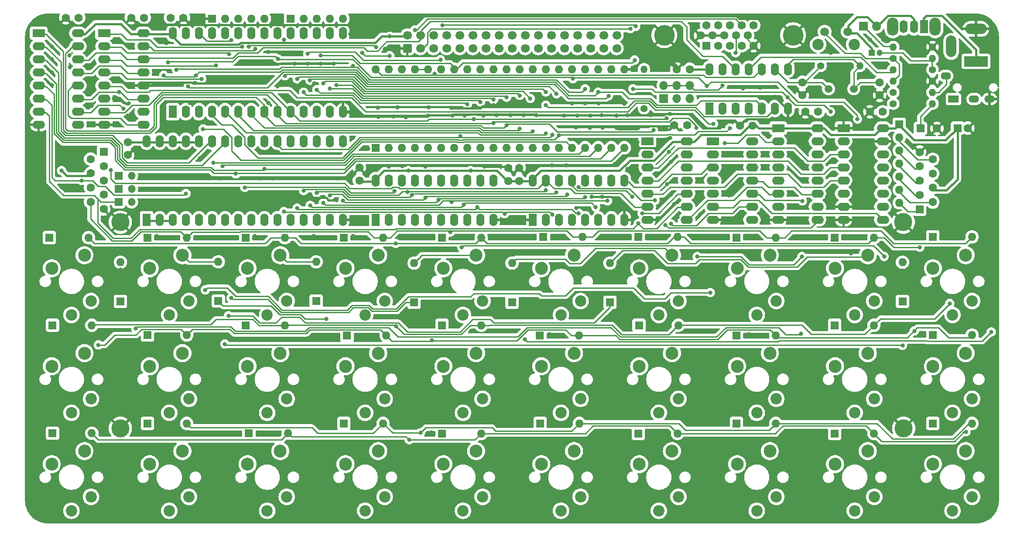
<source format=gbr>
%TF.GenerationSoftware,KiCad,Pcbnew,8.0.6*%
%TF.CreationDate,2025-01-18T12:54:07+00:00*%
%TF.ProjectId,a1,61312e6b-6963-4616-945f-706362585858,rev?*%
%TF.SameCoordinates,Original*%
%TF.FileFunction,Copper,L1,Top*%
%TF.FilePolarity,Positive*%
%FSLAX46Y46*%
G04 Gerber Fmt 4.6, Leading zero omitted, Abs format (unit mm)*
G04 Created by KiCad (PCBNEW 8.0.6) date 2025-01-18 12:54:07*
%MOMM*%
%LPD*%
G01*
G04 APERTURE LIST*
G04 Aperture macros list*
%AMRoundRect*
0 Rectangle with rounded corners*
0 $1 Rounding radius*
0 $2 $3 $4 $5 $6 $7 $8 $9 X,Y pos of 4 corners*
0 Add a 4 corners polygon primitive as box body*
4,1,4,$2,$3,$4,$5,$6,$7,$8,$9,$2,$3,0*
0 Add four circle primitives for the rounded corners*
1,1,$1+$1,$2,$3*
1,1,$1+$1,$4,$5*
1,1,$1+$1,$6,$7*
1,1,$1+$1,$8,$9*
0 Add four rect primitives between the rounded corners*
20,1,$1+$1,$2,$3,$4,$5,0*
20,1,$1+$1,$4,$5,$6,$7,0*
20,1,$1+$1,$6,$7,$8,$9,0*
20,1,$1+$1,$8,$9,$2,$3,0*%
G04 Aperture macros list end*
%TA.AperFunction,ComponentPad*%
%ADD10C,2.500000*%
%TD*%
%TA.AperFunction,ComponentPad*%
%ADD11C,2.200000*%
%TD*%
%TA.AperFunction,ComponentPad*%
%ADD12C,1.600000*%
%TD*%
%TA.AperFunction,ComponentPad*%
%ADD13R,2.400000X1.600000*%
%TD*%
%TA.AperFunction,ComponentPad*%
%ADD14O,2.400000X1.600000*%
%TD*%
%TA.AperFunction,ComponentPad*%
%ADD15R,1.600000X1.600000*%
%TD*%
%TA.AperFunction,ComponentPad*%
%ADD16O,1.600000X1.600000*%
%TD*%
%TA.AperFunction,ComponentPad*%
%ADD17R,1.700000X1.700000*%
%TD*%
%TA.AperFunction,ComponentPad*%
%ADD18O,1.700000X1.700000*%
%TD*%
%TA.AperFunction,ComponentPad*%
%ADD19R,1.600000X2.400000*%
%TD*%
%TA.AperFunction,ComponentPad*%
%ADD20O,1.600000X2.400000*%
%TD*%
%TA.AperFunction,ComponentPad*%
%ADD21C,3.500000*%
%TD*%
%TA.AperFunction,ComponentPad*%
%ADD22R,4.600000X2.000000*%
%TD*%
%TA.AperFunction,ComponentPad*%
%ADD23O,4.200000X2.000000*%
%TD*%
%TA.AperFunction,ComponentPad*%
%ADD24O,2.000000X4.200000*%
%TD*%
%TA.AperFunction,ComponentPad*%
%ADD25O,2.000000X1.400000*%
%TD*%
%TA.AperFunction,ComponentPad*%
%ADD26R,2.000000X1.400000*%
%TD*%
%TA.AperFunction,ComponentPad*%
%ADD27C,1.400000*%
%TD*%
%TA.AperFunction,ComponentPad*%
%ADD28O,1.400000X1.400000*%
%TD*%
%TA.AperFunction,ComponentPad*%
%ADD29C,1.700000*%
%TD*%
%TA.AperFunction,ComponentPad*%
%ADD30C,4.000000*%
%TD*%
%TA.AperFunction,ComponentPad*%
%ADD31RoundRect,0.250000X0.600000X-0.600000X0.600000X0.600000X-0.600000X0.600000X-0.600000X-0.600000X0*%
%TD*%
%TA.AperFunction,ComponentPad*%
%ADD32C,1.500000*%
%TD*%
%TA.AperFunction,ComponentPad*%
%ADD33R,1.200000X1.200000*%
%TD*%
%TA.AperFunction,ComponentPad*%
%ADD34C,1.200000*%
%TD*%
%TA.AperFunction,ComponentPad*%
%ADD35R,1.500000X1.500000*%
%TD*%
%TA.AperFunction,ComponentPad*%
%ADD36O,1.500000X1.500000*%
%TD*%
%TA.AperFunction,ComponentPad*%
%ADD37R,1.800000X1.800000*%
%TD*%
%TA.AperFunction,ComponentPad*%
%ADD38O,1.800000X1.800000*%
%TD*%
%TA.AperFunction,ComponentPad*%
%ADD39O,2.200000X3.500000*%
%TD*%
%TA.AperFunction,ComponentPad*%
%ADD40R,1.500000X2.500000*%
%TD*%
%TA.AperFunction,ComponentPad*%
%ADD41O,1.500000X2.500000*%
%TD*%
%TA.AperFunction,ViaPad*%
%ADD42C,0.800000*%
%TD*%
%TA.AperFunction,Conductor*%
%ADD43C,0.250000*%
%TD*%
%TA.AperFunction,Conductor*%
%ADD44C,0.400000*%
%TD*%
G04 APERTURE END LIST*
D10*
%TO.P,SW24,1,1*%
%TO.N,/COL 1*%
X124040000Y-125420000D03*
D11*
X125300000Y-134300000D03*
D10*
%TO.P,SW24,2,2*%
%TO.N,Net-(D33-K)*%
X117690000Y-127960000D03*
D11*
X121500000Y-137000000D03*
%TD*%
D10*
%TO.P,SW12,1,1*%
%TO.N,/COL 0*%
X86040000Y-106420000D03*
D11*
X87300000Y-115300000D03*
D10*
%TO.P,SW12,2,2*%
%TO.N,Net-(D22-K)*%
X79690000Y-108960000D03*
D11*
X83500000Y-118000000D03*
%TD*%
D12*
%TO.P,C7,1*%
%TO.N,GND*%
X75445000Y-67965000D03*
%TO.P,C7,2*%
%TO.N,VCC*%
X75445000Y-65465000D03*
%TD*%
D13*
%TO.P,U10,1*%
%TO.N,/H32*%
X188950000Y-65280000D03*
D14*
%TO.P,U10,2*%
%TO.N,/H32'*%
X188950000Y-67820000D03*
%TO.P,U10,3*%
%TO.N,Net-(U7-Clr)*%
X188950000Y-70360000D03*
%TO.P,U10,4*%
%TO.N,/\u00F81*%
X188950000Y-72900000D03*
%TO.P,U10,5*%
%TO.N,/r{slash}~{w}*%
X188950000Y-75440000D03*
%TO.P,U10,6*%
%TO.N,/~{WR}*%
X188950000Y-77980000D03*
%TO.P,U10,7,GND*%
%TO.N,GND*%
X188950000Y-80520000D03*
%TO.P,U10,8*%
%TO.N,Net-(U10-Pad13)*%
X196570000Y-80520000D03*
%TO.P,U10,9*%
%TO.N,/A7*%
X196570000Y-77980000D03*
%TO.P,U10,10*%
%TO.N,/H32*%
X196570000Y-75440000D03*
%TO.P,U10,11*%
%TO.N,Net-(U11-D3)*%
X196570000Y-72900000D03*
%TO.P,U10,12*%
%TO.N,Net-(U10-Pad12)*%
X196570000Y-70360000D03*
%TO.P,U10,13*%
%TO.N,Net-(U10-Pad13)*%
X196570000Y-67820000D03*
%TO.P,U10,14,VCC*%
%TO.N,VCC*%
X196570000Y-65280000D03*
%TD*%
D10*
%TO.P,SW10,1,1*%
%TO.N,/COL 4*%
X238040000Y-87420000D03*
D11*
X239300000Y-96300000D03*
D10*
%TO.P,SW10,2,2*%
%TO.N,Net-(D12-K)*%
X231690000Y-89960000D03*
D11*
X235500000Y-99000000D03*
%TD*%
D12*
%TO.P,C2,1*%
%TO.N,/M16*%
X221335000Y-53870000D03*
%TO.P,C2,2*%
%TO.N,GND*%
X221335000Y-56370000D03*
%TD*%
D15*
%TO.P,D38,1,K*%
%TO.N,/A1*%
X112000000Y-96310000D03*
D16*
%TO.P,D38,2,A*%
%TO.N,/COL 1*%
X112000000Y-88690000D03*
%TD*%
D10*
%TO.P,SW8,1,1*%
%TO.N,/COL 3*%
X200040000Y-87420000D03*
D11*
X201300000Y-96300000D03*
D10*
%TO.P,SW8,2,2*%
%TO.N,Net-(D13-K)*%
X193690000Y-89960000D03*
D11*
X197500000Y-99000000D03*
%TD*%
D13*
%TO.P,U12,1,CK*%
%TO.N,GND*%
X214350000Y-62740000D03*
D14*
%TO.P,U12,2,Enable*%
%TO.N,/M16*%
X214350000Y-65280000D03*
%TO.P,U12,3,Q1*%
%TO.N,/M8*%
X214350000Y-67820000D03*
%TO.P,U12,4,Q2*%
%TO.N,/M4*%
X214350000Y-70360000D03*
%TO.P,U12,5,Q3*%
%TO.N,/M2*%
X214350000Y-72900000D03*
%TO.P,U12,6,Q4*%
%TO.N,unconnected-(U12A-Q4-Pad6)*%
X214350000Y-75440000D03*
%TO.P,U12,7,Reset*%
%TO.N,GND*%
X214350000Y-77980000D03*
%TO.P,U12,8,VSS*%
X214350000Y-80520000D03*
%TO.P,U12,9,CK*%
%TO.N,/~{WR}*%
X221970000Y-80520000D03*
%TO.P,U12,10,Enable*%
%TO.N,/A15*%
X221970000Y-77980000D03*
%TO.P,U12,11,Q1*%
%TO.N,/BEEP*%
X221970000Y-75440000D03*
%TO.P,U12,12,Q2*%
%TO.N,unconnected-(U12B-Q2-Pad12)*%
X221970000Y-72900000D03*
%TO.P,U12,13,Q3*%
%TO.N,unconnected-(U12B-Q3-Pad13)*%
X221970000Y-70360000D03*
%TO.P,U12,14,Q4*%
%TO.N,unconnected-(U12B-Q4-Pad14)*%
X221970000Y-67820000D03*
%TO.P,U12,15,Reset*%
%TO.N,GND*%
X221970000Y-65280000D03*
%TO.P,U12,16,VDD*%
%TO.N,VCC*%
X221970000Y-62740000D03*
%TD*%
D15*
%TO.P,D7,1,K*%
%TO.N,Net-(D7-K)*%
X60205000Y-84000000D03*
D16*
%TO.P,D7,2,A*%
%TO.N,/HROW 0*%
X67825000Y-84000000D03*
%TD*%
D10*
%TO.P,SW11,1,1*%
%TO.N,/COL 0*%
X67040000Y-106420000D03*
D11*
X68300000Y-115300000D03*
D10*
%TO.P,SW11,2,2*%
%TO.N,Net-(D17-K)*%
X60690000Y-108960000D03*
D11*
X64500000Y-118000000D03*
%TD*%
D15*
%TO.P,D12,1,K*%
%TO.N,Net-(D12-K)*%
X231655000Y-83860000D03*
D16*
%TO.P,D12,2,A*%
%TO.N,/HROW 5*%
X239275000Y-83860000D03*
%TD*%
D15*
%TO.P,J7,1,1*%
%TO.N,/HROW 0*%
X70760000Y-67375000D03*
D12*
%TO.P,J7,2,2*%
%TO.N,/HROW 1*%
X70760000Y-70145000D03*
%TO.P,J7,3,3*%
%TO.N,/HROW 2*%
X70760000Y-72915000D03*
%TO.P,J7,4,4*%
%TO.N,/HROW 3*%
X70760000Y-75685000D03*
%TO.P,J7,5,5*%
%TO.N,GND*%
X70760000Y-78455000D03*
%TO.P,J7,6,6*%
%TO.N,/HROW 4*%
X68220000Y-68760000D03*
%TO.P,J7,7,7*%
%TO.N,VCC*%
X68220000Y-71530000D03*
%TO.P,J7,8,8*%
%TO.N,Net-(D6-A)*%
X68220000Y-74300000D03*
%TO.P,J7,9,9*%
%TO.N,/HROW 5*%
X68220000Y-77070000D03*
%TD*%
D17*
%TO.P,J1,1,Pin_1*%
%TO.N,/M8*%
X179425000Y-57025000D03*
D18*
%TO.P,J1,2,Pin_2*%
%TO.N,/\u00F81*%
X179425000Y-54485000D03*
%TO.P,J1,3,Pin_3*%
%TO.N,/M4*%
X181965000Y-57025000D03*
%TO.P,J1,4,Pin_4*%
%TO.N,/\u00F81*%
X181965000Y-54485000D03*
%TO.P,J1,5,Pin_5*%
%TO.N,/M2*%
X184505000Y-57025000D03*
%TO.P,J1,6,Pin_6*%
%TO.N,/\u00F81*%
X184505000Y-54485000D03*
%TD*%
D19*
%TO.P,U3,1,A14*%
%TO.N,/A14*%
X84175000Y-59565000D03*
D20*
%TO.P,U3,2,A12*%
%TO.N,/A12*%
X86715000Y-59565000D03*
%TO.P,U3,3,A7*%
%TO.N,/A7*%
X89255000Y-59565000D03*
%TO.P,U3,4,A6*%
%TO.N,/A6*%
X91795000Y-59565000D03*
%TO.P,U3,5,A5*%
%TO.N,/A5*%
X94335000Y-59565000D03*
%TO.P,U3,6,A4*%
%TO.N,/A4*%
X96875000Y-59565000D03*
%TO.P,U3,7,A3*%
%TO.N,/A3*%
X99415000Y-59565000D03*
%TO.P,U3,8,A2*%
%TO.N,/A2*%
X101955000Y-59565000D03*
%TO.P,U3,9,A1*%
%TO.N,/A1*%
X104495000Y-59565000D03*
%TO.P,U3,10,A0*%
%TO.N,/A0*%
X107035000Y-59565000D03*
%TO.P,U3,11,Q0*%
%TO.N,/D0*%
X109575000Y-59565000D03*
%TO.P,U3,12,Q1*%
%TO.N,/D1*%
X112115000Y-59565000D03*
%TO.P,U3,13,Q2*%
%TO.N,/D2*%
X114655000Y-59565000D03*
%TO.P,U3,14,GND*%
%TO.N,GND*%
X117195000Y-59565000D03*
%TO.P,U3,15,Q3*%
%TO.N,/D3*%
X117195000Y-44325000D03*
%TO.P,U3,16,Q4*%
%TO.N,/D4*%
X114655000Y-44325000D03*
%TO.P,U3,17,Q5*%
%TO.N,/D5*%
X112115000Y-44325000D03*
%TO.P,U3,18,Q6*%
%TO.N,/D6*%
X109575000Y-44325000D03*
%TO.P,U3,19,Q7*%
%TO.N,/D7*%
X107035000Y-44325000D03*
%TO.P,U3,20,~{CS}*%
%TO.N,/A15*%
X104495000Y-44325000D03*
%TO.P,U3,21,A10*%
%TO.N,/A10*%
X101955000Y-44325000D03*
%TO.P,U3,22,~{OE}*%
%TO.N,/RAMHIDE*%
X99415000Y-44325000D03*
%TO.P,U3,23,A11*%
%TO.N,/A11*%
X96875000Y-44325000D03*
%TO.P,U3,24,A9*%
%TO.N,/A9*%
X94335000Y-44325000D03*
%TO.P,U3,25,A8*%
%TO.N,/A8*%
X91795000Y-44325000D03*
%TO.P,U3,26,A13*%
%TO.N,/A13*%
X89255000Y-44325000D03*
%TO.P,U3,27,~{WE}*%
%TO.N,/~{WR}*%
X86715000Y-44325000D03*
%TO.P,U3,28,VCC*%
%TO.N,VCC*%
X84175000Y-44325000D03*
%TD*%
D19*
%TO.P,U8,1*%
%TO.N,/A15*%
X188315000Y-58930000D03*
D20*
%TO.P,U8,2*%
%TO.N,/~{A15}*%
X190855000Y-58930000D03*
%TO.P,U8,3*%
%TO.N,/A6*%
X193395000Y-58930000D03*
%TO.P,U8,4*%
%TO.N,Net-(U10-Pad12)*%
X195935000Y-58930000D03*
%TO.P,U8,5*%
%TO.N,/A13*%
X198475000Y-58930000D03*
%TO.P,U8,6*%
%TO.N,/~{A13}*%
X201015000Y-58930000D03*
%TO.P,U8,7,GND*%
%TO.N,GND*%
X203555000Y-58930000D03*
%TO.P,U8,8*%
%TO.N,/M16*%
X203555000Y-51310000D03*
%TO.P,U8,9*%
%TO.N,Net-(C1-Pad1)*%
X201015000Y-51310000D03*
%TO.P,U8,10*%
%TO.N,/~{RESET}*%
X198475000Y-51310000D03*
%TO.P,U8,11*%
%TO.N,Net-(R5-Pad2)*%
X195935000Y-51310000D03*
%TO.P,U8,12*%
%TO.N,/\u00F82*%
X193395000Y-51310000D03*
%TO.P,U8,13*%
%TO.N,/\u00F81*%
X190855000Y-51310000D03*
%TO.P,U8,14,VCC*%
%TO.N,VCC*%
X188315000Y-51310000D03*
%TD*%
D12*
%TO.P,C5,1*%
%TO.N,GND*%
X76120000Y-41315000D03*
%TO.P,C5,2*%
%TO.N,VCC*%
X78620000Y-41315000D03*
%TD*%
%TO.P,C11,1*%
%TO.N,GND*%
X181985000Y-51310000D03*
%TO.P,C11,2*%
%TO.N,VCC*%
X184485000Y-51310000D03*
%TD*%
D10*
%TO.P,SW14,1,1*%
%TO.N,/COL 1*%
X124040000Y-106420000D03*
D11*
X125300000Y-115300000D03*
D10*
%TO.P,SW14,2,2*%
%TO.N,Net-(D23-K)*%
X117690000Y-108960000D03*
D11*
X121500000Y-118000000D03*
%TD*%
D21*
%TO.P,H4,1,1*%
%TO.N,GND*%
X226000000Y-121000000D03*
%TD*%
D15*
%TO.P,RN1,1,common*%
%TO.N,VCC*%
X225145000Y-62000000D03*
D16*
%TO.P,RN1,2,R1*%
%TO.N,/HROW 5*%
X225145000Y-64540000D03*
%TO.P,RN1,3,R2*%
%TO.N,/HROW 3*%
X225145000Y-67080000D03*
%TO.P,RN1,4,R3*%
%TO.N,/HROW 2*%
X225145000Y-69620000D03*
%TO.P,RN1,5,R4*%
%TO.N,/HROW 1*%
X225145000Y-72160000D03*
%TO.P,RN1,6,R5*%
%TO.N,/HROW 4*%
X225145000Y-74700000D03*
%TO.P,RN1,7,R6*%
%TO.N,/HROW 0*%
X225145000Y-77240000D03*
%TD*%
D10*
%TO.P,SW17,1,1*%
%TO.N,/COL 3*%
X181040000Y-106420000D03*
D11*
X182300000Y-115300000D03*
D10*
%TO.P,SW17,2,2*%
%TO.N,Net-(D20-K)*%
X174690000Y-108960000D03*
D11*
X178500000Y-118000000D03*
%TD*%
D12*
%TO.P,C15,1*%
%TO.N,GND*%
X219450000Y-59565000D03*
%TO.P,C15,2*%
%TO.N,VCC*%
X221950000Y-59565000D03*
%TD*%
D15*
%TO.P,D28,1,K*%
%TO.N,Net-(D28-K)*%
X98940000Y-121960000D03*
D16*
%TO.P,D28,2,A*%
%TO.N,/HROW 2*%
X106560000Y-121960000D03*
%TD*%
D10*
%TO.P,SW7,1,1*%
%TO.N,/COL 3*%
X181040000Y-87420000D03*
D11*
X182300000Y-96300000D03*
D10*
%TO.P,SW7,2,2*%
%TO.N,Net-(D10-K)*%
X174690000Y-89960000D03*
D11*
X178500000Y-99000000D03*
%TD*%
D10*
%TO.P,SW3,1,1*%
%TO.N,/COL 1*%
X105040000Y-87420000D03*
D11*
X106300000Y-96300000D03*
D10*
%TO.P,SW3,2,2*%
%TO.N,Net-(D8-K)*%
X98690000Y-89960000D03*
D11*
X102500000Y-99000000D03*
%TD*%
D22*
%TO.P,J6,1*%
%TO.N,Net-(SW32-A)*%
X240019000Y-49786000D03*
D23*
%TO.P,J6,2*%
%TO.N,GND*%
X240019000Y-43486000D03*
D24*
%TO.P,J6,3*%
%TO.N,N/C*%
X235219000Y-46886000D03*
%TD*%
D15*
%TO.P,U5,1,~{VP}*%
%TO.N,unconnected-(U5-~{VP}-Pad1)*%
X123545000Y-66550000D03*
D16*
%TO.P,U5,2,RDY*%
%TO.N,/RDY*%
X126085000Y-66550000D03*
%TO.P,U5,3,\u03D51*%
%TO.N,unconnected-(U5-\u03D51-Pad3)*%
X128625000Y-66550000D03*
%TO.P,U5,4,~{IRQ}*%
%TO.N,/~{VSYNC}*%
X131165000Y-66550000D03*
%TO.P,U5,5,~{ML}*%
%TO.N,unconnected-(U5-~{ML}-Pad5)*%
X133705000Y-66550000D03*
%TO.P,U5,6,~{NMI}*%
%TO.N,/~{NMI}*%
X136245000Y-66550000D03*
%TO.P,U5,7,SYNC*%
%TO.N,unconnected-(U5-SYNC-Pad7)*%
X138785000Y-66550000D03*
%TO.P,U5,8,VDD*%
%TO.N,VCC*%
X141325000Y-66550000D03*
%TO.P,U5,9,A0*%
%TO.N,/A0*%
X143865000Y-66550000D03*
%TO.P,U5,10,A1*%
%TO.N,/A1*%
X146405000Y-66550000D03*
%TO.P,U5,11,A2*%
%TO.N,/A2*%
X148945000Y-66550000D03*
%TO.P,U5,12,A3*%
%TO.N,/A3*%
X151485000Y-66550000D03*
%TO.P,U5,13,A4*%
%TO.N,/A4*%
X154025000Y-66550000D03*
%TO.P,U5,14,A5*%
%TO.N,/A5*%
X156565000Y-66550000D03*
%TO.P,U5,15,A6*%
%TO.N,/A6*%
X159105000Y-66550000D03*
%TO.P,U5,16,A7*%
%TO.N,/A7*%
X161645000Y-66550000D03*
%TO.P,U5,17,A8*%
%TO.N,/A8*%
X164185000Y-66550000D03*
%TO.P,U5,18,A9*%
%TO.N,/A9*%
X166725000Y-66550000D03*
%TO.P,U5,19,A10*%
%TO.N,/A10*%
X169265000Y-66550000D03*
%TO.P,U5,20,A11*%
%TO.N,/A11*%
X171805000Y-66550000D03*
%TO.P,U5,21,VSS*%
%TO.N,GND*%
X171805000Y-51310000D03*
%TO.P,U5,22,A12*%
%TO.N,/A12*%
X169265000Y-51310000D03*
%TO.P,U5,23,A13*%
%TO.N,/A13*%
X166725000Y-51310000D03*
%TO.P,U5,24,A14*%
%TO.N,/A14*%
X164185000Y-51310000D03*
%TO.P,U5,25,A15*%
%TO.N,/A15*%
X161645000Y-51310000D03*
%TO.P,U5,26,D7*%
%TO.N,/D7*%
X159105000Y-51310000D03*
%TO.P,U5,27,D6*%
%TO.N,/D6*%
X156565000Y-51310000D03*
%TO.P,U5,28,D5*%
%TO.N,/D5*%
X154025000Y-51310000D03*
%TO.P,U5,29,D4*%
%TO.N,/D4*%
X151485000Y-51310000D03*
%TO.P,U5,30,D3*%
%TO.N,/D3*%
X148945000Y-51310000D03*
%TO.P,U5,31,D2*%
%TO.N,/D2*%
X146405000Y-51310000D03*
%TO.P,U5,32,D1*%
%TO.N,/D1*%
X143865000Y-51310000D03*
%TO.P,U5,33,D0*%
%TO.N,/D0*%
X141325000Y-51310000D03*
%TO.P,U5,34,R/~{W}*%
%TO.N,/r{slash}~{w}*%
X138785000Y-51310000D03*
%TO.P,U5,35,nc*%
%TO.N,unconnected-(U5-nc-Pad35)*%
X136245000Y-51310000D03*
%TO.P,U5,36,BE*%
%TO.N,/\u00F82*%
X133705000Y-51310000D03*
%TO.P,U5,37,\u03D50*%
X131165000Y-51310000D03*
%TO.P,U5,38,~{SO}*%
%TO.N,/~{SO}*%
X128625000Y-51310000D03*
%TO.P,U5,39,\u03D52*%
%TO.N,unconnected-(U5-\u03D52-Pad39)*%
X126085000Y-51310000D03*
%TO.P,U5,40,~{RES}*%
%TO.N,/~{RESET}*%
X123545000Y-51310000D03*
%TD*%
D15*
%TO.P,D8,1,K*%
%TO.N,Net-(D8-K)*%
X98305000Y-84000000D03*
D16*
%TO.P,D8,2,A*%
%TO.N,/HROW 0*%
X105925000Y-84000000D03*
%TD*%
D25*
%TO.P,J3,R1*%
%TO.N,unconnected-(J3-PadR1)*%
X239661000Y-57114000D03*
%TO.P,J3,R2*%
%TO.N,GND*%
X242661000Y-57114000D03*
%TO.P,J3,S*%
%TO.N,/DataOut*%
X234161000Y-52614000D03*
D26*
%TO.P,J3,T*%
%TO.N,/AUDIN*%
X235661000Y-57114000D03*
%TD*%
D15*
%TO.P,D10,1,K*%
%TO.N,Net-(D10-K)*%
X174505000Y-83860000D03*
D16*
%TO.P,D10,2,A*%
%TO.N,/HROW 0*%
X182125000Y-83860000D03*
%TD*%
D10*
%TO.P,SW4,1,1*%
%TO.N,/COL 1*%
X124040000Y-87420000D03*
D11*
X125300000Y-96300000D03*
D10*
%TO.P,SW4,2,2*%
%TO.N,Net-(D15-K)*%
X117690000Y-89960000D03*
D11*
X121500000Y-99000000D03*
%TD*%
D15*
%TO.P,D41,1,K*%
%TO.N,/A4*%
X169000000Y-96560000D03*
D16*
%TO.P,D41,2,A*%
%TO.N,/COL 4*%
X169000000Y-88940000D03*
%TD*%
D27*
%TO.P,R8,1*%
%TO.N,/BEEP*%
X223990000Y-58000000D03*
D28*
%TO.P,R8,2*%
%TO.N,/Speaker*%
X231610000Y-58000000D03*
%TD*%
D12*
%TO.P,C6,1*%
%TO.N,GND*%
X86240000Y-41315000D03*
%TO.P,C6,2*%
%TO.N,VCC*%
X83740000Y-41315000D03*
%TD*%
D15*
%TO.P,RN3,1,common*%
%TO.N,GND*%
X91795000Y-41500000D03*
D16*
%TO.P,RN3,2,R1*%
%TO.N,/A14*%
X94335000Y-41500000D03*
%TO.P,RN3,3,R2*%
%TO.N,/A13*%
X96875000Y-41500000D03*
%TO.P,RN3,4,R3*%
%TO.N,/RAMHIDE*%
X99415000Y-41500000D03*
%TO.P,RN3,5,R4*%
%TO.N,/A15*%
X101955000Y-41500000D03*
%TD*%
D27*
%TO.P,R5,1*%
%TO.N,Net-(C3-Pad2)*%
X231610000Y-51400000D03*
D28*
%TO.P,R5,2*%
%TO.N,Net-(R5-Pad2)*%
X223990000Y-51400000D03*
%TD*%
D21*
%TO.P,H3,1,1*%
%TO.N,GND*%
X74000000Y-121000000D03*
%TD*%
D19*
%TO.P,U6,1,G1*%
%TO.N,/~{A15}*%
X123545000Y-80520000D03*
D20*
%TO.P,U6,2,A0*%
%TO.N,/HROW 0*%
X126085000Y-80520000D03*
%TO.P,U6,3,A1*%
%TO.N,/HROW 1*%
X128625000Y-80520000D03*
%TO.P,U6,4,A2*%
%TO.N,/HROW 2*%
X131165000Y-80520000D03*
%TO.P,U6,5,A3*%
%TO.N,/HROW 3*%
X133705000Y-80520000D03*
%TO.P,U6,6,A4*%
%TO.N,/HROW 4*%
X136245000Y-80520000D03*
%TO.P,U6,7,A5*%
%TO.N,/HROW 5*%
X138785000Y-80520000D03*
%TO.P,U6,8,A6*%
%TO.N,/BEEP*%
X141325000Y-80520000D03*
%TO.P,U6,9,A7*%
%TO.N,/AUDIN*%
X143865000Y-80520000D03*
%TO.P,U6,10,GND*%
%TO.N,GND*%
X146405000Y-80520000D03*
%TO.P,U6,11,Y7*%
%TO.N,/D7*%
X146405000Y-72900000D03*
%TO.P,U6,12,Y6*%
%TO.N,/D6*%
X143865000Y-72900000D03*
%TO.P,U6,13,Y5*%
%TO.N,/D5*%
X141325000Y-72900000D03*
%TO.P,U6,14,Y4*%
%TO.N,/D4*%
X138785000Y-72900000D03*
%TO.P,U6,15,Y3*%
%TO.N,/D3*%
X136245000Y-72900000D03*
%TO.P,U6,16,Y2*%
%TO.N,/D2*%
X133705000Y-72900000D03*
%TO.P,U6,17,Y1*%
%TO.N,/D1*%
X131165000Y-72900000D03*
%TO.P,U6,18,Y0*%
%TO.N,/D0*%
X128625000Y-72900000D03*
%TO.P,U6,19,G2*%
%TO.N,/A14*%
X126085000Y-72900000D03*
%TO.P,U6,20,VCC*%
%TO.N,VCC*%
X123545000Y-72900000D03*
%TD*%
D15*
%TO.P,D18,1,K*%
%TO.N,Net-(D18-K)*%
X98305000Y-101005000D03*
D16*
%TO.P,D18,2,A*%
%TO.N,/HROW 1*%
X105925000Y-101005000D03*
%TD*%
D11*
%TO.P,SW31,*%
%TO.N,*%
X209400000Y-46525000D03*
X216400000Y-46525000D03*
D29*
%TO.P,SW31,1,1*%
%TO.N,Net-(R3-Pad2)*%
X210650000Y-44025000D03*
%TO.P,SW31,2,2*%
%TO.N,VCC*%
X215150000Y-44025000D03*
%TD*%
D10*
%TO.P,SW28,1,1*%
%TO.N,/COL 3*%
X200040000Y-125420000D03*
D11*
X201300000Y-134300000D03*
D10*
%TO.P,SW28,2,2*%
%TO.N,Net-(D35-K)*%
X193690000Y-127960000D03*
D11*
X197500000Y-137000000D03*
%TD*%
D15*
%TO.P,D26,1,K*%
%TO.N,Net-(D26-K)*%
X231655000Y-102910000D03*
D16*
%TO.P,D26,2,A*%
%TO.N,/HROW 4*%
X239275000Y-102910000D03*
%TD*%
D10*
%TO.P,SW13,1,1*%
%TO.N,/COL 1*%
X105040000Y-106420000D03*
D11*
X106300000Y-115300000D03*
D10*
%TO.P,SW13,2,2*%
%TO.N,Net-(D18-K)*%
X98690000Y-108960000D03*
D11*
X102500000Y-118000000D03*
%TD*%
D15*
%TO.P,D39,1,K*%
%TO.N,/A2*%
X131000000Y-96560000D03*
D16*
%TO.P,D39,2,A*%
%TO.N,/COL 2*%
X131000000Y-88940000D03*
%TD*%
D30*
%TO.P,J2,0*%
%TO.N,GND*%
X204552000Y-44706000D03*
X179552000Y-44706000D03*
D15*
%TO.P,J2,1*%
%TO.N,Net-(J2-Pad1)*%
X187737000Y-46756000D03*
D12*
%TO.P,J2,2*%
X190027000Y-46756000D03*
%TO.P,J2,3*%
X192317000Y-46756000D03*
%TO.P,J2,4*%
%TO.N,unconnected-(J2-Pad4)*%
X194607000Y-46756000D03*
%TO.P,J2,5*%
%TO.N,GND*%
X196897000Y-46756000D03*
%TO.P,J2,6*%
X186592000Y-44776000D03*
%TO.P,J2,7*%
X188882000Y-44776000D03*
%TO.P,J2,8*%
X191172000Y-44776000D03*
%TO.P,J2,9*%
%TO.N,VCC*%
X193462000Y-44776000D03*
%TO.P,J2,10*%
%TO.N,GND*%
X195752000Y-44776000D03*
%TO.P,J2,11*%
%TO.N,unconnected-(J2-Pad11)*%
X187737000Y-42796000D03*
%TO.P,J2,12*%
%TO.N,unconnected-(J2-Pad12)*%
X190027000Y-42796000D03*
%TO.P,J2,13*%
%TO.N,/~{HSYNC}\u002A\u002A*%
X192317000Y-42796000D03*
%TO.P,J2,14*%
%TO.N,/~{VSYNC}*%
X194607000Y-42796000D03*
%TO.P,J2,15*%
%TO.N,unconnected-(J2-Pad15)*%
X196897000Y-42796000D03*
%TD*%
D31*
%TO.P,J4,1,Pin_1*%
%TO.N,GND*%
X129680000Y-47246000D03*
D29*
%TO.P,J4,2,Pin_2*%
%TO.N,VCC*%
X129680000Y-44706000D03*
%TO.P,J4,3,Pin_3*%
%TO.N,/M16*%
X132220000Y-47246000D03*
%TO.P,J4,4,Pin_4*%
%TO.N,/\u00F82*%
X132220000Y-44706000D03*
%TO.P,J4,5,Pin_5*%
%TO.N,/~{RESET}*%
X134760000Y-47246000D03*
%TO.P,J4,6,Pin_6*%
%TO.N,/~{NMI}*%
X134760000Y-44706000D03*
%TO.P,J4,7,Pin_7*%
%TO.N,/RAMHIDE*%
X137300000Y-47246000D03*
%TO.P,J4,8,Pin_8*%
%TO.N,/~{A15}*%
X137300000Y-44706000D03*
%TO.P,J4,9,Pin_9*%
%TO.N,/~{A13}*%
X139840000Y-47246000D03*
%TO.P,J4,10,Pin_10*%
%TO.N,/r{slash}~{w}*%
X139840000Y-44706000D03*
%TO.P,J4,11,Pin_11*%
%TO.N,/A0*%
X142380000Y-47246000D03*
%TO.P,J4,12,Pin_12*%
%TO.N,/D0*%
X142380000Y-44706000D03*
%TO.P,J4,13,Pin_13*%
%TO.N,/A1*%
X144920000Y-47246000D03*
%TO.P,J4,14,Pin_14*%
%TO.N,/D1*%
X144920000Y-44706000D03*
%TO.P,J4,15,Pin_15*%
%TO.N,/A2*%
X147460000Y-47246000D03*
%TO.P,J4,16,Pin_16*%
%TO.N,/D2*%
X147460000Y-44706000D03*
%TO.P,J4,17,Pin_17*%
%TO.N,/A3*%
X150000000Y-47246000D03*
%TO.P,J4,18,Pin_18*%
%TO.N,/D3*%
X150000000Y-44706000D03*
%TO.P,J4,19,Pin_19*%
%TO.N,/A4*%
X152540000Y-47246000D03*
%TO.P,J4,20,Pin_20*%
%TO.N,/D4*%
X152540000Y-44706000D03*
%TO.P,J4,21,Pin_21*%
%TO.N,/A5*%
X155080000Y-47246000D03*
%TO.P,J4,22,Pin_22*%
%TO.N,/D5*%
X155080000Y-44706000D03*
%TO.P,J4,23,Pin_23*%
%TO.N,/A6*%
X157620000Y-47246000D03*
%TO.P,J4,24,Pin_24*%
%TO.N,/D6*%
X157620000Y-44706000D03*
%TO.P,J4,25,Pin_25*%
%TO.N,/A7*%
X160160000Y-47246000D03*
%TO.P,J4,26,Pin_26*%
%TO.N,/D7*%
X160160000Y-44706000D03*
%TO.P,J4,27,Pin_27*%
%TO.N,/A8*%
X162700000Y-47246000D03*
%TO.P,J4,28,Pin_28*%
%TO.N,/A15*%
X162700000Y-44706000D03*
%TO.P,J4,29,Pin_29*%
%TO.N,/A9*%
X165240000Y-47246000D03*
%TO.P,J4,30,Pin_30*%
%TO.N,/A14*%
X165240000Y-44706000D03*
%TO.P,J4,31,Pin_31*%
%TO.N,/A10*%
X167780000Y-47246000D03*
%TO.P,J4,32,Pin_32*%
%TO.N,/A13*%
X167780000Y-44706000D03*
%TO.P,J4,33,Pin_33*%
%TO.N,/A11*%
X170320000Y-47246000D03*
%TO.P,J4,34,Pin_34*%
%TO.N,/A12*%
X170320000Y-44706000D03*
%TD*%
D21*
%TO.P,H1,1,1*%
%TO.N,GND*%
X225940000Y-81000000D03*
%TD*%
D27*
%TO.P,R3,1*%
%TO.N,GND*%
X231610000Y-53600000D03*
D28*
%TO.P,R3,2*%
%TO.N,Net-(R3-Pad2)*%
X223990000Y-53600000D03*
%TD*%
D13*
%TO.P,U11,1,~{Mr}*%
%TO.N,VCC*%
X201650000Y-62740000D03*
D14*
%TO.P,U11,2,Q0*%
%TO.N,/H32'*%
X201650000Y-65280000D03*
%TO.P,U11,3,D0*%
%TO.N,/H32*%
X201650000Y-67820000D03*
%TO.P,U11,4,D1*%
%TO.N,Net-(U11-D1)*%
X201650000Y-70360000D03*
%TO.P,U11,5,Q1*%
%TO.N,/~{MRC}*%
X201650000Y-72900000D03*
%TO.P,U11,6,D2*%
%TO.N,Net-(U11-D2)*%
X201650000Y-75440000D03*
%TO.P,U11,7,Q2*%
%TO.N,/~{VSYNC}*%
X201650000Y-77980000D03*
%TO.P,U11,8,GND*%
%TO.N,GND*%
X201650000Y-80520000D03*
%TO.P,U11,9,Cp*%
%TO.N,/~{sload}*%
X209270000Y-80520000D03*
%TO.P,U11,10,Q3*%
%TO.N,/~{HSYNC}*%
X209270000Y-77980000D03*
%TO.P,U11,11,D3*%
%TO.N,Net-(U11-D3)*%
X209270000Y-75440000D03*
%TO.P,U11,12,Q4*%
%TO.N,/~{HSYNC}\u002A*%
X209270000Y-72900000D03*
%TO.P,U11,13,D4*%
%TO.N,/~{HSYNC}*%
X209270000Y-70360000D03*
%TO.P,U11,14,D5*%
%TO.N,/~{HSYNC}\u002A*%
X209270000Y-67820000D03*
%TO.P,U11,15,Q5*%
%TO.N,/~{HSYNC}\u002A\u002A*%
X209270000Y-65280000D03*
%TO.P,U11,16,VCC*%
%TO.N,VCC*%
X209270000Y-62740000D03*
%TD*%
D15*
%TO.P,D34,1,K*%
%TO.N,Net-(D34-K)*%
X155455000Y-120055000D03*
D16*
%TO.P,D34,2,A*%
%TO.N,/HROW 3*%
X163075000Y-120055000D03*
%TD*%
D32*
%TO.P,Y1,1,1*%
%TO.N,Net-(C1-Pad1)*%
X211425000Y-55120000D03*
%TO.P,Y1,2,2*%
%TO.N,/M16*%
X216305000Y-55120000D03*
%TD*%
D15*
%TO.P,D22,1,K*%
%TO.N,Net-(D22-K)*%
X79255000Y-102910000D03*
D16*
%TO.P,D22,2,A*%
%TO.N,/HROW 4*%
X86875000Y-102910000D03*
%TD*%
D10*
%TO.P,SW2,1,1*%
%TO.N,/COL 0*%
X86040000Y-87420000D03*
D11*
X87300000Y-96300000D03*
D10*
%TO.P,SW2,2,2*%
%TO.N,Net-(D16-K)*%
X79690000Y-89960000D03*
D11*
X83500000Y-99000000D03*
%TD*%
D19*
%TO.P,U4,1,A18*%
%TO.N,VCC*%
X79095000Y-80520000D03*
D20*
%TO.P,U4,2,A16*%
X81635000Y-80520000D03*
%TO.P,U4,3,A15*%
X84175000Y-80520000D03*
%TO.P,U4,4,A12*%
%TO.N,/A12*%
X86715000Y-80520000D03*
%TO.P,U4,5,A7*%
%TO.N,/A7*%
X89255000Y-80520000D03*
%TO.P,U4,6,A6*%
%TO.N,/A6*%
X91795000Y-80520000D03*
%TO.P,U4,7,A5*%
%TO.N,/A5*%
X94335000Y-80520000D03*
%TO.P,U4,8,A4*%
%TO.N,/A4*%
X96875000Y-80520000D03*
%TO.P,U4,9,A3*%
%TO.N,/A3*%
X99415000Y-80520000D03*
%TO.P,U4,10,A2*%
%TO.N,/A2*%
X101955000Y-80520000D03*
%TO.P,U4,11,A1*%
%TO.N,/A1*%
X104495000Y-80520000D03*
%TO.P,U4,12,A0*%
%TO.N,/A0*%
X107035000Y-80520000D03*
%TO.P,U4,13,D0*%
%TO.N,/D0*%
X109575000Y-80520000D03*
%TO.P,U4,14,D1*%
%TO.N,/D1*%
X112115000Y-80520000D03*
%TO.P,U4,15,D2*%
%TO.N,/D2*%
X114655000Y-80520000D03*
%TO.P,U4,16,GND*%
%TO.N,GND*%
X117195000Y-80520000D03*
%TO.P,U4,17,D3*%
%TO.N,/D3*%
X117195000Y-65280000D03*
%TO.P,U4,18,D4*%
%TO.N,/D4*%
X114655000Y-65280000D03*
%TO.P,U4,19,D5*%
%TO.N,/D5*%
X112115000Y-65280000D03*
%TO.P,U4,20,D6*%
%TO.N,/D6*%
X109575000Y-65280000D03*
%TO.P,U4,21,D7*%
%TO.N,/D7*%
X107035000Y-65280000D03*
%TO.P,U4,22,CE*%
%TO.N,/~{A13}*%
X104495000Y-65280000D03*
%TO.P,U4,23,A10*%
%TO.N,/A10*%
X101955000Y-65280000D03*
%TO.P,U4,24,OE*%
%TO.N,/~{A15}*%
X99415000Y-65280000D03*
%TO.P,U4,25,A11*%
%TO.N,/A11*%
X96875000Y-65280000D03*
%TO.P,U4,26,A9*%
%TO.N,/A9*%
X94335000Y-65280000D03*
%TO.P,U4,27,A8*%
%TO.N,/A8*%
X91795000Y-65280000D03*
%TO.P,U4,28,A13*%
%TO.N,VCC*%
X89255000Y-65280000D03*
%TO.P,U4,29,A14*%
X86715000Y-65280000D03*
%TO.P,U4,30,A17*%
X84175000Y-65280000D03*
%TO.P,U4,31,PGM*%
X81635000Y-65280000D03*
%TO.P,U4,32,VCC*%
X79095000Y-65280000D03*
%TD*%
D15*
%TO.P,D13,1,K*%
%TO.N,Net-(D13-K)*%
X193555000Y-84000000D03*
D16*
%TO.P,D13,2,A*%
%TO.N,/HROW 5*%
X201175000Y-84000000D03*
%TD*%
D33*
%TO.P,C3,1*%
%TO.N,VCC*%
X219835000Y-48135000D03*
D34*
%TO.P,C3,2*%
%TO.N,Net-(C3-Pad2)*%
X221335000Y-48135000D03*
%TD*%
D35*
%TO.P,D3,1,K*%
%TO.N,/V512*%
X73660000Y-74540000D03*
D36*
%TO.P,D3,2,A*%
%TO.N,/A13*%
X76200000Y-74540000D03*
%TD*%
D27*
%TO.P,R7,1*%
%TO.N,Net-(U7-Qh)*%
X175615000Y-58930000D03*
D28*
%TO.P,R7,2*%
%TO.N,Net-(J2-Pad1)*%
X175615000Y-51310000D03*
%TD*%
D15*
%TO.P,D31,1,K*%
%TO.N,Net-(D31-K)*%
X212605000Y-122000000D03*
D16*
%TO.P,D31,2,A*%
%TO.N,/HROW 2*%
X220225000Y-122000000D03*
%TD*%
D12*
%TO.P,C8,1*%
%TO.N,GND*%
X120370000Y-70400000D03*
%TO.P,C8,2*%
%TO.N,VCC*%
X120370000Y-72900000D03*
%TD*%
D10*
%TO.P,SW23,1,1*%
%TO.N,/COL 1*%
X105040000Y-125420000D03*
D11*
X106300000Y-134300000D03*
D10*
%TO.P,SW23,2,2*%
%TO.N,Net-(D28-K)*%
X98690000Y-127960000D03*
D11*
X102500000Y-137000000D03*
%TD*%
D12*
%TO.P,C10,1*%
%TO.N,GND*%
X149271351Y-70502173D03*
%TO.P,C10,2*%
%TO.N,VCC*%
X149271351Y-73002173D03*
%TD*%
D15*
%TO.P,D11,1,K*%
%TO.N,Net-(D11-K)*%
X212605000Y-84000000D03*
D16*
%TO.P,D11,2,A*%
%TO.N,/HROW 0*%
X220225000Y-84000000D03*
%TD*%
D10*
%TO.P,SW9,1,1*%
%TO.N,/COL 4*%
X219040000Y-87420000D03*
D11*
X220300000Y-96300000D03*
D10*
%TO.P,SW9,2,2*%
%TO.N,Net-(D11-K)*%
X212690000Y-89960000D03*
D11*
X216500000Y-99000000D03*
%TD*%
D10*
%TO.P,SW19,1,1*%
%TO.N,/COL 4*%
X219040000Y-106420000D03*
D11*
X220300000Y-115300000D03*
D10*
%TO.P,SW19,2,2*%
%TO.N,Net-(D21-K)*%
X212690000Y-108960000D03*
D11*
X216500000Y-118000000D03*
%TD*%
D15*
%TO.P,D24,1,K*%
%TO.N,Net-(D24-K)*%
X155410000Y-103000000D03*
D16*
%TO.P,D24,2,A*%
%TO.N,/HROW 4*%
X163030000Y-103000000D03*
%TD*%
D10*
%TO.P,SW1,1,1*%
%TO.N,/COL 0*%
X67040000Y-87420000D03*
D11*
X68300000Y-96300000D03*
D10*
%TO.P,SW1,2,2*%
%TO.N,Net-(D7-K)*%
X60690000Y-89960000D03*
D11*
X64500000Y-99000000D03*
%TD*%
D15*
%TO.P,D6,1,K*%
%TO.N,/A12*%
X74015000Y-96395000D03*
D16*
%TO.P,D6,2,A*%
%TO.N,Net-(D6-A)*%
X74015000Y-88775000D03*
%TD*%
D15*
%TO.P,BZ1,1,+*%
%TO.N,/Speaker*%
X229260000Y-62800000D03*
D12*
%TO.P,BZ1,2,-*%
%TO.N,GND*%
X232460000Y-62800000D03*
%TD*%
D15*
%TO.P,RN2,1,common*%
%TO.N,VCC*%
X107035000Y-41500000D03*
D16*
%TO.P,RN2,2,R1*%
%TO.N,/~{NMI}*%
X109575000Y-41500000D03*
%TO.P,RN2,3,R2*%
%TO.N,/r{slash}~{w}*%
X112115000Y-41500000D03*
%TO.P,RN2,4,R3*%
%TO.N,/RDY*%
X114655000Y-41500000D03*
%TO.P,RN2,5,R4*%
%TO.N,/~{SO}*%
X117195000Y-41500000D03*
%TD*%
D15*
%TO.P,D33,1,K*%
%TO.N,Net-(D33-K)*%
X117355000Y-120055000D03*
D16*
%TO.P,D33,2,A*%
%TO.N,/HROW 3*%
X124975000Y-120055000D03*
%TD*%
D15*
%TO.P,D36,1,K*%
%TO.N,Net-(D36-K)*%
X231655000Y-120055000D03*
D16*
%TO.P,D36,2,A*%
%TO.N,/HROW 3*%
X239275000Y-120055000D03*
%TD*%
D12*
%TO.P,C12,1*%
%TO.N,GND*%
X181490000Y-62143000D03*
%TO.P,C12,2*%
%TO.N,VCC*%
X183990000Y-62143000D03*
%TD*%
%TO.P,C14,1*%
%TO.N,GND*%
X206930000Y-59565000D03*
%TO.P,C14,2*%
%TO.N,VCC*%
X209430000Y-59565000D03*
%TD*%
D15*
%TO.P,D5,1,K*%
%TO.N,/A11*%
X225780000Y-96395000D03*
D16*
%TO.P,D5,2,A*%
%TO.N,Net-(D5-A)*%
X225780000Y-88775000D03*
%TD*%
D35*
%TO.P,D2,1,K*%
%TO.N,/V512*%
X73660000Y-77080000D03*
D36*
%TO.P,D2,2,A*%
%TO.N,/A14*%
X76200000Y-77080000D03*
%TD*%
D15*
%TO.P,D1,1,K*%
%TO.N,/A0*%
X93000000Y-96310000D03*
D16*
%TO.P,D1,2,A*%
%TO.N,/COL 0*%
X93000000Y-88690000D03*
%TD*%
D15*
%TO.P,D17,1,K*%
%TO.N,Net-(D17-K)*%
X60840000Y-101005000D03*
D16*
%TO.P,D17,2,A*%
%TO.N,/HROW 1*%
X68460000Y-101005000D03*
%TD*%
D15*
%TO.P,D32,1,K*%
%TO.N,Net-(D32-K)*%
X79255000Y-120055000D03*
D16*
%TO.P,D32,2,A*%
%TO.N,/HROW 3*%
X86875000Y-120055000D03*
%TD*%
D15*
%TO.P,D23,1,K*%
%TO.N,Net-(D23-K)*%
X117990000Y-103000000D03*
D16*
%TO.P,D23,2,A*%
%TO.N,/HROW 4*%
X125610000Y-103000000D03*
%TD*%
D21*
%TO.P,H2,1,1*%
%TO.N,GND*%
X74000000Y-81000000D03*
%TD*%
D10*
%TO.P,SW18,1,1*%
%TO.N,/COL 3*%
X200040000Y-106420000D03*
D11*
X201300000Y-115300000D03*
D10*
%TO.P,SW18,2,2*%
%TO.N,Net-(D25-K)*%
X193690000Y-108960000D03*
D11*
X197500000Y-118000000D03*
%TD*%
D10*
%TO.P,SW22,1,1*%
%TO.N,/COL 0*%
X86040000Y-125420000D03*
D11*
X87300000Y-134300000D03*
D10*
%TO.P,SW22,2,2*%
%TO.N,Net-(D32-K)*%
X79690000Y-127960000D03*
D11*
X83500000Y-137000000D03*
%TD*%
D10*
%TO.P,SW21,1,1*%
%TO.N,/COL 0*%
X67040000Y-125420000D03*
D11*
X68300000Y-134300000D03*
D10*
%TO.P,SW21,2,2*%
%TO.N,Net-(D27-K)*%
X60690000Y-127960000D03*
D11*
X64500000Y-137000000D03*
%TD*%
D37*
%TO.P,D37,1,K*%
%TO.N,Net-(D37-K)*%
X218230000Y-42960000D03*
D38*
%TO.P,D37,2,A*%
%TO.N,VCC*%
X220770000Y-42960000D03*
%TD*%
D10*
%TO.P,SW16,1,1*%
%TO.N,/COL 2*%
X162040000Y-106420000D03*
D11*
X163300000Y-115300000D03*
D10*
%TO.P,SW16,2,2*%
%TO.N,Net-(D24-K)*%
X155690000Y-108960000D03*
D11*
X159500000Y-118000000D03*
%TD*%
D19*
%TO.P,U7,1,Ds*%
%TO.N,GND*%
X154025000Y-80520000D03*
D20*
%TO.P,U7,2,A*%
%TO.N,/D0*%
X156565000Y-80520000D03*
%TO.P,U7,3,B*%
%TO.N,/D1*%
X159105000Y-80520000D03*
%TO.P,U7,4,C*%
%TO.N,/D2*%
X161645000Y-80520000D03*
%TO.P,U7,5,D*%
%TO.N,/D3*%
X164185000Y-80520000D03*
%TO.P,U7,6,CE*%
%TO.N,GND*%
X166725000Y-80520000D03*
%TO.P,U7,7,Clk*%
%TO.N,/M16*%
X169265000Y-80520000D03*
%TO.P,U7,8,GND*%
%TO.N,GND*%
X171805000Y-80520000D03*
%TO.P,U7,9,Clr*%
%TO.N,Net-(U7-Clr)*%
X171805000Y-72900000D03*
%TO.P,U7,10,E*%
%TO.N,/D4*%
X169265000Y-72900000D03*
%TO.P,U7,11,F*%
%TO.N,/D5*%
X166725000Y-72900000D03*
%TO.P,U7,12,G*%
%TO.N,/D6*%
X164185000Y-72900000D03*
%TO.P,U7,13,Qh*%
%TO.N,Net-(U7-Qh)*%
X161645000Y-72900000D03*
%TO.P,U7,14,H*%
%TO.N,/D7*%
X159105000Y-72900000D03*
%TO.P,U7,15,PE*%
%TO.N,/~{sload}*%
X156565000Y-72900000D03*
%TO.P,U7,16,VCC*%
%TO.N,VCC*%
X154025000Y-72900000D03*
%TD*%
D12*
%TO.P,C1,1*%
%TO.N,Net-(C1-Pad1)*%
X206345000Y-53850000D03*
%TO.P,C1,2*%
%TO.N,GND*%
X206345000Y-56350000D03*
%TD*%
D39*
%TO.P,SW32,*%
%TO.N,*%
X232101000Y-43053000D03*
X223901000Y-43053000D03*
D40*
%TO.P,SW32,1,A*%
%TO.N,Net-(SW32-A)*%
X230001000Y-43053000D03*
D41*
%TO.P,SW32,2,B*%
%TO.N,VCC*%
X228001000Y-43053000D03*
%TO.P,SW32,3,C*%
%TO.N,unconnected-(SW32-C-Pad3)*%
X226001000Y-43053000D03*
%TD*%
D15*
%TO.P,D15,1,K*%
%TO.N,Net-(D15-K)*%
X117355000Y-84000000D03*
D16*
%TO.P,D15,2,A*%
%TO.N,/HROW 5*%
X124975000Y-84000000D03*
%TD*%
D15*
%TO.P,D29,1,K*%
%TO.N,Net-(D29-K)*%
X136405000Y-122000000D03*
D16*
%TO.P,D29,2,A*%
%TO.N,/HROW 2*%
X144025000Y-122000000D03*
%TD*%
D27*
%TO.P,R2,1*%
%TO.N,Net-(C1-Pad1)*%
X209905000Y-50675000D03*
D28*
%TO.P,R2,2*%
%TO.N,/M16*%
X217525000Y-50675000D03*
%TD*%
D10*
%TO.P,SW30,1,1*%
%TO.N,/COL 4*%
X238040000Y-125420000D03*
D11*
X239300000Y-134300000D03*
D10*
%TO.P,SW30,2,2*%
%TO.N,Net-(D36-K)*%
X231690000Y-127960000D03*
D11*
X235500000Y-137000000D03*
%TD*%
D15*
%TO.P,D30,1,K*%
%TO.N,Net-(D30-K)*%
X174505000Y-122000000D03*
D16*
%TO.P,D30,2,A*%
%TO.N,/HROW 2*%
X182125000Y-122000000D03*
%TD*%
D15*
%TO.P,D20,1,K*%
%TO.N,Net-(D20-K)*%
X174660000Y-101005000D03*
D16*
%TO.P,D20,2,A*%
%TO.N,/HROW 1*%
X182280000Y-101005000D03*
%TD*%
D10*
%TO.P,SW6,1,1*%
%TO.N,/COL 2*%
X162040000Y-87420000D03*
D11*
X163300000Y-96300000D03*
D10*
%TO.P,SW6,2,2*%
%TO.N,Net-(D14-K)*%
X155690000Y-89960000D03*
D11*
X159500000Y-99000000D03*
%TD*%
D15*
%TO.P,D27,1,K*%
%TO.N,Net-(D27-K)*%
X60840000Y-121960000D03*
D16*
%TO.P,D27,2,A*%
%TO.N,/HROW 2*%
X68460000Y-121960000D03*
%TD*%
D10*
%TO.P,SW26,1,1*%
%TO.N,/COL 2*%
X162040000Y-125420000D03*
D11*
X163300000Y-134300000D03*
D10*
%TO.P,SW26,2,2*%
%TO.N,Net-(D34-K)*%
X155690000Y-127960000D03*
D11*
X159500000Y-137000000D03*
%TD*%
D15*
%TO.P,D14,1,K*%
%TO.N,Net-(D14-K)*%
X156090000Y-83860000D03*
D16*
%TO.P,D14,2,A*%
%TO.N,/HROW 5*%
X163710000Y-83860000D03*
%TD*%
D15*
%TO.P,D16,1,K*%
%TO.N,Net-(D16-K)*%
X79255000Y-84000000D03*
D16*
%TO.P,D16,2,A*%
%TO.N,/HROW 5*%
X86875000Y-84000000D03*
%TD*%
D15*
%TO.P,C16,1*%
%TO.N,VCC*%
X236448000Y-62740000D03*
D12*
%TO.P,C16,2*%
%TO.N,GND*%
X238448000Y-62740000D03*
%TD*%
D27*
%TO.P,R1,1*%
%TO.N,GND*%
X231610000Y-47000000D03*
D28*
%TO.P,R1,2*%
%TO.N,Net-(D37-K)*%
X223990000Y-47000000D03*
%TD*%
D15*
%TO.P,D25,1,K*%
%TO.N,Net-(D25-K)*%
X193555000Y-103000000D03*
D16*
%TO.P,D25,2,A*%
%TO.N,/HROW 4*%
X201175000Y-103000000D03*
%TD*%
D13*
%TO.P,U2,1,Q1*%
%TO.N,/A4*%
X70840000Y-44325000D03*
D14*
%TO.P,U2,2,Q2*%
%TO.N,/A5*%
X70840000Y-46865000D03*
%TO.P,U2,3,Q3*%
%TO.N,/A6*%
X70840000Y-49405000D03*
%TO.P,U2,4,Q4*%
%TO.N,/A7*%
X70840000Y-51945000D03*
%TO.P,U2,5,Q5*%
%TO.N,/H32*%
X70840000Y-54485000D03*
%TO.P,U2,6,Q6*%
%TO.N,unconnected-(U2-Q6-Pad6)*%
X70840000Y-57025000D03*
%TO.P,U2,7,Q7*%
%TO.N,/A0*%
X70840000Y-59565000D03*
%TO.P,U2,8,GND*%
%TO.N,GND*%
X70840000Y-62105000D03*
%TO.P,U2,9,~{RCO}*%
%TO.N,Net-(U1-~{CE})*%
X78460000Y-62105000D03*
%TO.P,U2,10,~{MRC}*%
%TO.N,VCC*%
X78460000Y-59565000D03*
%TO.P,U2,11,CPC*%
%TO.N,/~{sload}*%
X78460000Y-57025000D03*
%TO.P,U2,12,~{CE}*%
%TO.N,GND*%
X78460000Y-54485000D03*
%TO.P,U2,13,CPR*%
%TO.N,/~{sload}*%
X78460000Y-51945000D03*
%TO.P,U2,14,~{OE}*%
%TO.N,/\u00F82*%
X78460000Y-49405000D03*
%TO.P,U2,15,Q0*%
%TO.N,/A3*%
X78460000Y-46865000D03*
%TO.P,U2,16,VCC*%
%TO.N,VCC*%
X78460000Y-44325000D03*
%TD*%
D10*
%TO.P,SW25,1,1*%
%TO.N,/COL 2*%
X143040000Y-125420000D03*
D11*
X144300000Y-134300000D03*
D10*
%TO.P,SW25,2,2*%
%TO.N,Net-(D29-K)*%
X136690000Y-127960000D03*
D11*
X140500000Y-137000000D03*
%TD*%
D35*
%TO.P,D4,1,K*%
%TO.N,/V512*%
X73660000Y-72000000D03*
D36*
%TO.P,D4,2,A*%
%TO.N,/A15*%
X76200000Y-72000000D03*
%TD*%
D10*
%TO.P,SW15,1,1*%
%TO.N,/COL 2*%
X143040000Y-106420000D03*
D11*
X144300000Y-115300000D03*
D10*
%TO.P,SW15,2,2*%
%TO.N,Net-(D19-K)*%
X136690000Y-108960000D03*
D11*
X140500000Y-118000000D03*
%TD*%
D15*
%TO.P,D35,1,K*%
%TO.N,Net-(D35-K)*%
X193555000Y-120055000D03*
D16*
%TO.P,D35,2,A*%
%TO.N,/HROW 3*%
X201175000Y-120055000D03*
%TD*%
D15*
%TO.P,D19,1,K*%
%TO.N,Net-(D19-K)*%
X136410000Y-101005000D03*
D16*
%TO.P,D19,2,A*%
%TO.N,/HROW 1*%
X144030000Y-101005000D03*
%TD*%
D15*
%TO.P,D9,1,K*%
%TO.N,Net-(D9-K)*%
X136405000Y-84000000D03*
D16*
%TO.P,D9,2,A*%
%TO.N,/HROW 0*%
X144025000Y-84000000D03*
%TD*%
D15*
%TO.P,D21,1,K*%
%TO.N,Net-(D21-K)*%
X212605000Y-101005000D03*
D16*
%TO.P,D21,2,A*%
%TO.N,/HROW 1*%
X220225000Y-101005000D03*
%TD*%
D15*
%TO.P,D40,1,K*%
%TO.N,/A3*%
X150000000Y-96560000D03*
D16*
%TO.P,D40,2,A*%
%TO.N,/COL 3*%
X150000000Y-88940000D03*
%TD*%
D13*
%TO.P,U1,1,Q1*%
%TO.N,/A2*%
X58140000Y-44325000D03*
D14*
%TO.P,U1,2,Q2*%
%TO.N,/A8*%
X58140000Y-46865000D03*
%TO.P,U1,3,Q3*%
%TO.N,/A9*%
X58140000Y-49405000D03*
%TO.P,U1,4,Q4*%
%TO.N,/A10*%
X58140000Y-51945000D03*
%TO.P,U1,5,Q5*%
%TO.N,/A11*%
X58140000Y-54485000D03*
%TO.P,U1,6,Q6*%
%TO.N,/A12*%
X58140000Y-57025000D03*
%TO.P,U1,7,Q7*%
%TO.N,/V512*%
X58140000Y-59565000D03*
%TO.P,U1,8,GND*%
%TO.N,GND*%
X58140000Y-62105000D03*
%TO.P,U1,9,~{RCO}*%
%TO.N,unconnected-(U1-~{RCO}-Pad9)*%
X65760000Y-62105000D03*
%TO.P,U1,10,~{MRC}*%
%TO.N,/~{MRC}*%
X65760000Y-59565000D03*
%TO.P,U1,11,CPC*%
%TO.N,/~{sload}*%
X65760000Y-57025000D03*
%TO.P,U1,12,~{CE}*%
%TO.N,Net-(U1-~{CE})*%
X65760000Y-54485000D03*
%TO.P,U1,13,CPR*%
%TO.N,/~{sload}*%
X65760000Y-51945000D03*
%TO.P,U1,14,~{OE}*%
%TO.N,/\u00F82*%
X65760000Y-49405000D03*
%TO.P,U1,15,Q0*%
%TO.N,/A1*%
X65760000Y-46865000D03*
%TO.P,U1,16,VCC*%
%TO.N,VCC*%
X65760000Y-44325000D03*
%TD*%
D12*
%TO.P,C9,1*%
%TO.N,VCC*%
X151380450Y-72989313D03*
%TO.P,C9,2*%
%TO.N,GND*%
X151380450Y-70489313D03*
%TD*%
D15*
%TO.P,J8,1,1*%
%TO.N,/HROW 0*%
X229120000Y-78480000D03*
D12*
%TO.P,J8,2,2*%
%TO.N,/HROW 1*%
X229120000Y-75710000D03*
%TO.P,J8,3,3*%
%TO.N,/HROW 2*%
X229120000Y-72940000D03*
%TO.P,J8,4,4*%
%TO.N,/HROW 3*%
X229120000Y-70170000D03*
%TO.P,J8,5,5*%
%TO.N,GND*%
X229120000Y-67400000D03*
%TO.P,J8,6,6*%
%TO.N,/HROW 4*%
X231660000Y-77095000D03*
%TO.P,J8,7,7*%
%TO.N,VCC*%
X231660000Y-74325000D03*
%TO.P,J8,8,8*%
%TO.N,Net-(D5-A)*%
X231660000Y-71555000D03*
%TO.P,J8,9,9*%
%TO.N,/HROW 5*%
X231660000Y-68785000D03*
%TD*%
D13*
%TO.P,U9,1*%
%TO.N,/V512*%
X176250000Y-65280000D03*
D14*
%TO.P,U9,2*%
%TO.N,/A2*%
X176250000Y-67820000D03*
%TO.P,U9,3*%
%TO.N,/M8*%
X176250000Y-70360000D03*
%TO.P,U9,4*%
%TO.N,/M4*%
X176250000Y-72900000D03*
%TO.P,U9,5*%
%TO.N,/M2*%
X176250000Y-75440000D03*
%TO.P,U9,6*%
%TO.N,/~{sload}*%
X176250000Y-77980000D03*
%TO.P,U9,7,GND*%
%TO.N,GND*%
X176250000Y-80520000D03*
%TO.P,U9,8*%
%TO.N,Net-(U11-D2)*%
X183870000Y-80520000D03*
%TO.P,U9,9*%
%TO.N,/V512*%
X183870000Y-77980000D03*
%TO.P,U9,10*%
%TO.N,/A2*%
X183870000Y-75440000D03*
%TO.P,U9,11*%
%TO.N,/A0*%
X183870000Y-72900000D03*
%TO.P,U9,12*%
%TO.N,Net-(U11-D1)*%
X183870000Y-70360000D03*
%TO.P,U9,13*%
%TO.N,/A1*%
X183870000Y-67820000D03*
%TO.P,U9,14,VCC*%
%TO.N,VCC*%
X183870000Y-65280000D03*
%TD*%
D27*
%TO.P,R6,1*%
%TO.N,/BEEP*%
X223990000Y-55800000D03*
D28*
%TO.P,R6,2*%
%TO.N,/DataOut*%
X231610000Y-55800000D03*
%TD*%
D10*
%TO.P,SW27,1,1*%
%TO.N,/COL 3*%
X181040000Y-125420000D03*
D11*
X182300000Y-134300000D03*
D10*
%TO.P,SW27,2,2*%
%TO.N,Net-(D30-K)*%
X174690000Y-127960000D03*
D11*
X178500000Y-137000000D03*
%TD*%
D12*
%TO.P,C13,1*%
%TO.N,GND*%
X194230000Y-62270000D03*
%TO.P,C13,2*%
%TO.N,VCC*%
X196730000Y-62270000D03*
%TD*%
D10*
%TO.P,SW29,1,1*%
%TO.N,/COL 4*%
X219040000Y-125420000D03*
D11*
X220300000Y-134300000D03*
D10*
%TO.P,SW29,2,2*%
%TO.N,Net-(D31-K)*%
X212690000Y-127960000D03*
D11*
X216500000Y-137000000D03*
%TD*%
D10*
%TO.P,SW5,1,1*%
%TO.N,/COL 2*%
X143040000Y-87420000D03*
D11*
X144300000Y-96300000D03*
D10*
%TO.P,SW5,2,2*%
%TO.N,Net-(D9-K)*%
X136690000Y-89960000D03*
D11*
X140500000Y-99000000D03*
%TD*%
D12*
%TO.P,C4,1*%
%TO.N,GND*%
X63420000Y-41315000D03*
%TO.P,C4,2*%
%TO.N,VCC*%
X65920000Y-41315000D03*
%TD*%
D10*
%TO.P,SW20,1,1*%
%TO.N,/COL 4*%
X238040000Y-106420000D03*
D11*
X239300000Y-115300000D03*
D10*
%TO.P,SW20,2,2*%
%TO.N,Net-(D26-K)*%
X231690000Y-108960000D03*
D11*
X235500000Y-118000000D03*
%TD*%
D27*
%TO.P,R4,1*%
%TO.N,Net-(R3-Pad2)*%
X223990000Y-49200000D03*
D28*
%TO.P,R4,2*%
%TO.N,Net-(C3-Pad2)*%
X231610000Y-49200000D03*
%TD*%
D42*
%TO.N,/A4*%
X94995000Y-99155000D03*
X154025000Y-63350000D03*
X97670000Y-46940000D03*
%TO.N,/A5*%
X95130000Y-48390000D03*
X156565000Y-63800000D03*
%TO.N,/A6*%
X92590000Y-50575702D03*
X192285000Y-62740000D03*
X159105000Y-64166269D03*
%TO.N,/A7*%
X177770000Y-76710000D03*
X180855000Y-81320000D03*
X162915000Y-74170000D03*
X90050000Y-62905000D03*
X89800000Y-53215000D03*
%TO.N,/H32*%
X206345000Y-76875000D03*
X189103000Y-61938000D03*
%TO.N,/A0*%
X114000000Y-99800000D03*
X180036676Y-60811676D03*
X142550000Y-61020000D03*
%TO.N,GND*%
X82905000Y-46230000D03*
X102750000Y-76240000D03*
X89720000Y-86900000D03*
X167360000Y-60240000D03*
X63720000Y-46400000D03*
X207365000Y-64010000D03*
X149740000Y-60240000D03*
X208160000Y-83860000D03*
X91000000Y-72500000D03*
X154660000Y-60240000D03*
X64490000Y-67820000D03*
X126085000Y-70195000D03*
X162620885Y-60301190D03*
X92720000Y-91900000D03*
X69720000Y-107900000D03*
X125313064Y-47363064D03*
X127010000Y-60490000D03*
X206869132Y-78091668D03*
X64116883Y-48606746D03*
X160080885Y-60301189D03*
X144660000Y-70195000D03*
X232925000Y-66080000D03*
X60720000Y-51900000D03*
X131165000Y-83695000D03*
X116250000Y-72500000D03*
X229500000Y-102500000D03*
X149105000Y-83860000D03*
X160500000Y-70000000D03*
X168155000Y-83860000D03*
X119735000Y-103380000D03*
X188000000Y-86750000D03*
X64650000Y-103545000D03*
X167450000Y-76078140D03*
X100050000Y-83695000D03*
X138150000Y-58790000D03*
X87985000Y-76240000D03*
X162406566Y-62617177D03*
X93065000Y-76240000D03*
X60720000Y-54400000D03*
X102701094Y-47977703D03*
X165455000Y-65280000D03*
X203715000Y-75605000D03*
X164195025Y-57921017D03*
X221970000Y-50675000D03*
X75356453Y-60285020D03*
X62585000Y-74170000D03*
X92970000Y-86400000D03*
X180695000Y-64645000D03*
X68460000Y-58460000D03*
X230385000Y-96560000D03*
X60720000Y-49400000D03*
X174516498Y-62695554D03*
X206255000Y-66080000D03*
X75655289Y-57939405D03*
X68460000Y-47030000D03*
X79730000Y-77980000D03*
X157750000Y-70000000D03*
X133070000Y-83695000D03*
X135000000Y-86500000D03*
X140125000Y-83860000D03*
X69220000Y-117900000D03*
X72745000Y-57025000D03*
X86614000Y-68326000D03*
X128746959Y-70106549D03*
X115450000Y-50205000D03*
X153550000Y-58460000D03*
X165119589Y-62654215D03*
X192134847Y-75845153D03*
X165160885Y-60301189D03*
X107830000Y-50205000D03*
X60720000Y-46900000D03*
X133230000Y-70195000D03*
X186570000Y-76240000D03*
X104495000Y-54650000D03*
X103500000Y-72500000D03*
X81000000Y-83695000D03*
X194792000Y-49532000D03*
X88900000Y-71882000D03*
X159105000Y-57660000D03*
X174345000Y-65445000D03*
X147015126Y-60251321D03*
X211810000Y-69090000D03*
X198094000Y-54866000D03*
X89408000Y-68580000D03*
X81160000Y-42585000D03*
X205105000Y-52578000D03*
X144416409Y-60301189D03*
X180855000Y-75605000D03*
X234500000Y-81500000D03*
X151485000Y-58295000D03*
X133750000Y-58750000D03*
X110370000Y-50205000D03*
X242000000Y-106500000D03*
X119100000Y-83695000D03*
X241500000Y-136500000D03*
X211810000Y-48135000D03*
X71220000Y-99400000D03*
X218795000Y-51945000D03*
X104495000Y-41150000D03*
X172412207Y-70674025D03*
X134340000Y-121795000D03*
X166800791Y-57921017D03*
X81000000Y-68455000D03*
X73540000Y-53380000D03*
X219430000Y-45595000D03*
X148945000Y-58295000D03*
X180855000Y-69255000D03*
X170240071Y-62654215D03*
X123990372Y-58790000D03*
X198819080Y-61303434D03*
X193555000Y-73700000D03*
X182125000Y-80050000D03*
X109100000Y-54015000D03*
X203715000Y-78145000D03*
X68460000Y-50840000D03*
X98145000Y-76240000D03*
X147675000Y-102110000D03*
X186570000Y-73065000D03*
X92970000Y-83900000D03*
X68460000Y-54015000D03*
X191015000Y-71160000D03*
X170237206Y-60297511D03*
X146405000Y-58295000D03*
X127750000Y-58750000D03*
X93500000Y-72500000D03*
X191015000Y-67985000D03*
X233934000Y-71374000D03*
X101320000Y-121795000D03*
X162500000Y-78250000D03*
X112910000Y-50205000D03*
X118625000Y-44490000D03*
X165455000Y-79250000D03*
X211970000Y-74335000D03*
X84175000Y-62270000D03*
X73540000Y-45760000D03*
X215780000Y-87035000D03*
X161645000Y-54485000D03*
X210540000Y-66550000D03*
X129420000Y-60635000D03*
X101000000Y-72500000D03*
X198856000Y-63756000D03*
X157200000Y-102745000D03*
X74015000Y-90175003D03*
X178028000Y-49740000D03*
X177250000Y-89250000D03*
X107035000Y-54485000D03*
X172352174Y-60240000D03*
X170535000Y-65280000D03*
X186570000Y-79415000D03*
X141960000Y-102110000D03*
X156565000Y-57025000D03*
X133705000Y-60290000D03*
X240385000Y-90680000D03*
X111480000Y-83695000D03*
X107830000Y-48300000D03*
X207074662Y-72844165D03*
X74015000Y-94490000D03*
X221335000Y-106555000D03*
X180459999Y-67354696D03*
X161644117Y-57957589D03*
X171805000Y-58020000D03*
X211970000Y-71795000D03*
X115925000Y-76710000D03*
X169900000Y-69725000D03*
X195935000Y-102745000D03*
X97670000Y-53215000D03*
X176885000Y-60240000D03*
X186410000Y-102110000D03*
X86170000Y-71882000D03*
X201015000Y-54739000D03*
X102750000Y-53215000D03*
X69151854Y-99171520D03*
X125450000Y-43690000D03*
X197000000Y-87000000D03*
X159265000Y-83860000D03*
X180638589Y-60013112D03*
X104020000Y-67350000D03*
X90525000Y-76075000D03*
X169900000Y-76710000D03*
X138420000Y-60290000D03*
X171805000Y-54231000D03*
X102750000Y-57825000D03*
X80645000Y-72265000D03*
X64220000Y-50900000D03*
X87510000Y-57825000D03*
X180065304Y-73610000D03*
X177680000Y-83860000D03*
X197365000Y-83860000D03*
X104020000Y-50205000D03*
X111640000Y-54015000D03*
X119100000Y-64645000D03*
X198856000Y-70614000D03*
X193555000Y-67985000D03*
X194825000Y-55030000D03*
X232000000Y-81500000D03*
X208500000Y-41500000D03*
X221970000Y-45595000D03*
X201015000Y-56644000D03*
X204700153Y-61594847D03*
X167536308Y-62663475D03*
X98940000Y-50205000D03*
X206255000Y-69255000D03*
X88530000Y-53940000D03*
X165455000Y-76078140D03*
X122111038Y-66785519D03*
X140780000Y-60290000D03*
X183750000Y-86750000D03*
X188475000Y-83860000D03*
X129000000Y-83695000D03*
X198856000Y-67820000D03*
X177419000Y-54102000D03*
X77470000Y-105650000D03*
X214350000Y-83695000D03*
X152280000Y-60240000D03*
X220860000Y-118150000D03*
X83302246Y-51706652D03*
X181490000Y-77510000D03*
X124087296Y-60532337D03*
X100210000Y-76240000D03*
X127355000Y-43690000D03*
X181820304Y-72975000D03*
X167995000Y-65280000D03*
%TO.N,/~{MRC}*%
X206095000Y-102618000D03*
X74580798Y-59005000D03*
X76995000Y-101610000D03*
%TO.N,/A3*%
X151485000Y-62900000D03*
X100210000Y-47390000D03*
%TO.N,/A2*%
X177443933Y-63135000D03*
X148945000Y-62201189D03*
X175250000Y-79250000D03*
X95500000Y-95750000D03*
%TO.N,/A8*%
X92080000Y-69440000D03*
%TO.N,/A9*%
X93860000Y-70165000D03*
%TO.N,/A10*%
X101955000Y-70615000D03*
%TO.N,/A11*%
X96400000Y-71615000D03*
X225780000Y-104905000D03*
X94270000Y-104650000D03*
%TO.N,/A12*%
X87155000Y-54650000D03*
X66485000Y-72900000D03*
X168720000Y-56480000D03*
X86715000Y-75440000D03*
%TO.N,/V512*%
X174500000Y-81250000D03*
%TO.N,/A1*%
X185769686Y-62729618D03*
X146405000Y-61790313D03*
%TO.N,/A15*%
X161805000Y-53160000D03*
X217050000Y-61000000D03*
X104575000Y-49325000D03*
X83200782Y-49950000D03*
X187840000Y-54580000D03*
%TO.N,Net-(U7-Qh)*%
X173324847Y-76080153D03*
%TO.N,/\u00F81*%
X190855000Y-54485000D03*
%TO.N,/A14*%
X164185000Y-55120000D03*
X119100000Y-50680000D03*
X84890000Y-51400000D03*
%TO.N,/RAMHIDE*%
X123634999Y-47019696D03*
X98940000Y-46940000D03*
%TO.N,/~{A13}*%
X156565000Y-58295000D03*
X157835000Y-64010000D03*
X140000000Y-64335000D03*
%TO.N,/M16*%
X203454000Y-56769000D03*
X172962528Y-43452167D03*
X211810000Y-59565000D03*
X173482000Y-55118000D03*
%TO.N,/~{WR}*%
X188475000Y-94655000D03*
X90470001Y-94150000D03*
%TO.N,/~{VSYNC}*%
X131165000Y-43690000D03*
%TO.N,/~{A15}*%
X174000000Y-43000000D03*
X98145000Y-74260000D03*
X136500000Y-42775000D03*
X127164300Y-75005000D03*
%TO.N,/r{slash}~{w}*%
X173800000Y-49532000D03*
X112910000Y-48655000D03*
%TO.N,/~{RESET}*%
X134975000Y-52160000D03*
%TO.N,/~{sload}*%
X72136000Y-70866000D03*
X73750000Y-55750000D03*
X179766934Y-81528372D03*
%TO.N,/A13*%
X166725000Y-55755000D03*
X82410000Y-52490000D03*
X95500000Y-45705000D03*
X88620000Y-52490000D03*
%TO.N,VCC*%
X141960000Y-70995000D03*
X105765000Y-45595000D03*
X62585000Y-70995000D03*
X129895000Y-70995000D03*
X193395000Y-48135000D03*
X126277565Y-44950125D03*
%TO.N,Net-(U11-D1)*%
X185935000Y-87670000D03*
X206255000Y-87670000D03*
%TO.N,/D7*%
X157834999Y-79530848D03*
X105725064Y-78947525D03*
X158630000Y-56090000D03*
X148562500Y-79342500D03*
X105927500Y-52580000D03*
%TO.N,/D1*%
X143865000Y-57660000D03*
X112115000Y-55285000D03*
X158560000Y-75215000D03*
X130530000Y-75765000D03*
X112115000Y-75345000D03*
%TO.N,/D4*%
X138310000Y-77115000D03*
X151485000Y-56390000D03*
X168522948Y-76868971D03*
X113385000Y-77255000D03*
X113385000Y-54015000D03*
%TO.N,/D6*%
X162915000Y-79250000D03*
X143300155Y-78120000D03*
X108305000Y-78270000D03*
X156565000Y-55755000D03*
X108305000Y-53215000D03*
%TO.N,/D5*%
X166250000Y-78070000D03*
X153550000Y-56990000D03*
X110845000Y-77735010D03*
X110795147Y-53480000D03*
X140630461Y-77565000D03*
%TO.N,/D0*%
X156565000Y-74765000D03*
X141325000Y-58110000D03*
X109575000Y-74895000D03*
X109575000Y-55760000D03*
X129741474Y-75150000D03*
%TO.N,/D3*%
X117210000Y-76805000D03*
X135770000Y-76665000D03*
X115925000Y-54380000D03*
X148945000Y-56760000D03*
X164223658Y-76116647D03*
%TO.N,/D2*%
X133230000Y-76215000D03*
X114655000Y-55105000D03*
X160750000Y-75665000D03*
X146405000Y-57210000D03*
X114655000Y-75795000D03*
%TO.N,/H32'*%
X191290664Y-65683513D03*
%TO.N,/~{NMI}*%
X136115000Y-49460000D03*
X110370000Y-48300000D03*
%TO.N,/BEEP*%
X140250000Y-85855000D03*
X222225000Y-87670000D03*
%TO.N,/AUDIN*%
X152495000Y-103755000D03*
X243000000Y-102310427D03*
%TO.N,/HROW 0*%
X127425000Y-85130000D03*
X229120000Y-85855000D03*
%TO.N,/HROW 5*%
X138024938Y-82935000D03*
%TO.N,/HROW 1*%
X127556413Y-101250000D03*
X234950000Y-96774000D03*
%TO.N,/HROW 4*%
X228092000Y-102108000D03*
X69730000Y-104815000D03*
X134493000Y-103937908D03*
%TO.N,/HROW 2*%
X238087653Y-121687653D03*
X130055000Y-123230000D03*
%TO.N,/HROW 3*%
X132220000Y-121900000D03*
%TO.N,/~{SO}*%
X126258870Y-48680001D03*
X120910000Y-48135000D03*
%TD*%
D43*
%TO.N,/HROW 2*%
X237698743Y-121687653D02*
X235861396Y-123525000D01*
X221750000Y-123525000D02*
X220225000Y-122000000D01*
X235861396Y-123525000D02*
X221750000Y-123525000D01*
X238087653Y-121687653D02*
X237698743Y-121687653D01*
%TO.N,/HROW 3*%
X239275000Y-120055000D02*
X238695000Y-120055000D01*
X238695000Y-120055000D02*
X235675000Y-123075000D01*
X220860000Y-120055000D02*
X201175000Y-120055000D01*
X235675000Y-123075000D02*
X223880000Y-123075000D01*
X223880000Y-123075000D02*
X220860000Y-120055000D01*
%TO.N,/A4*%
X109890000Y-100525000D02*
X127936131Y-100525000D01*
X144042208Y-63625000D02*
X143577208Y-63160000D01*
X146455000Y-100525000D02*
X165975000Y-100525000D01*
X142368604Y-99880000D02*
X145810000Y-99880000D01*
X104145000Y-100555000D02*
X105300000Y-99400000D01*
X105300000Y-99400000D02*
X108765000Y-99400000D01*
X74175000Y-44490000D02*
X71000000Y-44490000D01*
X81160000Y-47030000D02*
X79725000Y-45595000D01*
X97580000Y-47030000D02*
X81160000Y-47030000D01*
X108765000Y-99400000D02*
X109890000Y-100525000D01*
X153750000Y-63625000D02*
X144042208Y-63625000D01*
X99631396Y-99155000D02*
X101031396Y-100555000D01*
X79725000Y-45595000D02*
X75280000Y-45595000D01*
X94995000Y-99155000D02*
X99631396Y-99155000D01*
X139953604Y-102295000D02*
X142368604Y-99880000D01*
X169000000Y-97500000D02*
X169000000Y-96560000D01*
X75280000Y-45595000D02*
X74175000Y-44490000D01*
X99830000Y-63160000D02*
X96400000Y-59730000D01*
X143577208Y-63160000D02*
X99830000Y-63160000D01*
X154025000Y-63350000D02*
X153750000Y-63625000D01*
X145810000Y-99880000D02*
X146455000Y-100525000D01*
X97670000Y-46940000D02*
X97580000Y-47030000D01*
X165975000Y-100525000D02*
X169000000Y-97500000D01*
X129706131Y-102295000D02*
X139953604Y-102295000D01*
X127936131Y-100525000D02*
X129706131Y-102295000D01*
X101031396Y-100555000D02*
X104145000Y-100555000D01*
%TO.N,/A5*%
X75280000Y-48135000D02*
X74175000Y-47030000D01*
X74175000Y-47030000D02*
X71000000Y-47030000D01*
X98380000Y-63610000D02*
X94500000Y-59730000D01*
X143390812Y-63610000D02*
X98380000Y-63610000D01*
X95130000Y-48390000D02*
X94875000Y-48135000D01*
X143855812Y-64075000D02*
X143390812Y-63610000D01*
X156290000Y-64075000D02*
X143855812Y-64075000D01*
X156565000Y-63800000D02*
X156290000Y-64075000D01*
X94875000Y-48135000D02*
X75280000Y-48135000D01*
X94500000Y-59730000D02*
X93860000Y-59730000D01*
%TO.N,/A6*%
X159105000Y-64166269D02*
X158296269Y-64975000D01*
X139522387Y-65060000D02*
X139437387Y-64975000D01*
X180995305Y-63920000D02*
X180394695Y-63920000D01*
X95690990Y-62105000D02*
X93695000Y-62105000D01*
X180394695Y-63920000D02*
X180304695Y-64010000D01*
X120672029Y-64975000D02*
X117107029Y-68540000D01*
X185465000Y-64010000D02*
X181085305Y-64010000D01*
X100684010Y-68540000D02*
X98145000Y-66000990D01*
X98145000Y-64559010D02*
X95690990Y-62105000D01*
X158296269Y-64975000D02*
X140525000Y-64975000D01*
X139437387Y-64975000D02*
X120672029Y-64975000D01*
X98145000Y-66000990D02*
X98145000Y-64559010D01*
X75280000Y-50675000D02*
X74175000Y-49570000D01*
X93695000Y-62105000D02*
X91320000Y-59730000D01*
X192285000Y-62740000D02*
X191650000Y-63375000D01*
X92590000Y-50575702D02*
X92490702Y-50675000D01*
X140440000Y-65060000D02*
X139522387Y-65060000D01*
X181085305Y-64010000D02*
X180995305Y-63920000D01*
X191650000Y-63375000D02*
X186100000Y-63375000D01*
X186100000Y-63375000D02*
X185465000Y-64010000D01*
X92490702Y-50675000D02*
X75280000Y-50675000D01*
X117107029Y-68540000D02*
X100684010Y-68540000D01*
X180304695Y-64010000D02*
X159261269Y-64010000D01*
X159261269Y-64010000D02*
X159105000Y-64166269D01*
X74175000Y-49570000D02*
X71000000Y-49570000D01*
X140525000Y-64975000D02*
X140440000Y-65060000D01*
%TO.N,/A7*%
X140711397Y-65425000D02*
X160520000Y-65425000D01*
X139335991Y-65510000D02*
X140626396Y-65510000D01*
X180855000Y-81320000D02*
X181180000Y-81645000D01*
X97405000Y-68990000D02*
X117293425Y-68990000D01*
X185775000Y-81645000D02*
X188170000Y-79250000D01*
X95602500Y-67187500D02*
X97405000Y-68990000D01*
X93950990Y-62905000D02*
X95602500Y-64556510D01*
X160520000Y-65425000D02*
X161645000Y-66550000D01*
X188170000Y-79250000D02*
X192760000Y-79250000D01*
X172723140Y-74453140D02*
X174980000Y-76710000D01*
X89800000Y-53215000D02*
X75280000Y-53215000D01*
X174980000Y-76710000D02*
X177770000Y-76710000D01*
X75280000Y-53215000D02*
X74175000Y-52110000D01*
X90050000Y-62905000D02*
X93950990Y-62905000D01*
X162915000Y-74170000D02*
X163198140Y-74453140D01*
X74175000Y-52110000D02*
X71000000Y-52110000D01*
X120858425Y-65425000D02*
X139250991Y-65425000D01*
X95602500Y-64556510D02*
X95602500Y-67187500D01*
X139250991Y-65425000D02*
X139335991Y-65510000D01*
X181180000Y-81645000D02*
X185775000Y-81645000D01*
X140626396Y-65510000D02*
X140711397Y-65425000D01*
X192760000Y-79250000D02*
X194030000Y-77980000D01*
X194030000Y-77980000D02*
X196730000Y-77980000D01*
X163198140Y-74453140D02*
X172723140Y-74453140D01*
X117293425Y-68990000D02*
X120858425Y-65425000D01*
%TO.N,/H32*%
X189103000Y-61938000D02*
X188146604Y-61938000D01*
X176492208Y-57905000D02*
X174050000Y-57905000D01*
X206180000Y-76710000D02*
X199105000Y-76710000D01*
X188146604Y-61938000D02*
X185403604Y-59195000D01*
X121573248Y-59515000D02*
X118878248Y-56820000D01*
X74132005Y-54650000D02*
X71000000Y-54650000D01*
X118878248Y-56820000D02*
X108305305Y-56820000D01*
X75257005Y-55775000D02*
X74132005Y-54650000D01*
X177782208Y-59195000D02*
X176492208Y-57905000D01*
X79485990Y-55775000D02*
X75257005Y-55775000D01*
X172440000Y-59515000D02*
X121573248Y-59515000D01*
X108305305Y-56820000D02*
X106860305Y-55375000D01*
X199105000Y-76710000D02*
X198000000Y-75605000D01*
X79885990Y-55375000D02*
X79485990Y-55775000D01*
X174050000Y-57905000D02*
X172440000Y-59515000D01*
X106860305Y-55375000D02*
X79885990Y-55375000D01*
X185403604Y-59195000D02*
X177782208Y-59195000D01*
X206345000Y-76875000D02*
X206180000Y-76710000D01*
X198000000Y-75605000D02*
X196730000Y-75605000D01*
%TO.N,/A0*%
X179822163Y-61026189D02*
X142556189Y-61026189D01*
X74890000Y-59730000D02*
X71000000Y-59730000D01*
X93940000Y-97250000D02*
X93000000Y-96310000D01*
X76325000Y-58295000D02*
X74890000Y-59730000D01*
X180036676Y-60811676D02*
X179822163Y-61026189D01*
X109801396Y-99800000D02*
X108951396Y-98950000D01*
X108951396Y-98950000D02*
X104950000Y-98950000D01*
X133875305Y-61015000D02*
X133530305Y-61360000D01*
X81975990Y-55825000D02*
X79505990Y-58295000D01*
X103250000Y-97250000D02*
X93940000Y-97250000D01*
X103295000Y-55825000D02*
X81975990Y-55825000D01*
X108830000Y-61360000D02*
X103295000Y-55825000D01*
X79505990Y-58295000D02*
X76325000Y-58295000D01*
X142556189Y-61026189D02*
X142550000Y-61020000D01*
X142545000Y-61015000D02*
X133875305Y-61015000D01*
X114000000Y-99800000D02*
X109801396Y-99800000D01*
X104950000Y-98950000D02*
X103250000Y-97250000D01*
X142550000Y-61020000D02*
X142545000Y-61015000D01*
X133530305Y-61360000D02*
X108830000Y-61360000D01*
D44*
%TO.N,GND*%
X81285121Y-42710121D02*
X127139879Y-42710121D01*
X174345000Y-66175000D02*
X174720000Y-66550000D01*
X148964178Y-70195000D02*
X149271351Y-70502173D01*
X159979696Y-60200000D02*
X154700000Y-60200000D01*
X93837943Y-42700000D02*
X93722943Y-42585000D01*
X138270000Y-58910000D02*
X138150000Y-58790000D01*
X81160000Y-42585000D02*
X81285121Y-42710121D01*
X154460000Y-60040000D02*
X138670000Y-60040000D01*
X88530000Y-53940000D02*
X88605000Y-54015000D01*
X204085306Y-60980000D02*
X195520000Y-60980000D01*
X78460000Y-54485000D02*
X79095000Y-53850000D01*
X174516498Y-62695554D02*
X174877052Y-62335000D01*
X195520000Y-60980000D02*
X194230000Y-62270000D01*
X169258971Y-76068971D02*
X169900000Y-76710000D01*
X154700000Y-60200000D02*
X154660000Y-60240000D01*
X143865000Y-58845000D02*
X143800000Y-58910000D01*
X146405000Y-58295000D02*
X146240000Y-58460000D01*
X79095000Y-53850000D02*
X88440000Y-53850000D01*
X100685000Y-42515000D02*
X100500000Y-42700000D01*
X133705000Y-60290000D02*
X133795000Y-60200000D01*
X144250000Y-58460000D02*
X143865000Y-58845000D01*
X127010000Y-60490000D02*
X133505000Y-60490000D01*
X174516498Y-62695554D02*
X174307052Y-62905000D01*
X190373000Y-62738000D02*
X187043000Y-62738000D01*
X179476981Y-60240000D02*
X160142074Y-60240000D01*
X87633715Y-42708715D02*
X97951285Y-42708715D01*
X160080885Y-60301189D02*
X159979696Y-60200000D01*
D43*
X195752000Y-44776000D02*
X195752000Y-45611000D01*
D44*
X167450000Y-76078140D02*
X165455000Y-76078140D01*
X180638589Y-60013112D02*
X180637153Y-60011676D01*
X98940000Y-50205000D02*
X115450000Y-50205000D01*
X122079847Y-60395153D02*
X121985000Y-60490000D01*
X127139879Y-42710121D02*
X127990000Y-41860000D01*
X184318112Y-60013112D02*
X180638589Y-60013112D01*
X170490856Y-62905000D02*
X170240071Y-62654215D01*
X194053462Y-41500000D02*
X193578462Y-41025000D01*
X178155000Y-66550000D02*
X180060000Y-64645000D01*
X121985000Y-60490000D02*
X119385000Y-60490000D01*
X86240000Y-41315000D02*
X84970000Y-42585000D01*
X138670000Y-60040000D02*
X138420000Y-60290000D01*
X204700153Y-61594847D02*
X204085306Y-60980000D01*
X84970000Y-42585000D02*
X81160000Y-42585000D01*
X194230000Y-62270000D02*
X193430001Y-61470001D01*
X193430001Y-61470001D02*
X191640999Y-61470001D01*
X174307052Y-62905000D02*
X170490856Y-62905000D01*
X113968629Y-76240000D02*
X114438629Y-76710000D01*
X154660000Y-60240000D02*
X154460000Y-60040000D01*
X146240000Y-58460000D02*
X144250000Y-58460000D01*
X181298000Y-62335000D02*
X181490000Y-62143000D01*
X168181029Y-76068971D02*
X169258971Y-76068971D01*
X160142074Y-60240000D02*
X160080885Y-60301189D01*
X133795000Y-60200000D02*
X138330000Y-60200000D01*
X180060000Y-64645000D02*
X180695000Y-64645000D01*
X96870000Y-54015000D02*
X97670000Y-53215000D01*
X174877052Y-62335000D02*
X181298000Y-62335000D01*
X138330000Y-60200000D02*
X138420000Y-60290000D01*
X203301000Y-58930000D02*
X201015000Y-56644000D01*
X88440000Y-53850000D02*
X88530000Y-53940000D01*
X97951285Y-42708715D02*
X98145000Y-42515000D01*
X186592000Y-44776000D02*
X191172000Y-44776000D01*
X118625000Y-59730000D02*
X116730000Y-59730000D01*
X187043000Y-62738000D02*
X184318112Y-60013112D01*
X130020000Y-41025000D02*
X127355000Y-43690000D01*
X174345000Y-65445000D02*
X174345000Y-66175000D01*
X100500000Y-42700000D02*
X93837943Y-42700000D01*
X168171860Y-76078140D02*
X168181029Y-76068971D01*
X119385000Y-60490000D02*
X118625000Y-59730000D01*
X191640999Y-61470001D02*
X190373000Y-62738000D01*
X127010000Y-60490000D02*
X122174694Y-60490000D01*
X122174694Y-60490000D02*
X122079847Y-60395153D01*
X208500000Y-41500000D02*
X194053462Y-41500000D01*
X167450000Y-76078140D02*
X168171860Y-76078140D01*
X86240000Y-41315000D02*
X87633715Y-42708715D01*
X144660000Y-70195000D02*
X148964178Y-70195000D01*
X114438629Y-76710000D02*
X115925000Y-76710000D01*
X178028000Y-49740000D02*
X181045000Y-49740000D01*
X193578462Y-41025000D02*
X130020000Y-41025000D01*
X203555000Y-58930000D02*
X203301000Y-58930000D01*
X143800000Y-58910000D02*
X138270000Y-58910000D01*
X88605000Y-54015000D02*
X96870000Y-54015000D01*
X179705305Y-60011676D02*
X179476981Y-60240000D01*
D43*
X195752000Y-45611000D02*
X196897000Y-46756000D01*
D44*
X102750000Y-76240000D02*
X113968629Y-76240000D01*
X174720000Y-66550000D02*
X178155000Y-66550000D01*
X81160000Y-42585000D02*
X77390000Y-42585000D01*
X180637153Y-60011676D02*
X179705305Y-60011676D01*
X77390000Y-42585000D02*
X76120000Y-41315000D01*
X181045000Y-49740000D02*
X182145000Y-50840000D01*
X133505000Y-60490000D02*
X133705000Y-60290000D01*
D43*
%TO.N,/~{MRC}*%
X169216396Y-101425000D02*
X171071396Y-103280000D01*
X126107348Y-101425000D02*
X127895256Y-103212908D01*
X110585000Y-101425000D02*
X126107348Y-101425000D01*
X201745000Y-101425000D02*
X203140000Y-102820000D01*
X96255000Y-102130000D02*
X109880000Y-102130000D01*
X189703604Y-103280000D02*
X191558604Y-101425000D01*
X152932000Y-101425000D02*
X169216396Y-101425000D01*
X127895256Y-103212908D02*
X151144092Y-103212908D01*
X69654732Y-58290573D02*
X68215305Y-59730000D01*
X76995000Y-101610000D02*
X77270000Y-101335000D01*
X77270000Y-101335000D02*
X95460000Y-101335000D01*
X203140000Y-102820000D02*
X205893000Y-102820000D01*
X151144092Y-103212908D02*
X152932000Y-101425000D01*
X109880000Y-102130000D02*
X110585000Y-101425000D01*
X171071396Y-103280000D02*
X189703604Y-103280000D01*
X191558604Y-101425000D02*
X201745000Y-101425000D01*
X95460000Y-101335000D02*
X96255000Y-102130000D01*
X205893000Y-102820000D02*
X206095000Y-102618000D01*
X73866371Y-58290573D02*
X69654732Y-58290573D01*
X74580798Y-59005000D02*
X73866371Y-58290573D01*
X68215305Y-59730000D02*
X65920000Y-59730000D01*
%TO.N,/M2*%
X179265000Y-75600000D02*
X180695000Y-74170000D01*
X193720000Y-71630000D02*
X203550000Y-71630000D01*
X211805000Y-72900000D02*
X214350000Y-72900000D01*
X191180000Y-74170000D02*
X193720000Y-71630000D01*
X176410000Y-75600000D02*
X179265000Y-75600000D01*
X180695000Y-74170000D02*
X191180000Y-74170000D01*
X203550000Y-71630000D02*
X206090000Y-74170000D01*
X210535000Y-74170000D02*
X211805000Y-72900000D01*
X206090000Y-74170000D02*
X210535000Y-74170000D01*
%TO.N,/A3*%
X79890000Y-47030000D02*
X78620000Y-47030000D01*
X80525000Y-47665000D02*
X79890000Y-47030000D01*
X151485000Y-62900000D02*
X151210000Y-63175000D01*
X99935000Y-47665000D02*
X80525000Y-47665000D01*
X151210000Y-63175000D02*
X144228604Y-63175000D01*
X101920000Y-62710000D02*
X98940000Y-59730000D01*
X144228604Y-63175000D02*
X143763604Y-62710000D01*
X143763604Y-62710000D02*
X101920000Y-62710000D01*
X100210000Y-47390000D02*
X99935000Y-47665000D01*
%TO.N,/A2*%
X63549892Y-63702912D02*
X79768618Y-63702912D01*
X118250000Y-98500000D02*
X105150000Y-98500000D01*
X143950000Y-62260000D02*
X144415000Y-62725000D01*
X119175000Y-97575000D02*
X118250000Y-98500000D01*
X58300000Y-44490000D02*
X59570000Y-44490000D01*
X100380000Y-56725000D02*
X101955000Y-58300000D01*
X122090255Y-97575000D02*
X119175000Y-97575000D01*
X80975000Y-58098782D02*
X82348782Y-56725000D01*
X157254793Y-61926189D02*
X149078811Y-61926189D01*
X82348782Y-56725000D02*
X100380000Y-56725000D01*
X105150000Y-98500000D02*
X102650000Y-96000000D01*
X101955000Y-58300000D02*
X101955000Y-60195000D01*
X177443933Y-63135000D02*
X177137664Y-63441269D01*
X59570000Y-44490000D02*
X62930000Y-47850000D01*
X79768618Y-63702912D02*
X80975000Y-62496530D01*
X149078811Y-61926189D02*
X148922500Y-62082500D01*
X131000000Y-96560000D02*
X129386396Y-96560000D01*
X144415000Y-62725000D02*
X148421189Y-62725000D01*
X158769873Y-63441269D02*
X157254793Y-61926189D01*
X177137664Y-63441269D02*
X158769873Y-63441269D01*
X62930000Y-47850000D02*
X62930000Y-63083020D01*
X129386396Y-96560000D02*
X127696396Y-98250000D01*
X148922500Y-62178689D02*
X148945000Y-62201189D01*
X127696396Y-98250000D02*
X122765255Y-98250000D01*
X178480000Y-79250000D02*
X182130000Y-75600000D01*
X148421189Y-62725000D02*
X148945000Y-62201189D01*
X175250000Y-79250000D02*
X178480000Y-79250000D01*
X95750000Y-96000000D02*
X95500000Y-95750000D01*
X101955000Y-60195000D02*
X104020000Y-62260000D01*
X62930000Y-63083020D02*
X63549892Y-63702912D01*
X148922500Y-62082500D02*
X148922500Y-62178689D01*
X182130000Y-75600000D02*
X184030000Y-75600000D01*
X104020000Y-62260000D02*
X143950000Y-62260000D01*
X122765255Y-98250000D02*
X122090255Y-97575000D01*
X102650000Y-96000000D02*
X95750000Y-96000000D01*
X80975000Y-62496530D02*
X80975000Y-58098782D01*
%TO.N,/A8*%
X74320000Y-68430991D02*
X75374484Y-69485475D01*
X162975000Y-67760000D02*
X164185000Y-66550000D01*
X117479821Y-69440000D02*
X119159821Y-67760000D01*
X63363496Y-64152912D02*
X72504892Y-64152912D01*
X72504892Y-64152912D02*
X74320000Y-65968020D01*
X59570000Y-47030000D02*
X62480000Y-49940000D01*
X119159821Y-67760000D02*
X162975000Y-67760000D01*
X74320000Y-65968020D02*
X74320000Y-68430991D01*
X62480000Y-63269416D02*
X63363496Y-64152912D01*
X87279525Y-69485475D02*
X91320000Y-65445000D01*
X62480000Y-49940000D02*
X62480000Y-63269416D01*
X75374484Y-69485475D02*
X87279525Y-69485475D01*
X92080000Y-69440000D02*
X117479821Y-69440000D01*
X58300000Y-47030000D02*
X59570000Y-47030000D01*
%TO.N,/A9*%
X94335000Y-65920000D02*
X94335000Y-65470500D01*
X117666217Y-69890000D02*
X119346217Y-68210000D01*
X165065000Y-68210000D02*
X166250000Y-67025000D01*
X94335000Y-65470500D02*
X89870025Y-69935475D01*
X89870025Y-69935475D02*
X75188088Y-69935475D01*
X119346217Y-68210000D02*
X165065000Y-68210000D01*
X73870000Y-68617387D02*
X73870000Y-66154416D01*
X63177100Y-64602912D02*
X62030000Y-63455812D01*
X166250000Y-67025000D02*
X166250000Y-66135000D01*
X93860000Y-70165000D02*
X94135000Y-69890000D01*
X94135000Y-69890000D02*
X117666217Y-69890000D01*
X62030000Y-63455812D02*
X62030000Y-52030000D01*
X62030000Y-52030000D02*
X59570000Y-49570000D01*
X59570000Y-49570000D02*
X58300000Y-49570000D01*
X72318496Y-64602912D02*
X63177100Y-64602912D01*
X75188088Y-69935475D02*
X73870000Y-68617387D01*
X73870000Y-66154416D02*
X72318496Y-64602912D01*
%TO.N,/A10*%
X101955000Y-70615000D02*
X102040000Y-70700000D01*
X61580000Y-54120000D02*
X59570000Y-52110000D01*
X75001692Y-70385475D02*
X73420000Y-68803783D01*
X102040000Y-70700000D02*
X117492613Y-70700000D01*
X73420000Y-66340812D02*
X72132100Y-65052912D01*
X92130921Y-70890000D02*
X91626396Y-70385475D01*
X117492613Y-70700000D02*
X119532613Y-68660000D01*
X62990704Y-65052912D02*
X61580000Y-63642208D01*
X119532613Y-68660000D02*
X167155000Y-68660000D01*
X91626396Y-70385475D02*
X75001692Y-70385475D01*
X101955000Y-70615000D02*
X101680000Y-70890000D01*
X59570000Y-52110000D02*
X58300000Y-52110000D01*
X101680000Y-70890000D02*
X92130921Y-70890000D01*
X73420000Y-68803783D02*
X73420000Y-66340812D01*
X167155000Y-68660000D02*
X169265000Y-66550000D01*
X72132100Y-65052912D02*
X62990704Y-65052912D01*
X61580000Y-63642208D02*
X61580000Y-54120000D01*
%TO.N,/A11*%
X61130000Y-63828604D02*
X61130000Y-56210000D01*
X72970000Y-68990179D02*
X72970000Y-66527208D01*
X71945704Y-65502912D02*
X62804308Y-65502912D01*
X96400000Y-71615000D02*
X96285000Y-71500000D01*
X96285000Y-71500000D02*
X92104525Y-71500000D01*
X92104525Y-71500000D02*
X91440000Y-70835475D01*
X169245000Y-69110000D02*
X171805000Y-66550000D01*
X119719009Y-69110000D02*
X169245000Y-69110000D01*
X74815296Y-70835475D02*
X72970000Y-68990179D01*
X62804308Y-65502912D02*
X61130000Y-63828604D01*
X61130000Y-56210000D02*
X59570000Y-54650000D01*
X94465000Y-104845000D02*
X225720000Y-104845000D01*
X225720000Y-104845000D02*
X225780000Y-104905000D01*
X94270000Y-104650000D02*
X94465000Y-104845000D01*
X96400000Y-71615000D02*
X96515000Y-71500000D01*
X117329009Y-71500000D02*
X119719009Y-69110000D01*
X91440000Y-70835475D02*
X74815296Y-70835475D01*
X72970000Y-66527208D02*
X71945704Y-65502912D01*
X96515000Y-71500000D02*
X117329009Y-71500000D01*
X59570000Y-54650000D02*
X58300000Y-54650000D01*
%TO.N,/A12*%
X105627195Y-51855000D02*
X102557195Y-54925000D01*
X161003604Y-57025000D02*
X158213604Y-54235000D01*
X168175000Y-57025000D02*
X161003604Y-57025000D01*
X59570000Y-57190000D02*
X58300000Y-57190000D01*
X61315000Y-72900000D02*
X60680000Y-72265000D01*
X168720000Y-56480000D02*
X168175000Y-57025000D01*
X68580000Y-72900000D02*
X61315000Y-72900000D01*
X71010000Y-74040000D02*
X69720000Y-74040000D01*
X86396340Y-75758660D02*
X72728660Y-75758660D01*
X87430000Y-54925000D02*
X87155000Y-54650000D01*
X158213604Y-54235000D02*
X122020812Y-54235000D01*
X60680000Y-72265000D02*
X60680000Y-58300000D01*
X72728660Y-75758660D02*
X71010000Y-74040000D01*
X122020812Y-54235000D02*
X119640812Y-51855000D01*
X119640812Y-51855000D02*
X105627195Y-51855000D01*
X60680000Y-58300000D02*
X59570000Y-57190000D01*
X102557195Y-54925000D02*
X87430000Y-54925000D01*
X86715000Y-75440000D02*
X86396340Y-75758660D01*
X69720000Y-74040000D02*
X68580000Y-72900000D01*
%TO.N,/V512*%
X62964000Y-75819000D02*
X68926995Y-75819000D01*
X76059604Y-84132000D02*
X72576396Y-84132000D01*
X175460000Y-82210000D02*
X178060000Y-82210000D01*
X127353604Y-82400000D02*
X77791604Y-82400000D01*
X173540000Y-82210000D02*
X127543604Y-82210000D01*
X70187995Y-77080000D02*
X73660000Y-77080000D01*
X69578997Y-81134601D02*
X69578997Y-76471003D01*
X60230000Y-73085000D02*
X62964000Y-75819000D01*
X127543604Y-82210000D02*
X127353604Y-82400000D01*
X174500000Y-81250000D02*
X173540000Y-82210000D01*
X69578997Y-76471003D02*
X70187995Y-77080000D01*
X72576396Y-84132000D02*
X69578997Y-81134601D01*
X58300000Y-59730000D02*
X59570000Y-59730000D01*
X182130000Y-78140000D02*
X184030000Y-78140000D01*
X77791604Y-82400000D02*
X76059604Y-84132000D01*
X178060000Y-82210000D02*
X182130000Y-78140000D01*
X68926995Y-75819000D02*
X69578997Y-76471003D01*
X59570000Y-59730000D02*
X60230000Y-60390000D01*
X174500000Y-81250000D02*
X175460000Y-82210000D01*
X60230000Y-60390000D02*
X60230000Y-73085000D01*
%TO.N,/A1*%
X185769686Y-62729618D02*
X185769686Y-62331695D01*
X146385313Y-61810000D02*
X106100000Y-61810000D01*
X63380000Y-48300000D02*
X64650000Y-47030000D01*
X185769686Y-62331695D02*
X184272991Y-60835000D01*
X104495000Y-60205000D02*
X104495000Y-58300000D01*
X106100000Y-61810000D02*
X104495000Y-60205000D01*
X146405000Y-61790313D02*
X146385313Y-61810000D01*
X180505333Y-61536676D02*
X157501676Y-61536676D01*
X157501676Y-61536676D02*
X157441189Y-61476189D01*
X157441189Y-61476189D02*
X146719124Y-61476189D01*
X82162386Y-56275000D02*
X80525000Y-57912386D01*
X146719124Y-61476189D02*
X146405000Y-61790313D01*
X64650000Y-47030000D02*
X65920000Y-47030000D01*
X63736288Y-63252912D02*
X63380000Y-62896624D01*
X79582222Y-63252912D02*
X63736288Y-63252912D01*
X102470000Y-56275000D02*
X82162386Y-56275000D01*
X184272991Y-60835000D02*
X181207009Y-60835000D01*
X104495000Y-58300000D02*
X102470000Y-56275000D01*
X63380000Y-62896624D02*
X63380000Y-48300000D01*
X80525000Y-57912386D02*
X80525000Y-62310134D01*
X80525000Y-62310134D02*
X79582222Y-63252912D01*
X181207009Y-60835000D02*
X180505333Y-61536676D01*
%TO.N,/A15*%
X104575000Y-49325000D02*
X104058000Y-48808000D01*
X95795694Y-49850702D02*
X83300080Y-49850702D01*
X186221000Y-52961000D02*
X162004000Y-52961000D01*
X119082208Y-49390000D02*
X119964708Y-50272500D01*
X122580000Y-52885000D02*
X161805000Y-52885000D01*
X162004000Y-52961000D02*
X161805000Y-53160000D01*
X104575000Y-49325000D02*
X104640000Y-49390000D01*
X83300080Y-49850702D02*
X83200782Y-49950000D01*
X104058000Y-48808000D02*
X96838396Y-48808000D01*
X119967500Y-50272500D02*
X122580000Y-52885000D01*
X187840000Y-54580000D02*
X186221000Y-52961000D01*
X214350000Y-57660000D02*
X217050000Y-60360000D01*
X205488000Y-57660000D02*
X214350000Y-57660000D01*
X96838396Y-48808000D02*
X95795694Y-49850702D01*
X201588000Y-53760000D02*
X205488000Y-57660000D01*
X104640000Y-49390000D02*
X119082208Y-49390000D01*
X187840000Y-54580000D02*
X188660000Y-53760000D01*
X119964708Y-50272500D02*
X119967500Y-50272500D01*
X217050000Y-60360000D02*
X217050000Y-61000000D01*
X188660000Y-53760000D02*
X201588000Y-53760000D01*
%TO.N,Net-(U7-Qh)*%
X161335000Y-72900000D02*
X161170000Y-73065000D01*
X172147834Y-74903140D02*
X162622835Y-74903140D01*
X173324847Y-76080153D02*
X172147834Y-74903140D01*
X162622835Y-74903140D02*
X161645000Y-73925305D01*
%TO.N,/\u00F81*%
X184505000Y-54485000D02*
X179425000Y-54485000D01*
X185325000Y-55305000D02*
X184505000Y-54485000D01*
X190035000Y-55305000D02*
X185325000Y-55305000D01*
X190855000Y-54485000D02*
X190035000Y-55305000D01*
%TO.N,/A14*%
X161010000Y-55755000D02*
X163550000Y-55755000D01*
X105254403Y-50955000D02*
X120013604Y-50955000D01*
X120013604Y-50955000D02*
X122393604Y-53335000D01*
X84989298Y-51300702D02*
X104908701Y-51300702D01*
X84890000Y-51400000D02*
X84989298Y-51300702D01*
X163550000Y-55755000D02*
X164185000Y-55120000D01*
X122393604Y-53335000D02*
X158590000Y-53335000D01*
X104908701Y-51300702D02*
X105254403Y-50955000D01*
X158590000Y-53335000D02*
X161010000Y-55755000D01*
%TO.N,Net-(U1-~{CE})*%
X64442005Y-60835000D02*
X63830000Y-60222995D01*
X64650000Y-54650000D02*
X65920000Y-54650000D01*
X63830000Y-60222995D02*
X63830000Y-55470000D01*
X78455000Y-62105000D02*
X75280000Y-62105000D01*
X63830000Y-55470000D02*
X64650000Y-54650000D01*
X74010000Y-60835000D02*
X64442005Y-60835000D01*
X75280000Y-62105000D02*
X74010000Y-60835000D01*
X78620000Y-62270000D02*
X78455000Y-62105000D01*
%TO.N,Net-(C1-Pad1)*%
X210155000Y-53850000D02*
X211425000Y-55120000D01*
X206345000Y-53850000D02*
X203535000Y-53850000D01*
X203535000Y-53850000D02*
X200540000Y-50855000D01*
X209905000Y-50675000D02*
X206730000Y-53850000D01*
X206345000Y-53850000D02*
X210155000Y-53850000D01*
X206730000Y-53850000D02*
X206345000Y-53850000D01*
%TO.N,/\u00F82*%
X132435000Y-43690000D02*
X132435000Y-45307500D01*
X74010000Y-48135000D02*
X75280000Y-49405000D01*
X95895000Y-49115000D02*
X78750000Y-49115000D01*
X121895000Y-47755000D02*
X121255000Y-47115000D01*
X183870000Y-45595000D02*
X183870000Y-43035000D01*
X182835000Y-42000000D02*
X134125000Y-42000000D01*
X132435000Y-45307500D02*
X131816314Y-45926186D01*
X183870000Y-43035000D02*
X182835000Y-42000000D01*
X69260000Y-48135000D02*
X74010000Y-48135000D01*
X192920000Y-50855000D02*
X190835000Y-48770000D01*
X100685000Y-48135000D02*
X96875000Y-48135000D01*
X131816314Y-45926186D02*
X125724637Y-45926186D01*
X96875000Y-48135000D02*
X95895000Y-49115000D01*
X78750000Y-49115000D02*
X78460000Y-49405000D01*
X187045000Y-48770000D02*
X183870000Y-45595000D01*
X131165000Y-51310000D02*
X133705000Y-51310000D01*
X67825000Y-49570000D02*
X69260000Y-48135000D01*
X101705000Y-47115000D02*
X100685000Y-48135000D01*
X65920000Y-49570000D02*
X67825000Y-49570000D01*
X134125000Y-42000000D02*
X132435000Y-43690000D01*
X123925000Y-47755000D02*
X121895000Y-47755000D01*
X125724637Y-45926186D02*
X124588064Y-47062759D01*
X190835000Y-48770000D02*
X187045000Y-48770000D01*
X124588064Y-47091936D02*
X123925000Y-47755000D01*
X124588064Y-47062759D02*
X124588064Y-47091936D01*
X78460000Y-49405000D02*
X75280000Y-49405000D01*
X121255000Y-47115000D02*
X101705000Y-47115000D01*
%TO.N,/RAMHIDE*%
X99215000Y-46665000D02*
X98940000Y-46940000D01*
X123280303Y-46665000D02*
X99215000Y-46665000D01*
X123634999Y-47019696D02*
X123280303Y-46665000D01*
%TO.N,/~{A13}*%
X177968604Y-58745000D02*
X176678604Y-57455000D01*
X157015000Y-58745000D02*
X156565000Y-58295000D01*
X187300000Y-60455000D02*
X185590000Y-58745000D01*
X105380000Y-66805000D02*
X104020000Y-65445000D01*
X173730000Y-57455000D02*
X172440000Y-58745000D01*
X120461624Y-64525000D02*
X118181624Y-66805000D01*
X199490000Y-60455000D02*
X187300000Y-60455000D01*
X185590000Y-58745000D02*
X177968604Y-58745000D01*
X118181624Y-66805000D02*
X105380000Y-66805000D01*
X172440000Y-58745000D02*
X157015000Y-58745000D01*
X201015000Y-58930000D02*
X199490000Y-60455000D01*
X157320000Y-64525000D02*
X120461624Y-64525000D01*
X157835000Y-64010000D02*
X157320000Y-64525000D01*
X176678604Y-57455000D02*
X173730000Y-57455000D01*
%TO.N,/M16*%
X216255000Y-49405000D02*
X217525000Y-50675000D01*
X204530000Y-49405000D02*
X216255000Y-49405000D01*
X177802000Y-55755000D02*
X202440000Y-55755000D01*
X203730000Y-50205000D02*
X204530000Y-49405000D01*
X172914695Y-43500000D02*
X134276000Y-43500000D01*
X202440000Y-55755000D02*
X204980000Y-58295000D01*
X172962528Y-43452167D02*
X172914695Y-43500000D01*
X216305000Y-55120000D02*
X216305000Y-51895000D01*
X204980000Y-58295000D02*
X210540000Y-58295000D01*
X173482000Y-55118000D02*
X177165000Y-55118000D01*
X221335000Y-53870000D02*
X217555000Y-53870000D01*
X133578000Y-44198000D02*
X133578000Y-46357000D01*
X177165000Y-55118000D02*
X177802000Y-55755000D01*
X133578000Y-46357000D02*
X132435000Y-47500000D01*
X134276000Y-43500000D02*
X133578000Y-44198000D01*
X210540000Y-58295000D02*
X211810000Y-59565000D01*
X216305000Y-51895000D02*
X217525000Y-50675000D01*
X217555000Y-53870000D02*
X216305000Y-55120000D01*
X203730000Y-50190000D02*
X203730000Y-50205000D01*
%TO.N,/M8*%
X182290000Y-66550000D02*
X204820000Y-66550000D01*
X211805000Y-67820000D02*
X214350000Y-67820000D01*
X204820000Y-66550000D02*
X207360000Y-69090000D01*
X176410000Y-70520000D02*
X178320000Y-70520000D01*
X207360000Y-69090000D02*
X210535000Y-69090000D01*
X178320000Y-70520000D02*
X182290000Y-66550000D01*
X210535000Y-69090000D02*
X211805000Y-67820000D01*
%TO.N,/M4*%
X203550000Y-69090000D02*
X206090000Y-71630000D01*
X206090000Y-71630000D02*
X210535000Y-71630000D01*
X210535000Y-71630000D02*
X211805000Y-70360000D01*
X182290000Y-69090000D02*
X203550000Y-69090000D01*
X211805000Y-70360000D02*
X214350000Y-70360000D01*
X178320000Y-73060000D02*
X182290000Y-69090000D01*
X176410000Y-73060000D02*
X178320000Y-73060000D01*
%TO.N,/~{WR}*%
X180855000Y-94655000D02*
X188475000Y-94655000D01*
X161891600Y-93750000D02*
X173600000Y-93750000D01*
X220700000Y-79250000D02*
X221815000Y-80365000D01*
X96400000Y-95400000D02*
X102686396Y-95400000D01*
X90870001Y-93750000D02*
X94750000Y-93750000D01*
X155284872Y-94875000D02*
X155699872Y-95290000D01*
X175700000Y-95850000D02*
X179660000Y-95850000D01*
X173600000Y-93750000D02*
X175700000Y-95850000D01*
X155699872Y-95290000D02*
X160351600Y-95290000D01*
X192920000Y-78145000D02*
X194355000Y-76710000D01*
X197880495Y-76710000D02*
X200420495Y-79250000D01*
X194355000Y-76710000D02*
X197880495Y-76710000D01*
X141975000Y-95435000D02*
X142535000Y-94875000D01*
X118988604Y-97125000D02*
X122276651Y-97125000D01*
X118063604Y-98050000D02*
X118988604Y-97125000D01*
X122276651Y-97125000D02*
X122951651Y-97800000D01*
X160351600Y-95290000D02*
X161891600Y-93750000D01*
X142535000Y-94875000D02*
X155284872Y-94875000D01*
X102686396Y-95400000D02*
X105336396Y-98050000D01*
X129875000Y-95435000D02*
X141975000Y-95435000D01*
X122951651Y-97800000D02*
X127510000Y-97800000D01*
X179660000Y-95850000D02*
X180855000Y-94655000D01*
X105336396Y-98050000D02*
X118063604Y-98050000D01*
X189110000Y-78145000D02*
X192920000Y-78145000D01*
X127510000Y-97800000D02*
X129875000Y-95435000D01*
X200420495Y-79250000D02*
X220700000Y-79250000D01*
X94750000Y-93750000D02*
X96400000Y-95400000D01*
X90470001Y-94150000D02*
X90870001Y-93750000D01*
%TO.N,/~{VSYNC}*%
X131482500Y-43690000D02*
X133622500Y-41550000D01*
X133622500Y-41550000D02*
X193361000Y-41550000D01*
X193361000Y-41550000D02*
X195026000Y-43215000D01*
%TO.N,/~{A15}*%
X98235000Y-74170000D02*
X98145000Y-74260000D01*
X117573604Y-74170000D02*
X98235000Y-74170000D01*
X127164300Y-75005000D02*
X126889300Y-75280000D01*
X118683604Y-75280000D02*
X117573604Y-74170000D01*
X173727167Y-42727167D02*
X136547833Y-42727167D01*
X126889300Y-75280000D02*
X118683604Y-75280000D01*
X136547833Y-42727167D02*
X136500000Y-42775000D01*
X174000000Y-43000000D02*
X173727167Y-42727167D01*
%TO.N,/r{slash}~{w}*%
X139173910Y-51310000D02*
X138048910Y-50185000D01*
X120516396Y-50185000D02*
X118986396Y-48655000D01*
X118986396Y-48655000D02*
X112910000Y-48655000D01*
X173292000Y-50040000D02*
X140443910Y-50040000D01*
X173800000Y-49532000D02*
X173292000Y-50040000D01*
X140443910Y-50040000D02*
X139173910Y-51310000D01*
X138048910Y-50185000D02*
X120516396Y-50185000D01*
%TO.N,Net-(U11-D2)*%
X199905000Y-75605000D02*
X201810000Y-75605000D01*
X193085000Y-76710000D02*
X195625000Y-74170000D01*
X195625000Y-74170000D02*
X198470000Y-74170000D01*
X184030000Y-80680000D02*
X188000000Y-76710000D01*
X188000000Y-76710000D02*
X193085000Y-76710000D01*
X198470000Y-74170000D02*
X199905000Y-75605000D01*
%TO.N,/~{RESET}*%
X196900126Y-52884874D02*
X187601270Y-52884874D01*
X124670000Y-52435000D02*
X123545000Y-51310000D01*
X198475000Y-51310000D02*
X196900126Y-52884874D01*
X187601270Y-52884874D02*
X187151396Y-52435000D01*
X187151396Y-52435000D02*
X124670000Y-52435000D01*
%TO.N,/~{sload}*%
X74010000Y-50675000D02*
X75445000Y-52110000D01*
X117505000Y-73465000D02*
X118465000Y-74425000D01*
X180333562Y-82095000D02*
X208020000Y-82095000D01*
X68460000Y-52110000D02*
X69895000Y-50675000D01*
X72975000Y-73465000D02*
X117505000Y-73465000D01*
X162193140Y-75353140D02*
X161330000Y-74490000D01*
X173870000Y-78140000D02*
X171083140Y-75353140D01*
X155040000Y-74425000D02*
X156565000Y-72900000D01*
X75445000Y-57190000D02*
X74010000Y-55755000D01*
X74010000Y-55755000D02*
X69895000Y-55755000D01*
X78620000Y-57190000D02*
X75445000Y-57190000D01*
X158155000Y-74490000D02*
X156565000Y-72900000D01*
X208020000Y-82095000D02*
X209430000Y-80685000D01*
X179766934Y-81528372D02*
X180333562Y-82095000D01*
X75445000Y-52110000D02*
X78620000Y-52110000D01*
X176410000Y-78140000D02*
X173870000Y-78140000D01*
X126557662Y-74425000D02*
X126812662Y-74170000D01*
X126812662Y-74170000D02*
X127904010Y-74170000D01*
X72136000Y-72626000D02*
X72975000Y-73465000D01*
X68460000Y-57190000D02*
X65920000Y-57190000D01*
X69895000Y-55755000D02*
X68460000Y-57190000D01*
X127904010Y-74170000D02*
X128159010Y-74425000D01*
X161330000Y-74490000D02*
X158155000Y-74490000D01*
X69895000Y-50675000D02*
X74010000Y-50675000D01*
X118465000Y-74425000D02*
X126557662Y-74425000D01*
X171083140Y-75353140D02*
X162193140Y-75353140D01*
X65920000Y-52110000D02*
X68460000Y-52110000D01*
X128159010Y-74425000D02*
X155040000Y-74425000D01*
X72136000Y-70866000D02*
X72136000Y-72626000D01*
%TO.N,/A13*%
X185775000Y-58295000D02*
X178155000Y-58295000D01*
X166090000Y-56390000D02*
X166725000Y-55755000D01*
X198475000Y-58930000D02*
X198475000Y-58549000D01*
X95355000Y-45850000D02*
X95500000Y-45705000D01*
X88345000Y-52765000D02*
X82685000Y-52765000D01*
X105010802Y-51834997D02*
X105440799Y-51405000D01*
X176865000Y-57005000D02*
X172610500Y-57005000D01*
X88620000Y-52490000D02*
X88345000Y-52765000D01*
X89275003Y-51834997D02*
X105010802Y-51834997D01*
X161005000Y-56390000D02*
X166090000Y-56390000D01*
X197331000Y-57405000D02*
X186665000Y-57405000D01*
X82685000Y-52765000D02*
X82410000Y-52490000D01*
X119827208Y-51405000D02*
X122207208Y-53785000D01*
X158400000Y-53785000D02*
X161005000Y-56390000D01*
X90780000Y-45850000D02*
X95355000Y-45850000D01*
X122207208Y-53785000D02*
X158400000Y-53785000D01*
X186665000Y-57405000D02*
X185775000Y-58295000D01*
X105440799Y-51405000D02*
X119827208Y-51405000D01*
X178155000Y-58295000D02*
X176865000Y-57005000D01*
X89255000Y-44325000D02*
X90780000Y-45850000D01*
X171360500Y-55755000D02*
X166725000Y-55755000D01*
X88620000Y-52490000D02*
X89275003Y-51834997D01*
X198475000Y-58549000D02*
X197331000Y-57405000D01*
X172610500Y-57005000D02*
X171360500Y-55755000D01*
D44*
%TO.N,VCC*%
X234188000Y-65000000D02*
X234188000Y-65024000D01*
X85725000Y-46505000D02*
X83710000Y-44490000D01*
X220827000Y-43055000D02*
X222979000Y-40903000D01*
X75445000Y-65465000D02*
X88760000Y-65465000D01*
X184485000Y-51310000D02*
X188315000Y-51310000D01*
X234325000Y-74795000D02*
X231617169Y-74795000D01*
X236448000Y-62740000D02*
X236448000Y-72672000D01*
X222979000Y-40903000D02*
X227303000Y-40903000D01*
X234188000Y-65024000D02*
X228024000Y-65024000D01*
X96973629Y-46505000D02*
X85725000Y-46505000D01*
X211810000Y-64010000D02*
X220390000Y-64010000D01*
X197370000Y-62270000D02*
X197840000Y-62740000D01*
X236448000Y-72672000D02*
X234325000Y-74795000D01*
X210540000Y-62740000D02*
X211810000Y-64010000D01*
D43*
X193462000Y-48068000D02*
X193462000Y-44776000D01*
D44*
X97338629Y-46140000D02*
X96973629Y-46505000D01*
X196730000Y-62270000D02*
X197370000Y-62270000D01*
X78620000Y-44490000D02*
X76080000Y-44490000D01*
X155620000Y-70995000D02*
X170911028Y-70995000D01*
X141980000Y-70995000D02*
X147107500Y-70995000D01*
X216890000Y-44325000D02*
X215203000Y-44325000D01*
X225145000Y-62000000D02*
X224405000Y-62740000D01*
X124687640Y-44950125D02*
X123497765Y-46140000D01*
X181170000Y-65440000D02*
X185310000Y-65440000D01*
X123497765Y-46140000D02*
X97338629Y-46140000D01*
X67190000Y-44490000D02*
X65920000Y-44490000D01*
X185310000Y-65440000D02*
X186740000Y-64010000D01*
X88760000Y-65465000D02*
X88780000Y-65445000D01*
X220390000Y-64010000D02*
X221660000Y-62740000D01*
X194355000Y-64010000D02*
X196095000Y-62270000D01*
X215203000Y-42837000D02*
X216890000Y-41150000D01*
X228001000Y-41601000D02*
X228001000Y-43053000D01*
X219835000Y-47270000D02*
X216890000Y-44325000D01*
X186740000Y-64010000D02*
X194355000Y-64010000D01*
X76080000Y-44490000D02*
X74105000Y-42515000D01*
X74105000Y-42515000D02*
X69165000Y-42515000D01*
X78620000Y-80685000D02*
X83700000Y-80685000D01*
X126277565Y-44950125D02*
X124687640Y-44950125D01*
X63595000Y-72005000D02*
X68322831Y-72005000D01*
X172886028Y-69020000D02*
X177590000Y-69020000D01*
X125140000Y-70995000D02*
X123070000Y-73065000D01*
X83740000Y-44460000D02*
X83710000Y-44490000D01*
X149114673Y-73002173D02*
X153612827Y-73002173D01*
X170911028Y-70995000D02*
X172886028Y-69020000D01*
X141960000Y-70995000D02*
X141980000Y-70995000D01*
X153612827Y-73002173D02*
X155620000Y-70995000D01*
X219835000Y-48135000D02*
X219835000Y-47270000D01*
X83710000Y-44490000D02*
X78620000Y-44490000D01*
X218922000Y-41150000D02*
X220827000Y-43055000D01*
X129895000Y-44960000D02*
X129885125Y-44950125D01*
X236448000Y-62740000D02*
X234188000Y-65000000D01*
X69165000Y-42515000D02*
X67190000Y-44490000D01*
X62585000Y-70995000D02*
X63595000Y-72005000D01*
X228024000Y-65024000D02*
X225145000Y-62145000D01*
X177590000Y-69020000D02*
X181170000Y-65440000D01*
X147107500Y-70995000D02*
X149114673Y-73002173D01*
X224405000Y-62740000D02*
X221970000Y-62740000D01*
X227303000Y-40903000D02*
X228001000Y-41601000D01*
X196095000Y-62270000D02*
X196730000Y-62270000D01*
X215203000Y-44325000D02*
X215203000Y-42837000D01*
D43*
X193549408Y-47980592D02*
X193462000Y-48068000D01*
D44*
X123070000Y-73065000D02*
X119935000Y-73065000D01*
X197840000Y-62740000D02*
X210540000Y-62740000D01*
X225145000Y-62145000D02*
X225145000Y-62000000D01*
X216890000Y-41150000D02*
X218922000Y-41150000D01*
X141980000Y-70995000D02*
X125140000Y-70995000D01*
X119935000Y-73065000D02*
X119895000Y-73025000D01*
X129885125Y-44950125D02*
X126277565Y-44950125D01*
D43*
%TO.N,Net-(U11-D1)*%
X196016396Y-89250000D02*
X204675000Y-89250000D01*
X204675000Y-89250000D02*
X206255000Y-87670000D01*
X194436396Y-87670000D02*
X196016396Y-89250000D01*
X185935000Y-87670000D02*
X194436396Y-87670000D01*
%TO.N,Net-(C3-Pad2)*%
X231495000Y-49405000D02*
X231495000Y-51945000D01*
X227304000Y-49659000D02*
X231495000Y-49659000D01*
X221335000Y-48135000D02*
X225780000Y-48135000D01*
X221716000Y-48135000D02*
X221335000Y-48135000D01*
X225780000Y-48135000D02*
X227304000Y-49659000D01*
%TO.N,/D7*%
X148910000Y-78995000D02*
X148562500Y-79342500D01*
X105927500Y-52580000D02*
X106202500Y-52305000D01*
X105772539Y-78995000D02*
X105725064Y-78947525D01*
X106202500Y-52305000D02*
X119454416Y-52305000D01*
X148562500Y-79342500D02*
X148215000Y-78995000D01*
X148215000Y-78995000D02*
X105772539Y-78995000D01*
X157225000Y-54685000D02*
X158630000Y-56090000D01*
X121834416Y-54685000D02*
X157225000Y-54685000D01*
X119454416Y-52305000D02*
X121834416Y-54685000D01*
X157299151Y-78995000D02*
X148910000Y-78995000D01*
X157834999Y-79530848D02*
X157299151Y-78995000D01*
%TO.N,/D1*%
X158285000Y-75490000D02*
X130805000Y-75490000D01*
X118310812Y-76180000D02*
X130115000Y-76180000D01*
X117200812Y-75070000D02*
X118310812Y-76180000D01*
X143590000Y-57385000D02*
X120716040Y-57385000D01*
X119251040Y-55920000D02*
X112750000Y-55920000D01*
X112390000Y-75070000D02*
X117200812Y-75070000D01*
X112115000Y-75345000D02*
X112390000Y-75070000D01*
X143865000Y-57660000D02*
X143590000Y-57385000D01*
X158560000Y-75215000D02*
X158285000Y-75490000D01*
X120716040Y-57385000D02*
X119251040Y-55920000D01*
X130115000Y-76180000D02*
X130530000Y-75765000D01*
X130805000Y-75490000D02*
X130530000Y-75765000D01*
X112750000Y-55920000D02*
X112115000Y-55285000D01*
%TO.N,/D4*%
X113385000Y-77255000D02*
X113775000Y-77645000D01*
X151130000Y-56035000D02*
X121275228Y-56035000D01*
X118895228Y-53655000D02*
X113745000Y-53655000D01*
X113745000Y-53655000D02*
X113385000Y-54015000D01*
X113775000Y-77645000D02*
X135815305Y-77645000D01*
X121275228Y-56035000D02*
X118895228Y-53655000D01*
X136495000Y-76965305D02*
X136495000Y-76840000D01*
X161127611Y-76841646D02*
X161125965Y-76840000D01*
X161125965Y-76840000D02*
X138585000Y-76840000D01*
X136495000Y-76840000D02*
X138035000Y-76840000D01*
X168495623Y-76841646D02*
X161127611Y-76841646D01*
X151485000Y-56390000D02*
X151130000Y-56035000D01*
X138035000Y-76840000D02*
X138310000Y-77115000D01*
X168522948Y-76868971D02*
X168495623Y-76841646D01*
X138585000Y-76840000D02*
X138310000Y-77115000D01*
X135815305Y-77645000D02*
X136495000Y-76965305D01*
%TO.N,/D6*%
X162365990Y-79250000D02*
X161660990Y-78545000D01*
X119268020Y-52755000D02*
X108765000Y-52755000D01*
X121648020Y-55135000D02*
X119268020Y-52755000D01*
X162915000Y-79250000D02*
X162365990Y-79250000D01*
X143725155Y-78545000D02*
X143300155Y-78120000D01*
X142875155Y-78545000D02*
X143300155Y-78120000D01*
X108305000Y-78270000D02*
X108580000Y-78545000D01*
X156565000Y-55755000D02*
X155945000Y-55135000D01*
X155945000Y-55135000D02*
X121648020Y-55135000D01*
X108580000Y-78545000D02*
X142875155Y-78545000D01*
X108765000Y-52755000D02*
X108305000Y-53215000D01*
X161660990Y-78545000D02*
X143725155Y-78545000D01*
%TO.N,/D5*%
X111204990Y-78095000D02*
X140100461Y-78095000D01*
X140905461Y-77290000D02*
X160939569Y-77290000D01*
X110845000Y-77735010D02*
X111204990Y-78095000D01*
X152145000Y-55585000D02*
X153550000Y-56990000D01*
X160941215Y-77291646D02*
X165471646Y-77291646D01*
X119081624Y-53205000D02*
X121461624Y-55585000D01*
X140100461Y-78095000D02*
X140630461Y-77565000D01*
X165471646Y-77291646D02*
X166250000Y-78070000D01*
X160939569Y-77290000D02*
X160941215Y-77291646D01*
X110795147Y-53480000D02*
X111070147Y-53205000D01*
X121461624Y-55585000D02*
X152145000Y-55585000D01*
X111070147Y-53205000D02*
X119081624Y-53205000D01*
X140630461Y-77565000D02*
X140905461Y-77290000D01*
%TO.N,/D0*%
X110095000Y-56370000D02*
X109575000Y-55850000D01*
X141325000Y-58110000D02*
X141050000Y-57835000D01*
X120529644Y-57835000D02*
X119064644Y-56370000D01*
X118497208Y-75730000D02*
X117387208Y-74620000D01*
X119064644Y-56370000D02*
X110095000Y-56370000D01*
X128045000Y-75730000D02*
X118497208Y-75730000D01*
X156290000Y-75040000D02*
X128735000Y-75040000D01*
X128735000Y-75040000D02*
X128045000Y-75730000D01*
X117387208Y-74620000D02*
X109850000Y-74620000D01*
X156565000Y-74765000D02*
X156290000Y-75040000D01*
X109575000Y-55850000D02*
X109575000Y-55760000D01*
X141050000Y-57835000D02*
X120529644Y-57835000D01*
X109850000Y-74620000D02*
X109575000Y-74895000D01*
%TO.N,/D3*%
X135240000Y-77195000D02*
X135770000Y-76665000D01*
X121088832Y-56485000D02*
X148670000Y-56485000D01*
X163948659Y-76391646D02*
X161314007Y-76391646D01*
X117600000Y-77195000D02*
X135240000Y-77195000D01*
X136045000Y-76390000D02*
X135770000Y-76665000D01*
X148670000Y-56485000D02*
X148945000Y-56760000D01*
X161312361Y-76390000D02*
X136045000Y-76390000D01*
X161314007Y-76391646D02*
X161312361Y-76390000D01*
X115925000Y-54380000D02*
X118983832Y-54380000D01*
X117210000Y-76805000D02*
X117600000Y-77195000D01*
X118983832Y-54380000D02*
X121088832Y-56485000D01*
X164223658Y-76116647D02*
X163948659Y-76391646D01*
%TO.N,/D2*%
X118124416Y-76630000D02*
X132815000Y-76630000D01*
X132815000Y-76630000D02*
X133230000Y-76215000D01*
X114655000Y-75795000D02*
X114930000Y-75520000D01*
X146405000Y-57210000D02*
X146130000Y-56935000D01*
X114930000Y-75520000D02*
X117014416Y-75520000D01*
X146130000Y-56935000D02*
X120902436Y-56935000D01*
X133505000Y-75940000D02*
X133230000Y-76215000D01*
X117014416Y-75520000D02*
X118124416Y-76630000D01*
X160490408Y-75940000D02*
X133505000Y-75940000D01*
X119072436Y-55105000D02*
X114655000Y-55105000D01*
X160750000Y-75665000D02*
X160750000Y-75680408D01*
X120902436Y-56935000D02*
X119072436Y-55105000D01*
X160750000Y-75680408D02*
X160490408Y-75940000D01*
%TO.N,/H32'*%
X199275000Y-65445000D02*
X201810000Y-65445000D01*
X197840000Y-64010000D02*
X199275000Y-65445000D01*
X195462500Y-64010000D02*
X197840000Y-64010000D01*
X193788987Y-65683513D02*
X195462500Y-64010000D01*
X191290664Y-65683513D02*
X193788987Y-65683513D01*
%TO.N,/~{NMI}*%
X119530000Y-47930000D02*
X110740000Y-47930000D01*
X136115000Y-49460000D02*
X135985000Y-49590000D01*
X110740000Y-47930000D02*
X110370000Y-48300000D01*
X135985000Y-49590000D02*
X121190000Y-49590000D01*
X121190000Y-49590000D02*
X119530000Y-47930000D01*
%TO.N,Net-(U11-D3)*%
X199740000Y-74170000D02*
X204820000Y-74170000D01*
X196730000Y-73065000D02*
X198635000Y-73065000D01*
X198635000Y-73065000D02*
X199740000Y-74170000D01*
X206255000Y-75605000D02*
X209430000Y-75605000D01*
X204820000Y-74170000D02*
X206255000Y-75605000D01*
D44*
%TO.N,Net-(SW32-A)*%
X233422000Y-40903000D02*
X240019000Y-47500000D01*
X229920000Y-43055000D02*
X229920000Y-41405000D01*
X239059000Y-50421000D02*
X239910000Y-49570000D01*
X229920000Y-41405000D02*
X230422000Y-40903000D01*
X230422000Y-40903000D02*
X233422000Y-40903000D01*
X240019000Y-47500000D02*
X240019000Y-49786000D01*
D43*
%TO.N,/BEEP*%
X140525000Y-85580000D02*
X141560000Y-85580000D01*
X141565000Y-85575000D02*
X220130000Y-85575000D01*
X141560000Y-85580000D02*
X141565000Y-85575000D01*
X140250000Y-85855000D02*
X140525000Y-85580000D01*
X220130000Y-85575000D02*
X222225000Y-87670000D01*
%TO.N,/AUDIN*%
X230530000Y-104015000D02*
X201750991Y-104015000D01*
X230568845Y-104053845D02*
X230530000Y-104015000D01*
X241256582Y-104053845D02*
X230568845Y-104053845D01*
X152920000Y-104180000D02*
X152495000Y-103755000D01*
X201750991Y-104015000D02*
X201585991Y-104180000D01*
X243000000Y-102310427D02*
X241256582Y-104053845D01*
X201585991Y-104180000D02*
X152920000Y-104180000D01*
%TO.N,/HROW 0*%
X144025000Y-84000000D02*
X145150000Y-85125000D01*
X102095000Y-85125000D02*
X103220000Y-84000000D01*
X226855000Y-78950000D02*
X225145000Y-77240000D01*
X181490000Y-83860000D02*
X182125000Y-83860000D01*
X105925000Y-84000000D02*
X107970000Y-84000000D01*
X142900000Y-85125000D02*
X141378604Y-85125000D01*
X107970000Y-84000000D02*
X109100000Y-85130000D01*
X144025000Y-84000000D02*
X142900000Y-85125000D01*
X109100000Y-85130000D02*
X127425000Y-85130000D01*
X141378604Y-85125000D02*
X141373604Y-85130000D01*
X222268604Y-84000000D02*
X220225000Y-84000000D01*
X103220000Y-84000000D02*
X105925000Y-84000000D01*
X219100000Y-85125000D02*
X184665000Y-85125000D01*
X145150000Y-85125000D02*
X180225000Y-85125000D01*
X67825000Y-84000000D02*
X68950000Y-85125000D01*
X180225000Y-85125000D02*
X181490000Y-83860000D01*
X183400000Y-83860000D02*
X182125000Y-83860000D01*
X184665000Y-85125000D02*
X183400000Y-83860000D01*
X224123604Y-85855000D02*
X222268604Y-84000000D01*
X229120000Y-85855000D02*
X224123604Y-85855000D01*
X220225000Y-84000000D02*
X219100000Y-85125000D01*
X141373604Y-85130000D02*
X127425000Y-85130000D01*
X229077169Y-78950000D02*
X226855000Y-78950000D01*
X68950000Y-85125000D02*
X102095000Y-85125000D01*
%TO.N,/HROW 5*%
X77978000Y-82850000D02*
X76246000Y-84582000D01*
X123210000Y-84000000D02*
X122085000Y-82875000D01*
X238005000Y-85130000D02*
X239275000Y-83860000D01*
X87975000Y-82900000D02*
X86875000Y-84000000D01*
X198070000Y-82660000D02*
X199410000Y-84000000D01*
X138024938Y-82935000D02*
X138299938Y-82660000D01*
X85725000Y-82850000D02*
X77978000Y-82850000D01*
X76246000Y-84582000D02*
X72390000Y-84582000D01*
X127730000Y-82660000D02*
X126390000Y-84000000D01*
X221610000Y-82705000D02*
X224035000Y-85130000D01*
X138024938Y-82935000D02*
X138024938Y-82875061D01*
X202940000Y-84000000D02*
X204235000Y-82705000D01*
X204235000Y-82705000D02*
X221610000Y-82705000D01*
X199410000Y-84000000D02*
X201175000Y-84000000D01*
X137809877Y-82660000D02*
X127730000Y-82660000D01*
X86875000Y-84000000D02*
X85725000Y-82850000D01*
X72390000Y-84582000D02*
X68220000Y-80412000D01*
X161805000Y-83860000D02*
X165615000Y-83860000D01*
X228725000Y-68860000D02*
X225145000Y-65280000D01*
X138299938Y-82660000D02*
X160605000Y-82660000D01*
X97205000Y-82875000D02*
X97180000Y-82900000D01*
X231617169Y-68860000D02*
X228725000Y-68860000D01*
X160605000Y-82660000D02*
X161805000Y-83860000D01*
X165615000Y-83860000D02*
X166815000Y-82660000D01*
X122085000Y-82875000D02*
X97205000Y-82875000D01*
X126390000Y-84000000D02*
X124975000Y-84000000D01*
X201175000Y-84000000D02*
X202940000Y-84000000D01*
X166815000Y-82660000D02*
X198070000Y-82660000D01*
X138024938Y-82875061D02*
X137809877Y-82660000D01*
X97180000Y-82900000D02*
X87975000Y-82900000D01*
X68220000Y-80412000D02*
X68220000Y-77070000D01*
X124975000Y-84000000D02*
X123210000Y-84000000D01*
X224035000Y-85130000D02*
X238005000Y-85130000D01*
%TO.N,/HROW 1*%
X99720000Y-99880000D02*
X100845000Y-101005000D01*
X234950000Y-96774000D02*
X231989000Y-99735000D01*
X68580000Y-100885000D02*
X91508984Y-100885000D01*
X218485000Y-102745000D02*
X208065000Y-102745000D01*
X225145000Y-72160000D02*
X225145000Y-72685000D01*
X145753000Y-100975000D02*
X145723000Y-101005000D01*
X231989000Y-99735000D02*
X224125000Y-99735000D01*
X68460000Y-101005000D02*
X68580000Y-100885000D01*
X91508984Y-100885000D02*
X92513984Y-99880000D01*
X206295000Y-100975000D02*
X182310000Y-100975000D01*
X105955000Y-100975000D02*
X105925000Y-101005000D01*
X127556413Y-101250000D02*
X129051413Y-102745000D01*
X92513984Y-99880000D02*
X99720000Y-99880000D01*
X145723000Y-101005000D02*
X144030000Y-101005000D01*
X224125000Y-99735000D02*
X221495000Y-99735000D01*
X141880000Y-101005000D02*
X144030000Y-101005000D01*
X182310000Y-100975000D02*
X180455000Y-102830000D01*
X140140000Y-102745000D02*
X141880000Y-101005000D01*
X127556413Y-101250000D02*
X127281413Y-100975000D01*
X100845000Y-101005000D02*
X105925000Y-101005000D01*
X180455000Y-102830000D02*
X171257792Y-102830000D01*
X127281413Y-100975000D02*
X105955000Y-100975000D01*
X225145000Y-72685000D02*
X228640000Y-76180000D01*
X169402792Y-100975000D02*
X145753000Y-100975000D01*
X221495000Y-99735000D02*
X218485000Y-102745000D01*
X171257792Y-102830000D02*
X169402792Y-100975000D01*
X208065000Y-102745000D02*
X206295000Y-100975000D01*
X129051413Y-102745000D02*
X140140000Y-102745000D01*
X228640000Y-76180000D02*
X229077169Y-76180000D01*
%TO.N,/HROW 4*%
X226740000Y-103380000D02*
X201555000Y-103380000D01*
X189890000Y-103730000D02*
X191745000Y-101875000D01*
X200050000Y-101875000D02*
X201175000Y-103000000D01*
X161515604Y-103000000D02*
X170155000Y-103000000D01*
X201555000Y-103380000D02*
X201175000Y-103000000D01*
X228620000Y-101500000D02*
X226740000Y-103380000D01*
X95273604Y-101785000D02*
X96068604Y-102580000D01*
X86875000Y-102910000D02*
X88000000Y-101785000D01*
X170155000Y-103000000D02*
X170885000Y-103730000D01*
X170885000Y-103730000D02*
X189890000Y-103730000D01*
X225145000Y-74700000D02*
X225145000Y-75145000D01*
X238805000Y-103380000D02*
X234670000Y-103380000D01*
X110771396Y-101875000D02*
X124485000Y-101875000D01*
X134570092Y-104015000D02*
X150978396Y-104015000D01*
X110066396Y-102580000D02*
X110771396Y-101875000D01*
X78130000Y-101785000D02*
X77005000Y-102910000D01*
X124485000Y-101875000D02*
X125610000Y-103000000D01*
X126663845Y-104053845D02*
X125610000Y-103000000D01*
X232790000Y-101500000D02*
X228620000Y-101500000D01*
X86875000Y-102910000D02*
X85750000Y-101785000D01*
X239275000Y-102910000D02*
X238805000Y-103380000D01*
X134377063Y-104053845D02*
X126663845Y-104053845D01*
X153118396Y-101875000D02*
X160390604Y-101875000D01*
X227170000Y-77170000D02*
X231222169Y-77170000D01*
X191745000Y-101875000D02*
X200050000Y-101875000D01*
X96068604Y-102580000D02*
X110066396Y-102580000D01*
X234670000Y-103380000D02*
X232790000Y-101500000D01*
X88000000Y-101785000D02*
X95273604Y-101785000D01*
X72905000Y-102910000D02*
X71000000Y-104815000D01*
X71000000Y-104815000D02*
X69730000Y-104815000D01*
X77005000Y-102910000D02*
X72905000Y-102910000D01*
X160390604Y-101875000D02*
X161515604Y-103000000D01*
X225145000Y-75145000D02*
X227170000Y-77170000D01*
X85750000Y-101785000D02*
X78130000Y-101785000D01*
X134493000Y-103937908D02*
X134570092Y-104015000D01*
X150978396Y-104015000D02*
X153118396Y-101875000D01*
X231222169Y-77170000D02*
X231617169Y-77565000D01*
X134493000Y-103937908D02*
X134377063Y-104053845D01*
%TO.N,/HROW 2*%
X129420000Y-122595000D02*
X130055000Y-123230000D01*
X106560000Y-121960000D02*
X107195000Y-122595000D01*
X142795000Y-123230000D02*
X144025000Y-122000000D01*
X202615000Y-120505000D02*
X218730000Y-120505000D01*
X201220000Y-121900000D02*
X202615000Y-120505000D01*
X182125000Y-122000000D02*
X201220000Y-122000000D01*
X164225000Y-122000000D02*
X165720000Y-120505000D01*
X130055000Y-123230000D02*
X142795000Y-123230000D01*
X165720000Y-120505000D02*
X180630000Y-120505000D01*
X228410000Y-73410000D02*
X229077169Y-73410000D01*
X144025000Y-122000000D02*
X164225000Y-122000000D01*
X225145000Y-69620000D02*
X225145000Y-70145000D01*
X201220000Y-122000000D02*
X201220000Y-121900000D01*
X225145000Y-70145000D02*
X228410000Y-73410000D01*
X180630000Y-120505000D02*
X182125000Y-122000000D01*
X105290000Y-123230000D02*
X106560000Y-121960000D01*
X107195000Y-122595000D02*
X129420000Y-122595000D01*
X68460000Y-121960000D02*
X69730000Y-123230000D01*
X218730000Y-120505000D02*
X220225000Y-122000000D01*
X69730000Y-123230000D02*
X105290000Y-123230000D01*
%TO.N,/HROW 3*%
X146790000Y-121550000D02*
X161580000Y-121550000D01*
X225145000Y-67605000D02*
X228180000Y-70640000D01*
X201175000Y-120055000D02*
X199905000Y-121325000D01*
X123070000Y-121960000D02*
X112275000Y-121960000D01*
X225145000Y-67080000D02*
X225145000Y-67605000D01*
X133245000Y-120875000D02*
X146115000Y-120875000D01*
X87655000Y-120835000D02*
X86875000Y-120055000D01*
X161580000Y-121550000D02*
X163075000Y-120055000D01*
X112275000Y-121960000D02*
X111150000Y-120835000D01*
X199905000Y-121325000D02*
X183645000Y-121325000D01*
X183645000Y-121325000D02*
X182375000Y-120055000D01*
X132220000Y-121900000D02*
X133245000Y-120875000D01*
X182375000Y-120055000D02*
X163075000Y-120055000D01*
X126820000Y-121900000D02*
X124975000Y-120055000D01*
X228180000Y-70640000D02*
X229077169Y-70640000D01*
X111150000Y-120835000D02*
X87655000Y-120835000D01*
X124975000Y-120055000D02*
X123070000Y-121960000D01*
X146115000Y-120875000D02*
X146790000Y-121550000D01*
X132220000Y-121900000D02*
X126820000Y-121900000D01*
%TO.N,/DataOut*%
X234325000Y-52652000D02*
X233963000Y-52652000D01*
X232720000Y-55800000D02*
X234325000Y-54195000D01*
X231610000Y-55800000D02*
X232720000Y-55800000D01*
X234325000Y-54195000D02*
X234325000Y-52652000D01*
%TO.N,Net-(U7-Clr)*%
X172600000Y-73065000D02*
X171330000Y-73065000D01*
X187840000Y-70525000D02*
X186735000Y-71630000D01*
X173705000Y-74170000D02*
X172600000Y-73065000D01*
X186735000Y-71630000D02*
X181020000Y-71630000D01*
X178480000Y-74170000D02*
X173705000Y-74170000D01*
X181020000Y-71630000D02*
X178480000Y-74170000D01*
X189110000Y-70525000D02*
X187840000Y-70525000D01*
%TO.N,/~{SO}*%
X121525000Y-48750000D02*
X120910000Y-48135000D01*
X126188871Y-48750000D02*
X121525000Y-48750000D01*
X126258870Y-48680001D02*
X126188871Y-48750000D01*
%TO.N,Net-(D37-K)*%
X218287000Y-43182000D02*
X218287000Y-43055000D01*
X223875000Y-46865000D02*
X222097000Y-46865000D01*
X222097000Y-46865000D02*
X218287000Y-43055000D01*
%TO.N,Net-(R3-Pad2)*%
X218590000Y-49200000D02*
X223990000Y-49200000D01*
X210703000Y-44325000D02*
X214628000Y-48250000D01*
X223990000Y-49200000D02*
X225145000Y-50355000D01*
X225145000Y-50355000D02*
X225145000Y-52445000D01*
X214628000Y-48250000D02*
X217640000Y-48250000D01*
X225145000Y-52445000D02*
X223875000Y-53715000D01*
X217640000Y-48250000D02*
X218590000Y-49200000D01*
%TO.N,Net-(R5-Pad2)*%
X223875000Y-51945000D02*
X220698604Y-51945000D01*
X220698604Y-51945000D02*
X217708604Y-48955000D01*
X217708604Y-48955000D02*
X198290000Y-48955000D01*
X198290000Y-48955000D02*
X195935000Y-51310000D01*
%TO.N,/Speaker*%
X231610000Y-58155000D02*
X231610000Y-58000000D01*
X229260000Y-62740000D02*
X229260000Y-60505000D01*
X229260000Y-60505000D02*
X231610000Y-58155000D01*
%TO.N,/COL 0*%
X93000000Y-88690000D02*
X87310000Y-88690000D01*
X87310000Y-88690000D02*
X86040000Y-87420000D01*
%TO.N,/COL 1*%
X106310000Y-96310000D02*
X106300000Y-96300000D01*
X106310000Y-88690000D02*
X105040000Y-87420000D01*
X112000000Y-88690000D02*
X106310000Y-88690000D01*
%TO.N,/COL 2*%
X144290000Y-96310000D02*
X144300000Y-96300000D01*
X131000000Y-88940000D02*
X132520000Y-87420000D01*
X132520000Y-87420000D02*
X143040000Y-87420000D01*
%TO.N,/COL 3*%
X163250000Y-89000000D02*
X166225000Y-86025000D01*
X150799999Y-88140001D02*
X160390001Y-88140001D01*
X166225000Y-86025000D02*
X179645000Y-86025000D01*
X161250000Y-89000000D02*
X163250000Y-89000000D01*
X179645000Y-86025000D02*
X181040000Y-87420000D01*
X160390001Y-88140001D02*
X161250000Y-89000000D01*
X150000000Y-88940000D02*
X150799999Y-88140001D01*
%TO.N,/COL 4*%
X207240000Y-87760000D02*
X205300000Y-89700000D01*
X219040000Y-87420000D02*
X218700000Y-87760000D01*
X180195800Y-89000000D02*
X177670800Y-86475000D01*
X186380305Y-88250000D02*
X185630305Y-89000000D01*
X171465000Y-86475000D02*
X169000000Y-88940000D01*
X194380000Y-88250000D02*
X186380305Y-88250000D01*
X218700000Y-87760000D02*
X207240000Y-87760000D01*
X195830000Y-89700000D02*
X194380000Y-88250000D01*
X185630305Y-89000000D02*
X180195800Y-89000000D01*
X177670800Y-86475000D02*
X171465000Y-86475000D01*
X205300000Y-89700000D02*
X195830000Y-89700000D01*
%TD*%
%TA.AperFunction,Conductor*%
%TO.N,GND*%
G36*
X105252902Y-121480185D02*
G01*
X105298657Y-121532989D01*
X105308601Y-121602147D01*
X105305638Y-121616593D01*
X105274366Y-121733302D01*
X105274364Y-121733313D01*
X105254532Y-121959998D01*
X105254532Y-121960000D01*
X105274094Y-122183604D01*
X105274365Y-122186692D01*
X105277397Y-122198008D01*
X105292680Y-122255049D01*
X105291016Y-122324899D01*
X105260586Y-122374822D01*
X105067227Y-122568182D01*
X105005907Y-122601666D01*
X104979548Y-122604500D01*
X100364500Y-122604500D01*
X100297461Y-122584815D01*
X100251706Y-122532011D01*
X100240500Y-122480500D01*
X100240499Y-121584500D01*
X100260183Y-121517461D01*
X100312987Y-121471706D01*
X100364499Y-121460500D01*
X105185863Y-121460500D01*
X105252902Y-121480185D01*
G37*
%TD.AperFunction*%
%TA.AperFunction,Conductor*%
G36*
X135047539Y-121520185D02*
G01*
X135093294Y-121572989D01*
X135104500Y-121624500D01*
X135104501Y-122480500D01*
X135084817Y-122547539D01*
X135032013Y-122593294D01*
X134980501Y-122604500D01*
X133067839Y-122604500D01*
X133000800Y-122584815D01*
X132955045Y-122532011D01*
X132945101Y-122462853D01*
X132960452Y-122418500D01*
X132975950Y-122391657D01*
X133047179Y-122268284D01*
X133105674Y-122088256D01*
X133123321Y-121920346D01*
X133149905Y-121855733D01*
X133158961Y-121845628D01*
X133467771Y-121536819D01*
X133529094Y-121503334D01*
X133555452Y-121500500D01*
X134980500Y-121500500D01*
X135047539Y-121520185D01*
G37*
%TD.AperFunction*%
%TA.AperFunction,Conductor*%
G36*
X124241587Y-102520185D02*
G01*
X124262229Y-102536819D01*
X124310586Y-102585176D01*
X124344071Y-102646499D01*
X124342681Y-102704948D01*
X124324365Y-102773307D01*
X124324364Y-102773313D01*
X124304532Y-102999999D01*
X124304532Y-103000001D01*
X124324364Y-103226686D01*
X124324366Y-103226697D01*
X124383258Y-103446488D01*
X124383261Y-103446497D01*
X124479431Y-103652732D01*
X124479432Y-103652734D01*
X124609954Y-103839141D01*
X124770854Y-104000041D01*
X124771414Y-104000511D01*
X124771592Y-104000779D01*
X124774689Y-104003876D01*
X124774066Y-104004498D01*
X124810115Y-104058683D01*
X124811223Y-104128544D01*
X124774386Y-104187914D01*
X124711298Y-104217943D01*
X124691707Y-104219500D01*
X119346046Y-104219500D01*
X119279007Y-104199815D01*
X119233252Y-104147011D01*
X119223308Y-104077853D01*
X119232179Y-104051193D01*
X119230697Y-104050641D01*
X119267365Y-103952328D01*
X119284091Y-103907483D01*
X119290500Y-103847873D01*
X119290499Y-102624499D01*
X119310184Y-102557461D01*
X119362987Y-102511706D01*
X119414499Y-102500500D01*
X124174548Y-102500500D01*
X124241587Y-102520185D01*
G37*
%TD.AperFunction*%
%TA.AperFunction,Conductor*%
G36*
X160147191Y-102520185D02*
G01*
X160167833Y-102536819D01*
X160973833Y-103342819D01*
X161007318Y-103404142D01*
X161002334Y-103473834D01*
X160960462Y-103529767D01*
X160894998Y-103554184D01*
X160886152Y-103554500D01*
X156834500Y-103554500D01*
X156767461Y-103534815D01*
X156721706Y-103482011D01*
X156710500Y-103430500D01*
X156710499Y-102624500D01*
X156730183Y-102557461D01*
X156782987Y-102511706D01*
X156834499Y-102500500D01*
X160080152Y-102500500D01*
X160147191Y-102520185D01*
G37*
%TD.AperFunction*%
%TA.AperFunction,Conductor*%
G36*
X199806587Y-102520185D02*
G01*
X199827229Y-102536819D01*
X199875586Y-102585176D01*
X199909071Y-102646499D01*
X199907681Y-102704948D01*
X199889365Y-102773307D01*
X199889364Y-102773313D01*
X199869532Y-102999999D01*
X199869532Y-103000001D01*
X199889364Y-103226686D01*
X199889366Y-103226697D01*
X199935375Y-103398407D01*
X199933712Y-103468257D01*
X199894549Y-103526119D01*
X199830321Y-103553623D01*
X199815600Y-103554500D01*
X194979500Y-103554500D01*
X194912461Y-103534815D01*
X194866706Y-103482011D01*
X194855500Y-103430500D01*
X194855499Y-102624500D01*
X194875183Y-102557461D01*
X194927987Y-102511706D01*
X194979499Y-102500500D01*
X199739548Y-102500500D01*
X199806587Y-102520185D01*
G37*
%TD.AperFunction*%
%TA.AperFunction,Conductor*%
G36*
X230297539Y-102145185D02*
G01*
X230343294Y-102197989D01*
X230354500Y-102249500D01*
X230354501Y-103265500D01*
X230334817Y-103332539D01*
X230282013Y-103378294D01*
X230230501Y-103389500D01*
X227914451Y-103389500D01*
X227847412Y-103369815D01*
X227801657Y-103317011D01*
X227791713Y-103247853D01*
X227820738Y-103184297D01*
X227826770Y-103177819D01*
X227959770Y-103044819D01*
X228021093Y-103011334D01*
X228047451Y-103008500D01*
X228186644Y-103008500D01*
X228186646Y-103008500D01*
X228371803Y-102969144D01*
X228544730Y-102892151D01*
X228697871Y-102780888D01*
X228824533Y-102640216D01*
X228919179Y-102476284D01*
X228977674Y-102296256D01*
X228983950Y-102236536D01*
X229010535Y-102171924D01*
X229067832Y-102131939D01*
X229107271Y-102125500D01*
X230230500Y-102125500D01*
X230297539Y-102145185D01*
G37*
%TD.AperFunction*%
%TA.AperFunction,Conductor*%
G36*
X190266191Y-101620185D02*
G01*
X190311946Y-101672989D01*
X190321890Y-101742147D01*
X190292865Y-101805703D01*
X190286833Y-101812181D01*
X189480833Y-102618181D01*
X189419510Y-102651666D01*
X189393152Y-102654500D01*
X181814451Y-102654500D01*
X181747412Y-102634815D01*
X181701657Y-102582011D01*
X181691713Y-102512853D01*
X181720738Y-102449297D01*
X181726749Y-102442840D01*
X181865179Y-102304409D01*
X181926498Y-102270927D01*
X181984946Y-102272317D01*
X182053308Y-102290635D01*
X182210780Y-102304412D01*
X182279998Y-102310468D01*
X182280000Y-102310468D01*
X182280002Y-102310468D01*
X182349220Y-102304412D01*
X182506692Y-102290635D01*
X182726496Y-102231739D01*
X182932734Y-102135568D01*
X183119139Y-102005047D01*
X183280047Y-101844139D01*
X183410568Y-101657734D01*
X183410569Y-101657730D01*
X183413618Y-101653377D01*
X183468194Y-101609752D01*
X183515193Y-101600500D01*
X190199152Y-101600500D01*
X190266191Y-101620185D01*
G37*
%TD.AperFunction*%
%TA.AperFunction,Conductor*%
G36*
X151639587Y-101620185D02*
G01*
X151685342Y-101672989D01*
X151695286Y-101742147D01*
X151666261Y-101805703D01*
X151660229Y-101812181D01*
X150921321Y-102551089D01*
X150859998Y-102584574D01*
X150833640Y-102587408D01*
X141481544Y-102587408D01*
X141414505Y-102567723D01*
X141368750Y-102514919D01*
X141358806Y-102445761D01*
X141387831Y-102382205D01*
X141393863Y-102375727D01*
X141662732Y-102106859D01*
X142102772Y-101666819D01*
X142164095Y-101633334D01*
X142190453Y-101630500D01*
X142815812Y-101630500D01*
X142882851Y-101650185D01*
X142917387Y-101683377D01*
X143029954Y-101844141D01*
X143190858Y-102005045D01*
X143190861Y-102005047D01*
X143377266Y-102135568D01*
X143583504Y-102231739D01*
X143803308Y-102290635D01*
X143960780Y-102304412D01*
X144029998Y-102310468D01*
X144030000Y-102310468D01*
X144030002Y-102310468D01*
X144099220Y-102304412D01*
X144256692Y-102290635D01*
X144476496Y-102231739D01*
X144682734Y-102135568D01*
X144869139Y-102005047D01*
X145030047Y-101844139D01*
X145142613Y-101683377D01*
X145197189Y-101639752D01*
X145244188Y-101630500D01*
X145784608Y-101630500D01*
X145784608Y-101630499D01*
X145857962Y-101615909D01*
X145857963Y-101615909D01*
X145867460Y-101614019D01*
X145905452Y-101606463D01*
X145905462Y-101606458D01*
X145907505Y-101605840D01*
X145943502Y-101600500D01*
X151572548Y-101600500D01*
X151639587Y-101620185D01*
G37*
%TD.AperFunction*%
%TA.AperFunction,Conductor*%
G36*
X62237814Y-40520185D02*
G01*
X62283569Y-40572989D01*
X62293513Y-40642147D01*
X62283157Y-40676905D01*
X62193734Y-40868673D01*
X62193730Y-40868682D01*
X62134860Y-41088389D01*
X62134858Y-41088400D01*
X62115034Y-41314997D01*
X62115034Y-41315002D01*
X62134858Y-41541599D01*
X62134860Y-41541610D01*
X62193730Y-41761317D01*
X62193735Y-41761331D01*
X62289863Y-41967478D01*
X62340974Y-42040472D01*
X63020000Y-41361446D01*
X63020000Y-41367661D01*
X63047259Y-41469394D01*
X63099920Y-41560606D01*
X63174394Y-41635080D01*
X63265606Y-41687741D01*
X63367339Y-41715000D01*
X63373553Y-41715000D01*
X62694526Y-42394025D01*
X62767513Y-42445132D01*
X62767521Y-42445136D01*
X62973668Y-42541264D01*
X62973682Y-42541269D01*
X63193389Y-42600139D01*
X63193400Y-42600141D01*
X63419998Y-42619966D01*
X63420002Y-42619966D01*
X63646599Y-42600141D01*
X63646610Y-42600139D01*
X63866317Y-42541269D01*
X63866331Y-42541264D01*
X64072478Y-42445136D01*
X64145471Y-42394024D01*
X63466447Y-41715000D01*
X63472661Y-41715000D01*
X63574394Y-41687741D01*
X63665606Y-41635080D01*
X63740080Y-41560606D01*
X63792741Y-41469394D01*
X63820000Y-41367661D01*
X63820000Y-41361447D01*
X64499024Y-42040471D01*
X64550134Y-41967481D01*
X64557340Y-41952028D01*
X64603511Y-41899587D01*
X64670704Y-41880433D01*
X64737585Y-41900646D01*
X64782105Y-41952022D01*
X64789430Y-41967730D01*
X64789432Y-41967734D01*
X64919954Y-42154141D01*
X65080858Y-42315045D01*
X65080861Y-42315047D01*
X65267266Y-42445568D01*
X65473504Y-42541739D01*
X65473509Y-42541740D01*
X65473511Y-42541741D01*
X65526415Y-42555916D01*
X65693308Y-42600635D01*
X65855230Y-42614801D01*
X65919998Y-42620468D01*
X65920000Y-42620468D01*
X65920002Y-42620468D01*
X65976673Y-42615509D01*
X66146692Y-42600635D01*
X66366496Y-42541739D01*
X66572734Y-42445568D01*
X66759139Y-42315047D01*
X66920047Y-42154139D01*
X67050568Y-41967734D01*
X67146739Y-41761496D01*
X67205635Y-41541692D01*
X67225468Y-41315000D01*
X67224776Y-41307096D01*
X67215466Y-41200681D01*
X67205635Y-41088308D01*
X67146739Y-40868504D01*
X67057393Y-40676903D01*
X67046902Y-40607828D01*
X67075422Y-40544044D01*
X67133898Y-40505804D01*
X67169776Y-40500500D01*
X74870775Y-40500500D01*
X74937814Y-40520185D01*
X74983569Y-40572989D01*
X74993513Y-40642147D01*
X74983157Y-40676905D01*
X74893734Y-40868673D01*
X74893730Y-40868682D01*
X74834860Y-41088389D01*
X74834858Y-41088400D01*
X74815034Y-41314997D01*
X74815034Y-41315002D01*
X74834858Y-41541599D01*
X74834860Y-41541610D01*
X74893730Y-41761317D01*
X74893735Y-41761331D01*
X74989863Y-41967478D01*
X75040974Y-42040472D01*
X75720000Y-41361446D01*
X75720000Y-41367661D01*
X75747259Y-41469394D01*
X75799920Y-41560606D01*
X75874394Y-41635080D01*
X75965606Y-41687741D01*
X76067339Y-41715000D01*
X76073553Y-41715000D01*
X75394526Y-42394025D01*
X75467513Y-42445132D01*
X75467521Y-42445136D01*
X75673668Y-42541264D01*
X75673682Y-42541269D01*
X75893389Y-42600139D01*
X75893400Y-42600141D01*
X76119998Y-42619966D01*
X76120002Y-42619966D01*
X76346599Y-42600141D01*
X76346610Y-42600139D01*
X76566317Y-42541269D01*
X76566331Y-42541264D01*
X76772478Y-42445136D01*
X76845471Y-42394024D01*
X76166447Y-41715000D01*
X76172661Y-41715000D01*
X76274394Y-41687741D01*
X76365606Y-41635080D01*
X76440080Y-41560606D01*
X76492741Y-41469394D01*
X76520000Y-41367661D01*
X76520000Y-41361447D01*
X77199024Y-42040471D01*
X77250134Y-41967481D01*
X77257340Y-41952028D01*
X77303511Y-41899587D01*
X77370704Y-41880433D01*
X77437585Y-41900646D01*
X77482105Y-41952022D01*
X77489430Y-41967730D01*
X77489432Y-41967734D01*
X77619954Y-42154141D01*
X77780858Y-42315045D01*
X77780861Y-42315047D01*
X77967266Y-42445568D01*
X78173504Y-42541739D01*
X78173509Y-42541740D01*
X78173511Y-42541741D01*
X78226415Y-42555916D01*
X78393308Y-42600635D01*
X78555230Y-42614801D01*
X78619998Y-42620468D01*
X78620000Y-42620468D01*
X78620002Y-42620468D01*
X78676673Y-42615509D01*
X78846692Y-42600635D01*
X79066496Y-42541739D01*
X79272734Y-42445568D01*
X79459139Y-42315047D01*
X79620047Y-42154139D01*
X79750568Y-41967734D01*
X79846739Y-41761496D01*
X79905635Y-41541692D01*
X79925468Y-41315000D01*
X79924776Y-41307096D01*
X79915466Y-41200681D01*
X79905635Y-41088308D01*
X79846739Y-40868504D01*
X79757393Y-40676903D01*
X79746902Y-40607828D01*
X79775422Y-40544044D01*
X79833898Y-40505804D01*
X79869776Y-40500500D01*
X82490224Y-40500500D01*
X82557263Y-40520185D01*
X82603018Y-40572989D01*
X82612962Y-40642147D01*
X82602606Y-40676905D01*
X82513261Y-40868502D01*
X82513258Y-40868511D01*
X82454366Y-41088302D01*
X82454364Y-41088313D01*
X82434532Y-41314998D01*
X82434532Y-41315001D01*
X82454364Y-41541686D01*
X82454366Y-41541697D01*
X82513258Y-41761488D01*
X82513261Y-41761497D01*
X82609431Y-41967732D01*
X82609432Y-41967734D01*
X82739954Y-42154141D01*
X82900858Y-42315045D01*
X82900861Y-42315047D01*
X83087266Y-42445568D01*
X83293504Y-42541739D01*
X83461458Y-42586742D01*
X83521117Y-42623105D01*
X83551647Y-42685952D01*
X83543353Y-42755328D01*
X83498868Y-42809206D01*
X83494173Y-42812231D01*
X83493401Y-42812704D01*
X83327786Y-42933028D01*
X83183028Y-43077786D01*
X83062715Y-43243386D01*
X82969781Y-43425778D01*
X82906522Y-43620468D01*
X82896318Y-43684898D01*
X82866389Y-43748032D01*
X82807078Y-43784964D01*
X82773845Y-43789500D01*
X80122721Y-43789500D01*
X80055682Y-43769815D01*
X80012236Y-43721795D01*
X80008435Y-43714336D01*
X79972287Y-43643390D01*
X79972285Y-43643387D01*
X79972284Y-43643385D01*
X79851971Y-43477786D01*
X79707213Y-43333028D01*
X79541613Y-43212715D01*
X79541612Y-43212714D01*
X79541610Y-43212713D01*
X79475431Y-43178993D01*
X79359223Y-43119781D01*
X79164534Y-43056522D01*
X78989995Y-43028878D01*
X78962352Y-43024500D01*
X77957648Y-43024500D01*
X77933329Y-43028351D01*
X77755465Y-43056522D01*
X77560776Y-43119781D01*
X77378386Y-43212715D01*
X77212786Y-43333028D01*
X77068028Y-43477786D01*
X76947715Y-43643385D01*
X76907764Y-43721795D01*
X76859790Y-43772591D01*
X76797279Y-43789500D01*
X76421519Y-43789500D01*
X76354480Y-43769815D01*
X76333838Y-43753181D01*
X74551546Y-41970888D01*
X74551545Y-41970887D01*
X74436807Y-41894222D01*
X74309332Y-41841421D01*
X74309322Y-41841418D01*
X74173996Y-41814500D01*
X74173994Y-41814500D01*
X74173993Y-41814500D01*
X69233994Y-41814500D01*
X69096006Y-41814500D01*
X69096004Y-41814500D01*
X68960677Y-41841418D01*
X68960667Y-41841421D01*
X68833192Y-41894222D01*
X68718454Y-41970887D01*
X67269444Y-43419897D01*
X67208121Y-43453382D01*
X67138429Y-43448398D01*
X67094082Y-43419897D01*
X67007213Y-43333028D01*
X66841613Y-43212715D01*
X66841612Y-43212714D01*
X66841610Y-43212713D01*
X66775431Y-43178993D01*
X66659223Y-43119781D01*
X66464534Y-43056522D01*
X66289995Y-43028878D01*
X66262352Y-43024500D01*
X65257648Y-43024500D01*
X65233329Y-43028351D01*
X65055465Y-43056522D01*
X64860776Y-43119781D01*
X64678386Y-43212715D01*
X64512786Y-43333028D01*
X64368028Y-43477786D01*
X64247715Y-43643386D01*
X64154781Y-43825776D01*
X64091522Y-44020465D01*
X64059500Y-44222648D01*
X64059500Y-44427351D01*
X64091522Y-44629534D01*
X64154781Y-44824223D01*
X64205516Y-44923794D01*
X64245669Y-45002599D01*
X64247715Y-45006613D01*
X64368028Y-45172213D01*
X64512786Y-45316971D01*
X64666265Y-45428478D01*
X64678390Y-45437287D01*
X64744277Y-45470858D01*
X64771080Y-45484515D01*
X64821876Y-45532490D01*
X64838671Y-45600311D01*
X64816134Y-45666446D01*
X64771080Y-45705485D01*
X64678386Y-45752715D01*
X64512786Y-45873028D01*
X64368028Y-46017786D01*
X64247715Y-46183386D01*
X64154781Y-46365778D01*
X64091522Y-46560469D01*
X64070833Y-46691085D01*
X64040903Y-46754220D01*
X64036041Y-46759367D01*
X63467680Y-47327728D01*
X63406357Y-47361213D01*
X63336665Y-47356229D01*
X63292320Y-47327729D01*
X60062927Y-44098337D01*
X60062925Y-44098334D01*
X60062925Y-44098335D01*
X60055858Y-44091268D01*
X60055858Y-44091267D01*
X59968733Y-44004142D01*
X59968732Y-44004141D01*
X59968731Y-44004140D01*
X59913106Y-43966973D01*
X59895605Y-43955279D01*
X59850803Y-43901668D01*
X59840499Y-43852179D01*
X59840499Y-43477129D01*
X59840498Y-43477123D01*
X59840497Y-43477116D01*
X59834091Y-43417517D01*
X59816718Y-43370938D01*
X59783797Y-43282671D01*
X59783793Y-43282664D01*
X59697547Y-43167455D01*
X59697544Y-43167452D01*
X59582335Y-43081206D01*
X59582328Y-43081202D01*
X59447482Y-43030908D01*
X59447483Y-43030908D01*
X59387883Y-43024501D01*
X59387881Y-43024500D01*
X59387873Y-43024500D01*
X59387864Y-43024500D01*
X56892129Y-43024500D01*
X56892123Y-43024501D01*
X56832516Y-43030908D01*
X56697671Y-43081202D01*
X56697664Y-43081206D01*
X56582455Y-43167452D01*
X56582452Y-43167455D01*
X56496206Y-43282664D01*
X56496202Y-43282671D01*
X56445908Y-43417517D01*
X56439501Y-43477116D01*
X56439501Y-43477123D01*
X56439500Y-43477135D01*
X56439500Y-45172870D01*
X56439501Y-45172876D01*
X56445908Y-45232483D01*
X56496202Y-45367328D01*
X56496206Y-45367335D01*
X56582452Y-45482544D01*
X56582455Y-45482547D01*
X56697664Y-45568793D01*
X56697671Y-45568797D01*
X56731304Y-45581341D01*
X56832517Y-45619091D01*
X56869441Y-45623060D01*
X56933989Y-45649796D01*
X56973838Y-45707188D01*
X56976333Y-45777013D01*
X56940681Y-45837102D01*
X56929071Y-45846666D01*
X56892784Y-45873030D01*
X56748028Y-46017786D01*
X56627715Y-46183386D01*
X56534781Y-46365776D01*
X56471522Y-46560465D01*
X56439500Y-46762648D01*
X56439500Y-46967351D01*
X56471522Y-47169534D01*
X56534781Y-47364223D01*
X56596659Y-47485664D01*
X56625447Y-47542163D01*
X56627715Y-47546613D01*
X56748028Y-47712213D01*
X56892786Y-47856971D01*
X57047749Y-47969556D01*
X57058390Y-47977287D01*
X57142392Y-48020088D01*
X57151080Y-48024515D01*
X57201876Y-48072490D01*
X57218671Y-48140311D01*
X57196134Y-48206446D01*
X57151080Y-48245485D01*
X57058386Y-48292715D01*
X56892786Y-48413028D01*
X56748028Y-48557786D01*
X56627715Y-48723386D01*
X56534781Y-48905776D01*
X56471522Y-49100465D01*
X56439500Y-49302648D01*
X56439500Y-49507351D01*
X56471522Y-49709534D01*
X56534781Y-49904223D01*
X56595998Y-50024366D01*
X56627712Y-50086609D01*
X56627715Y-50086613D01*
X56748028Y-50252213D01*
X56892786Y-50396971D01*
X57034785Y-50500137D01*
X57058390Y-50517287D01*
X57121659Y-50549524D01*
X57151080Y-50564515D01*
X57201876Y-50612490D01*
X57218671Y-50680311D01*
X57196134Y-50746446D01*
X57151080Y-50785485D01*
X57058386Y-50832715D01*
X56892786Y-50953028D01*
X56748028Y-51097786D01*
X56627715Y-51263386D01*
X56534781Y-51445776D01*
X56471522Y-51640465D01*
X56439500Y-51842648D01*
X56439500Y-52047351D01*
X56471522Y-52249534D01*
X56534781Y-52444223D01*
X56595998Y-52564366D01*
X56627710Y-52626605D01*
X56627715Y-52626613D01*
X56748028Y-52792213D01*
X56892786Y-52936971D01*
X57022013Y-53030858D01*
X57058390Y-53057287D01*
X57149840Y-53103883D01*
X57151080Y-53104515D01*
X57201876Y-53152490D01*
X57218671Y-53220311D01*
X57196134Y-53286446D01*
X57151080Y-53325485D01*
X57058386Y-53372715D01*
X56892786Y-53493028D01*
X56748028Y-53637786D01*
X56627715Y-53803386D01*
X56534781Y-53985776D01*
X56471522Y-54180465D01*
X56445816Y-54342771D01*
X56439500Y-54382648D01*
X56439500Y-54587352D01*
X56439569Y-54587785D01*
X56471522Y-54789534D01*
X56534781Y-54984223D01*
X56590299Y-55093181D01*
X56627051Y-55165311D01*
X56627715Y-55166613D01*
X56748028Y-55332213D01*
X56892786Y-55476971D01*
X57047749Y-55589556D01*
X57058390Y-55597287D01*
X57149840Y-55643883D01*
X57151080Y-55644515D01*
X57201876Y-55692490D01*
X57218671Y-55760311D01*
X57196134Y-55826446D01*
X57151080Y-55865485D01*
X57058386Y-55912715D01*
X56892786Y-56033028D01*
X56748028Y-56177786D01*
X56627715Y-56343386D01*
X56534781Y-56525776D01*
X56471522Y-56720465D01*
X56439500Y-56922648D01*
X56439500Y-57127351D01*
X56471522Y-57329534D01*
X56534781Y-57524223D01*
X56596519Y-57645388D01*
X56627710Y-57706605D01*
X56627715Y-57706613D01*
X56748028Y-57872213D01*
X56892786Y-58016971D01*
X57030007Y-58116666D01*
X57058390Y-58137287D01*
X57129299Y-58173417D01*
X57151080Y-58184515D01*
X57201876Y-58232490D01*
X57218671Y-58300311D01*
X57196134Y-58366446D01*
X57151080Y-58405485D01*
X57058386Y-58452715D01*
X56892786Y-58573028D01*
X56748028Y-58717786D01*
X56627715Y-58883386D01*
X56534781Y-59065776D01*
X56471522Y-59260465D01*
X56439500Y-59462648D01*
X56439500Y-59667351D01*
X56471522Y-59869534D01*
X56534781Y-60064223D01*
X56573658Y-60140522D01*
X56627710Y-60246605D01*
X56627715Y-60246613D01*
X56748028Y-60412213D01*
X56892786Y-60556971D01*
X57012607Y-60644024D01*
X57058390Y-60677287D01*
X57103854Y-60700452D01*
X57151629Y-60724795D01*
X57202425Y-60772770D01*
X57219220Y-60840591D01*
X57196682Y-60906726D01*
X57151629Y-60945765D01*
X57058650Y-60993140D01*
X56893105Y-61113417D01*
X56893104Y-61113417D01*
X56748417Y-61258104D01*
X56748417Y-61258105D01*
X56628140Y-61423650D01*
X56535244Y-61605970D01*
X56472009Y-61800586D01*
X56463391Y-61855000D01*
X57824314Y-61855000D01*
X57819920Y-61859394D01*
X57767259Y-61950606D01*
X57740000Y-62052339D01*
X57740000Y-62157661D01*
X57767259Y-62259394D01*
X57819920Y-62350606D01*
X57824314Y-62355000D01*
X56463391Y-62355000D01*
X56472009Y-62409413D01*
X56535244Y-62604029D01*
X56628140Y-62786349D01*
X56748417Y-62951894D01*
X56748417Y-62951895D01*
X56893104Y-63096582D01*
X57058650Y-63216859D01*
X57240968Y-63309755D01*
X57435582Y-63372990D01*
X57637683Y-63405000D01*
X57890000Y-63405000D01*
X57890000Y-62420686D01*
X57894394Y-62425080D01*
X57985606Y-62477741D01*
X58087339Y-62505000D01*
X58192661Y-62505000D01*
X58294394Y-62477741D01*
X58385606Y-62425080D01*
X58390000Y-62420686D01*
X58390000Y-63405000D01*
X58642317Y-63405000D01*
X58844417Y-63372990D01*
X59039031Y-63309755D01*
X59221349Y-63216859D01*
X59386894Y-63096582D01*
X59386895Y-63096582D01*
X59392819Y-63090659D01*
X59454142Y-63057174D01*
X59523834Y-63062158D01*
X59579767Y-63104030D01*
X59604184Y-63169494D01*
X59604500Y-63178340D01*
X59604500Y-73146606D01*
X59628537Y-73267452D01*
X59628538Y-73267454D01*
X59628538Y-73267456D01*
X59635691Y-73284724D01*
X59675685Y-73381281D01*
X59675687Y-73381284D01*
X59675688Y-73381286D01*
X59679170Y-73386497D01*
X59707381Y-73428718D01*
X59707383Y-73428720D01*
X59744141Y-73483732D01*
X59744144Y-73483736D01*
X59835586Y-73575178D01*
X59835608Y-73575198D01*
X62475016Y-76214606D01*
X62475045Y-76214637D01*
X62565266Y-76304858D01*
X62626442Y-76345734D01*
X62626443Y-76345735D01*
X62667709Y-76373309D01*
X62667712Y-76373310D01*
X62667715Y-76373312D01*
X62732038Y-76399955D01*
X62781548Y-76420463D01*
X62839379Y-76431966D01*
X62902391Y-76444499D01*
X62902392Y-76444500D01*
X62902393Y-76444500D01*
X62902394Y-76444500D01*
X66882091Y-76444500D01*
X66949130Y-76464185D01*
X66994885Y-76516989D01*
X67004829Y-76586147D01*
X66994474Y-76620903D01*
X66993262Y-76623502D01*
X66993258Y-76623511D01*
X66934366Y-76843302D01*
X66934364Y-76843313D01*
X66914532Y-77069998D01*
X66914532Y-77070001D01*
X66934364Y-77296686D01*
X66934366Y-77296697D01*
X66993258Y-77516488D01*
X66993261Y-77516497D01*
X67089431Y-77722732D01*
X67089432Y-77722734D01*
X67219954Y-77909141D01*
X67380858Y-78070045D01*
X67541623Y-78182613D01*
X67585248Y-78237189D01*
X67594500Y-78284188D01*
X67594500Y-80473606D01*
X67618537Y-80594452D01*
X67618538Y-80594455D01*
X67628452Y-80618390D01*
X67628453Y-80618392D01*
X67628454Y-80618393D01*
X67665688Y-80708286D01*
X67665689Y-80708288D01*
X67665690Y-80708289D01*
X67665690Y-80708290D01*
X67686389Y-80739267D01*
X67686390Y-80739268D01*
X67734140Y-80810731D01*
X67734141Y-80810732D01*
X67734142Y-80810733D01*
X67821267Y-80897858D01*
X67821268Y-80897858D01*
X67828335Y-80904925D01*
X67828334Y-80904925D01*
X67828338Y-80904928D01*
X71211228Y-84287819D01*
X71244713Y-84349142D01*
X71239729Y-84418834D01*
X71197857Y-84474767D01*
X71132393Y-84499184D01*
X71123547Y-84499500D01*
X69260452Y-84499500D01*
X69193413Y-84479815D01*
X69172771Y-84463181D01*
X69124412Y-84414822D01*
X69090927Y-84353499D01*
X69092318Y-84295048D01*
X69110635Y-84226692D01*
X69130468Y-84000000D01*
X69110635Y-83773308D01*
X69056960Y-83572989D01*
X69051741Y-83553511D01*
X69051738Y-83553502D01*
X69030009Y-83506905D01*
X68955568Y-83347266D01*
X68835548Y-83175858D01*
X68825045Y-83160858D01*
X68664141Y-82999954D01*
X68477734Y-82869432D01*
X68477732Y-82869431D01*
X68271497Y-82773261D01*
X68271488Y-82773258D01*
X68051697Y-82714366D01*
X68051693Y-82714365D01*
X68051692Y-82714365D01*
X68051691Y-82714364D01*
X68051686Y-82714364D01*
X67825002Y-82694532D01*
X67824998Y-82694532D01*
X67598313Y-82714364D01*
X67598302Y-82714366D01*
X67378511Y-82773258D01*
X67378502Y-82773261D01*
X67172267Y-82869431D01*
X67172265Y-82869432D01*
X66985858Y-82999954D01*
X66824954Y-83160858D01*
X66694432Y-83347265D01*
X66694431Y-83347267D01*
X66598261Y-83553502D01*
X66598258Y-83553511D01*
X66539366Y-83773302D01*
X66539364Y-83773313D01*
X66519532Y-83999998D01*
X66519532Y-84000001D01*
X66539364Y-84226686D01*
X66539366Y-84226697D01*
X66598258Y-84446488D01*
X66598261Y-84446497D01*
X66694431Y-84652732D01*
X66694432Y-84652734D01*
X66824954Y-84839141D01*
X66985858Y-85000045D01*
X66985861Y-85000047D01*
X67172266Y-85130568D01*
X67378504Y-85226739D01*
X67378509Y-85226740D01*
X67378511Y-85226741D01*
X67431415Y-85240916D01*
X67598308Y-85285635D01*
X67755780Y-85299412D01*
X67824998Y-85305468D01*
X67825000Y-85305468D01*
X67825002Y-85305468D01*
X67894220Y-85299412D01*
X68051692Y-85285635D01*
X68120048Y-85267319D01*
X68189896Y-85268980D01*
X68239822Y-85299412D01*
X68461016Y-85520606D01*
X68461045Y-85520637D01*
X68551263Y-85610855D01*
X68551267Y-85610858D01*
X68653707Y-85679307D01*
X68653716Y-85679312D01*
X68674739Y-85688020D01*
X68767548Y-85726463D01*
X68827971Y-85738481D01*
X68888393Y-85750500D01*
X68888394Y-85750500D01*
X84979240Y-85750500D01*
X85046279Y-85770185D01*
X85092034Y-85822989D01*
X85101978Y-85892147D01*
X85072953Y-85955703D01*
X85049095Y-85976951D01*
X84998183Y-86011662D01*
X84945520Y-86047567D01*
X84753198Y-86226014D01*
X84589614Y-86431143D01*
X84458432Y-86658356D01*
X84362582Y-86902578D01*
X84362576Y-86902597D01*
X84304197Y-87158374D01*
X84304196Y-87158379D01*
X84284592Y-87419995D01*
X84284592Y-87420004D01*
X84304196Y-87681620D01*
X84304197Y-87681625D01*
X84362576Y-87937402D01*
X84362578Y-87937411D01*
X84362580Y-87937416D01*
X84458432Y-88181643D01*
X84589614Y-88408857D01*
X84718520Y-88570500D01*
X84753198Y-88613985D01*
X84916495Y-88765501D01*
X84945521Y-88792433D01*
X85162296Y-88940228D01*
X85162301Y-88940230D01*
X85162302Y-88940231D01*
X85162303Y-88940232D01*
X85287843Y-89000688D01*
X85398673Y-89054061D01*
X85398674Y-89054061D01*
X85398677Y-89054063D01*
X85649385Y-89131396D01*
X85908818Y-89170500D01*
X86171182Y-89170500D01*
X86430615Y-89131396D01*
X86681323Y-89054063D01*
X86681350Y-89054049D01*
X86683395Y-89053248D01*
X86684194Y-89053177D01*
X86685757Y-89052695D01*
X86685860Y-89053029D01*
X86752991Y-89047068D01*
X86814880Y-89079495D01*
X86816398Y-89080988D01*
X86821016Y-89085606D01*
X86821045Y-89085637D01*
X86911263Y-89175855D01*
X86911267Y-89175858D01*
X87013707Y-89244307D01*
X87013713Y-89244310D01*
X87013714Y-89244311D01*
X87127548Y-89291463D01*
X87151791Y-89296285D01*
X87248391Y-89315499D01*
X87248392Y-89315500D01*
X87248393Y-89315500D01*
X87248394Y-89315500D01*
X91785812Y-89315500D01*
X91852851Y-89335185D01*
X91887387Y-89368377D01*
X91999954Y-89529141D01*
X92160858Y-89690045D01*
X92172753Y-89698374D01*
X92347266Y-89820568D01*
X92553504Y-89916739D01*
X92773308Y-89975635D01*
X92935230Y-89989801D01*
X92999998Y-89995468D01*
X93000000Y-89995468D01*
X93000002Y-89995468D01*
X93056673Y-89990509D01*
X93226692Y-89975635D01*
X93446496Y-89916739D01*
X93652734Y-89820568D01*
X93839139Y-89690047D01*
X94000047Y-89529139D01*
X94130568Y-89342734D01*
X94226739Y-89136496D01*
X94285635Y-88916692D01*
X94305468Y-88690000D01*
X94285635Y-88463308D01*
X94228668Y-88250703D01*
X94226741Y-88243511D01*
X94226738Y-88243502D01*
X94221772Y-88232853D01*
X94130568Y-88037266D01*
X94000047Y-87850861D01*
X94000045Y-87850858D01*
X93839141Y-87689954D01*
X93652734Y-87559432D01*
X93652732Y-87559431D01*
X93446497Y-87463261D01*
X93446488Y-87463258D01*
X93285026Y-87419995D01*
X103284592Y-87419995D01*
X103284592Y-87420004D01*
X103304196Y-87681620D01*
X103304197Y-87681625D01*
X103362576Y-87937402D01*
X103362578Y-87937411D01*
X103362580Y-87937416D01*
X103458432Y-88181643D01*
X103589614Y-88408857D01*
X103718520Y-88570500D01*
X103753198Y-88613985D01*
X103916495Y-88765501D01*
X103945521Y-88792433D01*
X104162296Y-88940228D01*
X104162301Y-88940230D01*
X104162302Y-88940231D01*
X104162303Y-88940232D01*
X104287843Y-89000688D01*
X104398673Y-89054061D01*
X104398674Y-89054061D01*
X104398677Y-89054063D01*
X104649385Y-89131396D01*
X104908818Y-89170500D01*
X105171182Y-89170500D01*
X105430615Y-89131396D01*
X105681323Y-89054063D01*
X105681350Y-89054049D01*
X105683395Y-89053248D01*
X105684194Y-89053177D01*
X105685757Y-89052695D01*
X105685860Y-89053029D01*
X105752991Y-89047068D01*
X105814880Y-89079495D01*
X105816398Y-89080988D01*
X105821016Y-89085606D01*
X105821045Y-89085637D01*
X105911263Y-89175855D01*
X105911267Y-89175858D01*
X106013707Y-89244307D01*
X106013713Y-89244310D01*
X106013714Y-89244311D01*
X106127548Y-89291463D01*
X106151791Y-89296285D01*
X106248391Y-89315499D01*
X106248392Y-89315500D01*
X106248393Y-89315500D01*
X106248394Y-89315500D01*
X110785812Y-89315500D01*
X110852851Y-89335185D01*
X110887387Y-89368377D01*
X110999954Y-89529141D01*
X111160858Y-89690045D01*
X111172753Y-89698374D01*
X111347266Y-89820568D01*
X111553504Y-89916739D01*
X111773308Y-89975635D01*
X111935230Y-89989801D01*
X111999998Y-89995468D01*
X112000000Y-89995468D01*
X112000002Y-89995468D01*
X112056673Y-89990509D01*
X112226692Y-89975635D01*
X112446496Y-89916739D01*
X112652734Y-89820568D01*
X112839139Y-89690047D01*
X113000047Y-89529139D01*
X113130568Y-89342734D01*
X113226739Y-89136496D01*
X113285635Y-88916692D01*
X113305468Y-88690000D01*
X113285635Y-88463308D01*
X113228668Y-88250703D01*
X113226741Y-88243511D01*
X113226738Y-88243502D01*
X113221772Y-88232853D01*
X113130568Y-88037266D01*
X113000047Y-87850861D01*
X113000045Y-87850858D01*
X112839141Y-87689954D01*
X112652734Y-87559432D01*
X112652732Y-87559431D01*
X112446497Y-87463261D01*
X112446488Y-87463258D01*
X112226697Y-87404366D01*
X112226693Y-87404365D01*
X112226692Y-87404365D01*
X112226691Y-87404364D01*
X112226686Y-87404364D01*
X112000002Y-87384532D01*
X111999998Y-87384532D01*
X111773313Y-87404364D01*
X111773302Y-87404366D01*
X111553511Y-87463258D01*
X111553502Y-87463261D01*
X111347267Y-87559431D01*
X111347265Y-87559432D01*
X111160858Y-87689954D01*
X110999954Y-87850858D01*
X110887387Y-88011623D01*
X110832811Y-88055248D01*
X110785812Y-88064500D01*
X106843905Y-88064500D01*
X106776866Y-88044815D01*
X106731111Y-87992011D01*
X106721167Y-87922853D01*
X106723014Y-87912907D01*
X106737176Y-87850858D01*
X106775802Y-87681630D01*
X106776153Y-87676952D01*
X106795408Y-87420004D01*
X106795408Y-87419995D01*
X106775803Y-87158379D01*
X106775802Y-87158374D01*
X106775802Y-87158370D01*
X106717420Y-86902584D01*
X106621568Y-86658357D01*
X106490386Y-86431143D01*
X106326805Y-86226019D01*
X106326804Y-86226018D01*
X106326801Y-86226014D01*
X106134479Y-86047567D01*
X106109446Y-86030500D01*
X105917704Y-85899772D01*
X105917700Y-85899770D01*
X105917697Y-85899768D01*
X105917696Y-85899767D01*
X105681325Y-85785938D01*
X105681327Y-85785938D01*
X105430623Y-85708606D01*
X105430619Y-85708605D01*
X105430615Y-85708604D01*
X105305823Y-85689794D01*
X105171187Y-85669500D01*
X105171182Y-85669500D01*
X104908818Y-85669500D01*
X104908812Y-85669500D01*
X104747247Y-85693853D01*
X104649385Y-85708604D01*
X104649382Y-85708605D01*
X104649376Y-85708606D01*
X104398673Y-85785938D01*
X104162303Y-85899767D01*
X104162302Y-85899768D01*
X103945520Y-86047567D01*
X103753198Y-86226014D01*
X103589614Y-86431143D01*
X103458432Y-86658356D01*
X103362582Y-86902578D01*
X103362576Y-86902597D01*
X103304197Y-87158374D01*
X103304196Y-87158379D01*
X103284592Y-87419995D01*
X93285026Y-87419995D01*
X93226697Y-87404366D01*
X93226693Y-87404365D01*
X93226692Y-87404365D01*
X93226691Y-87404364D01*
X93226686Y-87404364D01*
X93000002Y-87384532D01*
X92999998Y-87384532D01*
X92773313Y-87404364D01*
X92773302Y-87404366D01*
X92553511Y-87463258D01*
X92553502Y-87463261D01*
X92347267Y-87559431D01*
X92347265Y-87559432D01*
X92160858Y-87689954D01*
X91999954Y-87850858D01*
X91887387Y-88011623D01*
X91832811Y-88055248D01*
X91785812Y-88064500D01*
X87843905Y-88064500D01*
X87776866Y-88044815D01*
X87731111Y-87992011D01*
X87721167Y-87922853D01*
X87723014Y-87912907D01*
X87737176Y-87850858D01*
X87775802Y-87681630D01*
X87776153Y-87676952D01*
X87795408Y-87420004D01*
X87795408Y-87419995D01*
X87775803Y-87158379D01*
X87775802Y-87158374D01*
X87775802Y-87158370D01*
X87717420Y-86902584D01*
X87621568Y-86658357D01*
X87490386Y-86431143D01*
X87326805Y-86226019D01*
X87326804Y-86226018D01*
X87326801Y-86226014D01*
X87134479Y-86047567D01*
X87109446Y-86030500D01*
X87030906Y-85976952D01*
X86986606Y-85922925D01*
X86978548Y-85853521D01*
X87009290Y-85790779D01*
X87069074Y-85754617D01*
X87100760Y-85750500D01*
X102156607Y-85750500D01*
X102217029Y-85738481D01*
X102277452Y-85726463D01*
X102320567Y-85708604D01*
X102391286Y-85679312D01*
X102455198Y-85636606D01*
X102493733Y-85610858D01*
X102580858Y-85523733D01*
X102580859Y-85523731D01*
X102587925Y-85516665D01*
X102587927Y-85516661D01*
X103442771Y-84661819D01*
X103504094Y-84628334D01*
X103530452Y-84625500D01*
X104710812Y-84625500D01*
X104777851Y-84645185D01*
X104812387Y-84678377D01*
X104924954Y-84839141D01*
X105085858Y-85000045D01*
X105085861Y-85000047D01*
X105272266Y-85130568D01*
X105478504Y-85226739D01*
X105478509Y-85226740D01*
X105478511Y-85226741D01*
X105531415Y-85240916D01*
X105698308Y-85285635D01*
X105855780Y-85299412D01*
X105924998Y-85305468D01*
X105925000Y-85305468D01*
X105925002Y-85305468D01*
X105994220Y-85299412D01*
X106151692Y-85285635D01*
X106371496Y-85226739D01*
X106577734Y-85130568D01*
X106764139Y-85000047D01*
X106925047Y-84839139D01*
X107037613Y-84678377D01*
X107092189Y-84634752D01*
X107139188Y-84625500D01*
X107659548Y-84625500D01*
X107726587Y-84645185D01*
X107747228Y-84661818D01*
X108614141Y-85528732D01*
X108614142Y-85528733D01*
X108696264Y-85610855D01*
X108701268Y-85615859D01*
X108803707Y-85684307D01*
X108803716Y-85684312D01*
X108824739Y-85693020D01*
X108917548Y-85731463D01*
X108977971Y-85743481D01*
X109038393Y-85755500D01*
X109038394Y-85755500D01*
X122971907Y-85755500D01*
X123038946Y-85775185D01*
X123084701Y-85827989D01*
X123094645Y-85897147D01*
X123065620Y-85960703D01*
X123041764Y-85981949D01*
X122982471Y-86022374D01*
X122945520Y-86047567D01*
X122753198Y-86226014D01*
X122589614Y-86431143D01*
X122458432Y-86658356D01*
X122362582Y-86902578D01*
X122362576Y-86902597D01*
X122304197Y-87158374D01*
X122304196Y-87158379D01*
X122284592Y-87419995D01*
X122284592Y-87420004D01*
X122304196Y-87681620D01*
X122304197Y-87681625D01*
X122362576Y-87937402D01*
X122362578Y-87937411D01*
X122362580Y-87937416D01*
X122458432Y-88181643D01*
X122589614Y-88408857D01*
X122718520Y-88570500D01*
X122753198Y-88613985D01*
X122916495Y-88765501D01*
X122945521Y-88792433D01*
X123162296Y-88940228D01*
X123162301Y-88940230D01*
X123162302Y-88940231D01*
X123162303Y-88940232D01*
X123287843Y-89000688D01*
X123398673Y-89054061D01*
X123398674Y-89054061D01*
X123398677Y-89054063D01*
X123649385Y-89131396D01*
X123908818Y-89170500D01*
X124171182Y-89170500D01*
X124430615Y-89131396D01*
X124681323Y-89054063D01*
X124917704Y-88940228D01*
X125134479Y-88792433D01*
X125326805Y-88613981D01*
X125490386Y-88408857D01*
X125621568Y-88181643D01*
X125717420Y-87937416D01*
X125775802Y-87681630D01*
X125776153Y-87676952D01*
X125795408Y-87420004D01*
X125795408Y-87419995D01*
X125775803Y-87158379D01*
X125775802Y-87158374D01*
X125775802Y-87158370D01*
X125717420Y-86902584D01*
X125621568Y-86658357D01*
X125490386Y-86431143D01*
X125326805Y-86226019D01*
X125326804Y-86226018D01*
X125326801Y-86226014D01*
X125134479Y-86047567D01*
X125109446Y-86030500D01*
X125038238Y-85981951D01*
X124993940Y-85927925D01*
X124985880Y-85858522D01*
X125016623Y-85795779D01*
X125076407Y-85759617D01*
X125108093Y-85755500D01*
X126721252Y-85755500D01*
X126788291Y-85775185D01*
X126813400Y-85796526D01*
X126819126Y-85802885D01*
X126819130Y-85802889D01*
X126972265Y-85914148D01*
X126972270Y-85914151D01*
X127145192Y-85991142D01*
X127145197Y-85991144D01*
X127330354Y-86030500D01*
X127330355Y-86030500D01*
X127519644Y-86030500D01*
X127519646Y-86030500D01*
X127704803Y-85991144D01*
X127877730Y-85914151D01*
X128030871Y-85802888D01*
X128033788Y-85799647D01*
X128036600Y-85796526D01*
X128096087Y-85759879D01*
X128128748Y-85755500D01*
X139222432Y-85755500D01*
X139289471Y-85775185D01*
X139335226Y-85827989D01*
X139345752Y-85866535D01*
X139364326Y-86043256D01*
X139364327Y-86043259D01*
X139422818Y-86223277D01*
X139422821Y-86223284D01*
X139517467Y-86387216D01*
X139588553Y-86466165D01*
X139638400Y-86521526D01*
X139644129Y-86527888D01*
X139702342Y-86570182D01*
X139745007Y-86625512D01*
X139750986Y-86695126D01*
X139718380Y-86756921D01*
X139657541Y-86791278D01*
X139629456Y-86794500D01*
X132587741Y-86794500D01*
X132587721Y-86794499D01*
X132581607Y-86794499D01*
X132458394Y-86794499D01*
X132357597Y-86814548D01*
X132357592Y-86814548D01*
X132337549Y-86818536D01*
X132337547Y-86818536D01*
X132290397Y-86838067D01*
X132223719Y-86865685D01*
X132223717Y-86865686D01*
X132121266Y-86934141D01*
X131414821Y-87640586D01*
X131353498Y-87674071D01*
X131295048Y-87672680D01*
X131226697Y-87654366D01*
X131226693Y-87654365D01*
X131226692Y-87654365D01*
X131113146Y-87644431D01*
X131000001Y-87634532D01*
X130999998Y-87634532D01*
X130773313Y-87654364D01*
X130773302Y-87654366D01*
X130553511Y-87713258D01*
X130553502Y-87713261D01*
X130347267Y-87809431D01*
X130347265Y-87809432D01*
X130160858Y-87939954D01*
X129999954Y-88100858D01*
X129869432Y-88287265D01*
X129869431Y-88287267D01*
X129773261Y-88493502D01*
X129773258Y-88493511D01*
X129714366Y-88713302D01*
X129714364Y-88713313D01*
X129694532Y-88939998D01*
X129694532Y-88940001D01*
X129714364Y-89166686D01*
X129714366Y-89166697D01*
X129773258Y-89386488D01*
X129773261Y-89386497D01*
X129869431Y-89592732D01*
X129869432Y-89592734D01*
X129999954Y-89779141D01*
X130160858Y-89940045D01*
X130160861Y-89940047D01*
X130347266Y-90070568D01*
X130553504Y-90166739D01*
X130773308Y-90225635D01*
X130935230Y-90239801D01*
X130999998Y-90245468D01*
X131000000Y-90245468D01*
X131000002Y-90245468D01*
X131056673Y-90240509D01*
X131226692Y-90225635D01*
X131446496Y-90166739D01*
X131652734Y-90070568D01*
X131839139Y-89940047D01*
X132000047Y-89779139D01*
X132130568Y-89592734D01*
X132226739Y-89386496D01*
X132285635Y-89166692D01*
X132305468Y-88940000D01*
X132303002Y-88911819D01*
X132296145Y-88833436D01*
X132285635Y-88713308D01*
X132267318Y-88644948D01*
X132268981Y-88575103D01*
X132299410Y-88525179D01*
X132742772Y-88081819D01*
X132804095Y-88048334D01*
X132830453Y-88045500D01*
X136135146Y-88045500D01*
X136202185Y-88065185D01*
X136247940Y-88117989D01*
X136257884Y-88187147D01*
X136228859Y-88250703D01*
X136171696Y-88287990D01*
X136108187Y-88307580D01*
X136048673Y-88325938D01*
X135812303Y-88439767D01*
X135812302Y-88439768D01*
X135595520Y-88587567D01*
X135403198Y-88766014D01*
X135239614Y-88971143D01*
X135108432Y-89198356D01*
X135012582Y-89442578D01*
X135012576Y-89442597D01*
X134954197Y-89698374D01*
X134954196Y-89698379D01*
X134934592Y-89959995D01*
X134934592Y-89960004D01*
X134954196Y-90221620D01*
X134954197Y-90221625D01*
X134954197Y-90221629D01*
X134954198Y-90221630D01*
X134959639Y-90245468D01*
X135012576Y-90477402D01*
X135012577Y-90477404D01*
X135012580Y-90477416D01*
X135108432Y-90721643D01*
X135239614Y-90948857D01*
X135343983Y-91079732D01*
X135403197Y-91153984D01*
X135409377Y-91159717D01*
X135445133Y-91219744D01*
X135442760Y-91289574D01*
X135403011Y-91347035D01*
X135338506Y-91373884D01*
X135334788Y-91374234D01*
X135331428Y-91374498D01*
X135156443Y-91402214D01*
X134987960Y-91456956D01*
X134987957Y-91456957D01*
X134830109Y-91537386D01*
X134752104Y-91594061D01*
X134686786Y-91641517D01*
X134686784Y-91641519D01*
X134686783Y-91641519D01*
X134561519Y-91766783D01*
X134561519Y-91766784D01*
X134561517Y-91766786D01*
X134522467Y-91820534D01*
X134457386Y-91910109D01*
X134376957Y-92067957D01*
X134376956Y-92067960D01*
X134322214Y-92236443D01*
X134294500Y-92411421D01*
X134294500Y-92588578D01*
X134322214Y-92763556D01*
X134376956Y-92932039D01*
X134376957Y-92932042D01*
X134451132Y-93077616D01*
X134457386Y-93089890D01*
X134561517Y-93233214D01*
X134686786Y-93358483D01*
X134830110Y-93462614D01*
X134856841Y-93476234D01*
X134987957Y-93543042D01*
X134987960Y-93543043D01*
X135072201Y-93570414D01*
X135156445Y-93597786D01*
X135331421Y-93625500D01*
X135331422Y-93625500D01*
X135508578Y-93625500D01*
X135508579Y-93625500D01*
X135683555Y-93597786D01*
X135852042Y-93543042D01*
X136009890Y-93462614D01*
X136153214Y-93358483D01*
X136278483Y-93233214D01*
X136382614Y-93089890D01*
X136463042Y-92932042D01*
X136517786Y-92763555D01*
X136545500Y-92588579D01*
X136545500Y-92411421D01*
X136517786Y-92236445D01*
X136490414Y-92152201D01*
X136463043Y-92067960D01*
X136463042Y-92067957D01*
X136435190Y-92013295D01*
X136382614Y-91910110D01*
X136381529Y-91908617D01*
X136372202Y-91895778D01*
X136348722Y-91829972D01*
X136364548Y-91761918D01*
X136414654Y-91713223D01*
X136483132Y-91699348D01*
X136490992Y-91700276D01*
X136558818Y-91710500D01*
X136821182Y-91710500D01*
X137080615Y-91671396D01*
X137331323Y-91594063D01*
X137567704Y-91480228D01*
X137784479Y-91332433D01*
X137976805Y-91153981D01*
X138140386Y-90948857D01*
X138271568Y-90721643D01*
X138367420Y-90477416D01*
X138425802Y-90221630D01*
X138428677Y-90183267D01*
X138445408Y-89960004D01*
X138445408Y-89959995D01*
X138425803Y-89698379D01*
X138425802Y-89698374D01*
X138425802Y-89698370D01*
X138367420Y-89442584D01*
X138271568Y-89198357D01*
X138140386Y-88971143D01*
X137976805Y-88766019D01*
X137976804Y-88766018D01*
X137976801Y-88766014D01*
X137784479Y-88587567D01*
X137726904Y-88548313D01*
X137567704Y-88439772D01*
X137567700Y-88439770D01*
X137567697Y-88439768D01*
X137567696Y-88439767D01*
X137331325Y-88325938D01*
X137331327Y-88325938D01*
X137271812Y-88307580D01*
X137208303Y-88287990D01*
X137150045Y-88249421D01*
X137121887Y-88185476D01*
X137132771Y-88116459D01*
X137179240Y-88064282D01*
X137244854Y-88045500D01*
X141320459Y-88045500D01*
X141387498Y-88065185D01*
X141433253Y-88117989D01*
X141435874Y-88124166D01*
X141458432Y-88181642D01*
X141458434Y-88181647D01*
X141497093Y-88248606D01*
X141589614Y-88408857D01*
X141718520Y-88570500D01*
X141753198Y-88613985D01*
X141916495Y-88765501D01*
X141945521Y-88792433D01*
X142162296Y-88940228D01*
X142162301Y-88940230D01*
X142162302Y-88940231D01*
X142162303Y-88940232D01*
X142287843Y-89000688D01*
X142398673Y-89054061D01*
X142398674Y-89054061D01*
X142398677Y-89054063D01*
X142649385Y-89131396D01*
X142908818Y-89170500D01*
X143171182Y-89170500D01*
X143430615Y-89131396D01*
X143681323Y-89054063D01*
X143917704Y-88940228D01*
X144134479Y-88792433D01*
X144326805Y-88613981D01*
X144490386Y-88408857D01*
X144621568Y-88181643D01*
X144717420Y-87937416D01*
X144775802Y-87681630D01*
X144776153Y-87676952D01*
X144795408Y-87420004D01*
X144795408Y-87419995D01*
X144775803Y-87158379D01*
X144775802Y-87158374D01*
X144775802Y-87158370D01*
X144717420Y-86902584D01*
X144621568Y-86658357D01*
X144490386Y-86431143D01*
X144466995Y-86401812D01*
X144440587Y-86337126D01*
X144453344Y-86268430D01*
X144501214Y-86217537D01*
X144563943Y-86200500D01*
X160516057Y-86200500D01*
X160583096Y-86220185D01*
X160628851Y-86272989D01*
X160638795Y-86342147D01*
X160613004Y-86401813D01*
X160589614Y-86431143D01*
X160458432Y-86658356D01*
X160362582Y-86902578D01*
X160362576Y-86902597D01*
X160304197Y-87158374D01*
X160304196Y-87158379D01*
X160286108Y-87399767D01*
X160261469Y-87465148D01*
X160205394Y-87506829D01*
X160162455Y-87514501D01*
X150738387Y-87514501D01*
X150617554Y-87538536D01*
X150617546Y-87538538D01*
X150503714Y-87585689D01*
X150503708Y-87585692D01*
X150478630Y-87602450D01*
X150478628Y-87602451D01*
X150397775Y-87656475D01*
X150331098Y-87677353D01*
X150296793Y-87673148D01*
X150226692Y-87654365D01*
X150224166Y-87654144D01*
X150000001Y-87634532D01*
X149999998Y-87634532D01*
X149773313Y-87654364D01*
X149773302Y-87654366D01*
X149553511Y-87713258D01*
X149553502Y-87713261D01*
X149347267Y-87809431D01*
X149347265Y-87809432D01*
X149160858Y-87939954D01*
X148999954Y-88100858D01*
X148869432Y-88287265D01*
X148869431Y-88287267D01*
X148773261Y-88493502D01*
X148773258Y-88493511D01*
X148714366Y-88713302D01*
X148714364Y-88713313D01*
X148694532Y-88939998D01*
X148694532Y-88940001D01*
X148714364Y-89166686D01*
X148714366Y-89166697D01*
X148773258Y-89386488D01*
X148773261Y-89386497D01*
X148869431Y-89592732D01*
X148869432Y-89592734D01*
X148999954Y-89779141D01*
X149160858Y-89940045D01*
X149160861Y-89940047D01*
X149347266Y-90070568D01*
X149553504Y-90166739D01*
X149773308Y-90225635D01*
X149935230Y-90239801D01*
X149999998Y-90245468D01*
X150000000Y-90245468D01*
X150000002Y-90245468D01*
X150056673Y-90240509D01*
X150226692Y-90225635D01*
X150446496Y-90166739D01*
X150652734Y-90070568D01*
X150839139Y-89940047D01*
X151000047Y-89779139D01*
X151130568Y-89592734D01*
X151226739Y-89386496D01*
X151285635Y-89166692D01*
X151305468Y-88940000D01*
X151301995Y-88900308D01*
X151315761Y-88831810D01*
X151364376Y-88781626D01*
X151425523Y-88765501D01*
X154146120Y-88765501D01*
X154213159Y-88785186D01*
X154258914Y-88837990D01*
X154268858Y-88907148D01*
X154243064Y-88966817D01*
X154239615Y-88971141D01*
X154108432Y-89198356D01*
X154012582Y-89442578D01*
X154012576Y-89442597D01*
X153954197Y-89698374D01*
X153954196Y-89698379D01*
X153934592Y-89959995D01*
X153934592Y-89960004D01*
X153954196Y-90221620D01*
X153954197Y-90221625D01*
X153954197Y-90221629D01*
X153954198Y-90221630D01*
X153959639Y-90245468D01*
X154012576Y-90477402D01*
X154012577Y-90477404D01*
X154012580Y-90477416D01*
X154108432Y-90721643D01*
X154239614Y-90948857D01*
X154343983Y-91079732D01*
X154403197Y-91153984D01*
X154409377Y-91159717D01*
X154445133Y-91219744D01*
X154442760Y-91289574D01*
X154403011Y-91347035D01*
X154338506Y-91373884D01*
X154334788Y-91374234D01*
X154331428Y-91374498D01*
X154156443Y-91402214D01*
X153987960Y-91456956D01*
X153987957Y-91456957D01*
X153830109Y-91537386D01*
X153752104Y-91594061D01*
X153686786Y-91641517D01*
X153686784Y-91641519D01*
X153686783Y-91641519D01*
X153561519Y-91766783D01*
X153561519Y-91766784D01*
X153561517Y-91766786D01*
X153522467Y-91820534D01*
X153457386Y-91910109D01*
X153376957Y-92067957D01*
X153376956Y-92067960D01*
X153322214Y-92236443D01*
X153294500Y-92411421D01*
X153294500Y-92588578D01*
X153322214Y-92763556D01*
X153376956Y-92932039D01*
X153376957Y-92932042D01*
X153451132Y-93077616D01*
X153457386Y-93089890D01*
X153561517Y-93233214D01*
X153686786Y-93358483D01*
X153830110Y-93462614D01*
X153856841Y-93476234D01*
X153987957Y-93543042D01*
X153987960Y-93543043D01*
X154072201Y-93570414D01*
X154156445Y-93597786D01*
X154331421Y-93625500D01*
X154331422Y-93625500D01*
X154508578Y-93625500D01*
X154508579Y-93625500D01*
X154683555Y-93597786D01*
X154852042Y-93543042D01*
X155009890Y-93462614D01*
X155153214Y-93358483D01*
X155278483Y-93233214D01*
X155382614Y-93089890D01*
X155463042Y-92932042D01*
X155517786Y-92763555D01*
X155545500Y-92588579D01*
X155545500Y-92411421D01*
X155517786Y-92236445D01*
X155490414Y-92152201D01*
X155463043Y-92067960D01*
X155463042Y-92067957D01*
X155435190Y-92013295D01*
X155382614Y-91910110D01*
X155381529Y-91908617D01*
X155372202Y-91895778D01*
X155348722Y-91829972D01*
X155364548Y-91761918D01*
X155414654Y-91713223D01*
X155483132Y-91699348D01*
X155490992Y-91700276D01*
X155558818Y-91710500D01*
X155821182Y-91710500D01*
X156080615Y-91671396D01*
X156331323Y-91594063D01*
X156567704Y-91480228D01*
X156784479Y-91332433D01*
X156976805Y-91153981D01*
X157140386Y-90948857D01*
X157271568Y-90721643D01*
X157367420Y-90477416D01*
X157425802Y-90221630D01*
X157428677Y-90183267D01*
X157445408Y-89960004D01*
X157445408Y-89959995D01*
X157425803Y-89698379D01*
X157425802Y-89698374D01*
X157425802Y-89698370D01*
X157367420Y-89442584D01*
X157271568Y-89198357D01*
X157140386Y-88971143D01*
X157136935Y-88966816D01*
X157110525Y-88902132D01*
X157123278Y-88833436D01*
X157171147Y-88782540D01*
X157233880Y-88765501D01*
X160079549Y-88765501D01*
X160146588Y-88785186D01*
X160167230Y-88801820D01*
X160761016Y-89395606D01*
X160761045Y-89395637D01*
X160851263Y-89485855D01*
X160851267Y-89485858D01*
X160953707Y-89554307D01*
X160953716Y-89554312D01*
X160974739Y-89563020D01*
X161067548Y-89601463D01*
X161127971Y-89613481D01*
X161188393Y-89625500D01*
X163311607Y-89625500D01*
X163372029Y-89613481D01*
X163432452Y-89601463D01*
X163432455Y-89601461D01*
X163432458Y-89601461D01*
X163465787Y-89587654D01*
X163465786Y-89587654D01*
X163465792Y-89587652D01*
X163546286Y-89554312D01*
X163606563Y-89514035D01*
X163648733Y-89485858D01*
X163735858Y-89398733D01*
X163735858Y-89398731D01*
X163746066Y-89388524D01*
X163746067Y-89388521D01*
X166447772Y-86686819D01*
X166509095Y-86653334D01*
X166535453Y-86650500D01*
X170105547Y-86650500D01*
X170172586Y-86670185D01*
X170218341Y-86722989D01*
X170228285Y-86792147D01*
X170199260Y-86855703D01*
X170193228Y-86862181D01*
X169414821Y-87640586D01*
X169353498Y-87674071D01*
X169295048Y-87672680D01*
X169226697Y-87654366D01*
X169226693Y-87654365D01*
X169226692Y-87654365D01*
X169113146Y-87644431D01*
X169000001Y-87634532D01*
X168999998Y-87634532D01*
X168773313Y-87654364D01*
X168773302Y-87654366D01*
X168553511Y-87713258D01*
X168553502Y-87713261D01*
X168347267Y-87809431D01*
X168347265Y-87809432D01*
X168160858Y-87939954D01*
X167999954Y-88100858D01*
X167869432Y-88287265D01*
X167869431Y-88287267D01*
X167773261Y-88493502D01*
X167773258Y-88493511D01*
X167714366Y-88713302D01*
X167714364Y-88713313D01*
X167694532Y-88939998D01*
X167694532Y-88940001D01*
X167714364Y-89166686D01*
X167714366Y-89166697D01*
X167773258Y-89386488D01*
X167773261Y-89386497D01*
X167869431Y-89592732D01*
X167869432Y-89592734D01*
X167999954Y-89779141D01*
X168160858Y-89940045D01*
X168160861Y-89940047D01*
X168347266Y-90070568D01*
X168553504Y-90166739D01*
X168773308Y-90225635D01*
X168935230Y-90239801D01*
X168999998Y-90245468D01*
X169000000Y-90245468D01*
X169000002Y-90245468D01*
X169056673Y-90240509D01*
X169226692Y-90225635D01*
X169446496Y-90166739D01*
X169652734Y-90070568D01*
X169839139Y-89940047D01*
X170000047Y-89779139D01*
X170130568Y-89592734D01*
X170226739Y-89386496D01*
X170285635Y-89166692D01*
X170305468Y-88940000D01*
X170303002Y-88911819D01*
X170296145Y-88833436D01*
X170285635Y-88713308D01*
X170267318Y-88644948D01*
X170268981Y-88575103D01*
X170299410Y-88525179D01*
X171687772Y-87136819D01*
X171749095Y-87103334D01*
X171775453Y-87100500D01*
X177360348Y-87100500D01*
X177427387Y-87120185D01*
X177448029Y-87136819D01*
X179706816Y-89395606D01*
X179706845Y-89395637D01*
X179797063Y-89485855D01*
X179797067Y-89485858D01*
X179899507Y-89554307D01*
X179899516Y-89554312D01*
X179920539Y-89563020D01*
X180013348Y-89601463D01*
X180073771Y-89613481D01*
X180134193Y-89625500D01*
X185691912Y-89625500D01*
X185752334Y-89613481D01*
X185812757Y-89601463D01*
X185812760Y-89601461D01*
X185812763Y-89601461D01*
X185846092Y-89587654D01*
X185846091Y-89587654D01*
X185846097Y-89587652D01*
X185926591Y-89554312D01*
X185986868Y-89514035D01*
X186029038Y-89485858D01*
X186116163Y-89398733D01*
X186116165Y-89398730D01*
X186123230Y-89391665D01*
X186123232Y-89391661D01*
X186603076Y-88911819D01*
X186664399Y-88878334D01*
X186690757Y-88875500D01*
X192080059Y-88875500D01*
X192147098Y-88895185D01*
X192192853Y-88947989D01*
X192202797Y-89017147D01*
X192187446Y-89061500D01*
X192108432Y-89198356D01*
X192012582Y-89442578D01*
X192012576Y-89442597D01*
X191954197Y-89698374D01*
X191954196Y-89698379D01*
X191934592Y-89959995D01*
X191934592Y-89960004D01*
X191954196Y-90221620D01*
X191954197Y-90221625D01*
X191954197Y-90221629D01*
X191954198Y-90221630D01*
X191959639Y-90245468D01*
X192012576Y-90477402D01*
X192012577Y-90477404D01*
X192012580Y-90477416D01*
X192108432Y-90721643D01*
X192239614Y-90948857D01*
X192343983Y-91079732D01*
X192403197Y-91153984D01*
X192409377Y-91159717D01*
X192445133Y-91219744D01*
X192442760Y-91289574D01*
X192403011Y-91347035D01*
X192338506Y-91373884D01*
X192334788Y-91374234D01*
X192331428Y-91374498D01*
X192156443Y-91402214D01*
X191987960Y-91456956D01*
X191987957Y-91456957D01*
X191830109Y-91537386D01*
X191752104Y-91594061D01*
X191686786Y-91641517D01*
X191686784Y-91641519D01*
X191686783Y-91641519D01*
X191561519Y-91766783D01*
X191561519Y-91766784D01*
X191561517Y-91766786D01*
X191522467Y-91820534D01*
X191457386Y-91910109D01*
X191376957Y-92067957D01*
X191376956Y-92067960D01*
X191322214Y-92236443D01*
X191294500Y-92411421D01*
X191294500Y-92588578D01*
X191322214Y-92763556D01*
X191376956Y-92932039D01*
X191376957Y-92932042D01*
X191451132Y-93077616D01*
X191457386Y-93089890D01*
X191561517Y-93233214D01*
X191686786Y-93358483D01*
X191830110Y-93462614D01*
X191856841Y-93476234D01*
X191987957Y-93543042D01*
X191987960Y-93543043D01*
X192072201Y-93570414D01*
X192156445Y-93597786D01*
X192331421Y-93625500D01*
X192331422Y-93625500D01*
X192508578Y-93625500D01*
X192508579Y-93625500D01*
X192683555Y-93597786D01*
X192852042Y-93543042D01*
X193009890Y-93462614D01*
X193153214Y-93358483D01*
X193278483Y-93233214D01*
X193382614Y-93089890D01*
X193463042Y-92932042D01*
X193517786Y-92763555D01*
X193545500Y-92588579D01*
X193545500Y-92411421D01*
X193517786Y-92236445D01*
X193490414Y-92152201D01*
X193463043Y-92067960D01*
X193463042Y-92067957D01*
X193435190Y-92013295D01*
X193382614Y-91910110D01*
X193381529Y-91908617D01*
X193372202Y-91895778D01*
X193348722Y-91829972D01*
X193364548Y-91761918D01*
X193414654Y-91713223D01*
X193483132Y-91699348D01*
X193490992Y-91700276D01*
X193558818Y-91710500D01*
X193821182Y-91710500D01*
X194080615Y-91671396D01*
X194331323Y-91594063D01*
X194567704Y-91480228D01*
X194784479Y-91332433D01*
X194976805Y-91153981D01*
X195140386Y-90948857D01*
X195271568Y-90721643D01*
X195367420Y-90477416D01*
X195395632Y-90353813D01*
X195429741Y-90292835D01*
X195491402Y-90259977D01*
X195561039Y-90265672D01*
X195563865Y-90266800D01*
X195600397Y-90281932D01*
X195600399Y-90281933D01*
X195600401Y-90281934D01*
X195647543Y-90301461D01*
X195647548Y-90301463D01*
X195667597Y-90305451D01*
X195701196Y-90312134D01*
X195768392Y-90325501D01*
X195768394Y-90325501D01*
X195897721Y-90325501D01*
X195897741Y-90325500D01*
X195942068Y-90325500D01*
X196009107Y-90345185D01*
X196054862Y-90397989D01*
X196064806Y-90467147D01*
X196035781Y-90530703D01*
X196019381Y-90546447D01*
X195864545Y-90669924D01*
X195669924Y-90864545D01*
X195498318Y-91079733D01*
X195351884Y-91312781D01*
X195232467Y-91560753D01*
X195141565Y-91820534D01*
X195141561Y-91820546D01*
X195080317Y-92088875D01*
X195080315Y-92088891D01*
X195049500Y-92362378D01*
X195049500Y-92637621D01*
X195080315Y-92911108D01*
X195080317Y-92911124D01*
X195141561Y-93179453D01*
X195141565Y-93179465D01*
X195232467Y-93439246D01*
X195351884Y-93687218D01*
X195351886Y-93687221D01*
X195498319Y-93920268D01*
X195669925Y-94135455D01*
X195864545Y-94330075D01*
X196079732Y-94501681D01*
X196312779Y-94648114D01*
X196560757Y-94767534D01*
X196749383Y-94833537D01*
X196820534Y-94858434D01*
X196820546Y-94858438D01*
X197088879Y-94919683D01*
X197362378Y-94950499D01*
X197362379Y-94950500D01*
X197362383Y-94950500D01*
X197637621Y-94950500D01*
X197637621Y-94950499D01*
X197911121Y-94919683D01*
X198179454Y-94858438D01*
X198439243Y-94767534D01*
X198687221Y-94648114D01*
X198920268Y-94501681D01*
X199135455Y-94330075D01*
X199330075Y-94135455D01*
X199501681Y-93920268D01*
X199648114Y-93687221D01*
X199767534Y-93439243D01*
X199858438Y-93179454D01*
X199919683Y-92911121D01*
X199950500Y-92637617D01*
X199950500Y-92411421D01*
X201454500Y-92411421D01*
X201454500Y-92588578D01*
X201482214Y-92763556D01*
X201536956Y-92932039D01*
X201536957Y-92932042D01*
X201611132Y-93077616D01*
X201617386Y-93089890D01*
X201721517Y-93233214D01*
X201846786Y-93358483D01*
X201990110Y-93462614D01*
X202016841Y-93476234D01*
X202147957Y-93543042D01*
X202147960Y-93543043D01*
X202232201Y-93570414D01*
X202316445Y-93597786D01*
X202491421Y-93625500D01*
X202491422Y-93625500D01*
X202668578Y-93625500D01*
X202668579Y-93625500D01*
X202843555Y-93597786D01*
X203012042Y-93543042D01*
X203169890Y-93462614D01*
X203313214Y-93358483D01*
X203438483Y-93233214D01*
X203542614Y-93089890D01*
X203623042Y-92932042D01*
X203677786Y-92763555D01*
X203705500Y-92588579D01*
X203705500Y-92411421D01*
X203677786Y-92236445D01*
X203650414Y-92152201D01*
X203623043Y-92067960D01*
X203623042Y-92067957D01*
X203542613Y-91910109D01*
X203532201Y-91895778D01*
X203438483Y-91766786D01*
X203313214Y-91641517D01*
X203169890Y-91537386D01*
X203012042Y-91456957D01*
X203012039Y-91456956D01*
X202843556Y-91402214D01*
X202756067Y-91388357D01*
X202668579Y-91374500D01*
X202491421Y-91374500D01*
X202433095Y-91383738D01*
X202316443Y-91402214D01*
X202147960Y-91456956D01*
X202147957Y-91456957D01*
X201990109Y-91537386D01*
X201912104Y-91594061D01*
X201846786Y-91641517D01*
X201846784Y-91641519D01*
X201846783Y-91641519D01*
X201721519Y-91766783D01*
X201721519Y-91766784D01*
X201721517Y-91766786D01*
X201682467Y-91820534D01*
X201617386Y-91910109D01*
X201536957Y-92067957D01*
X201536956Y-92067960D01*
X201482214Y-92236443D01*
X201454500Y-92411421D01*
X199950500Y-92411421D01*
X199950500Y-92362383D01*
X199919683Y-92088879D01*
X199858438Y-91820546D01*
X199767534Y-91560757D01*
X199648114Y-91312779D01*
X199501681Y-91079732D01*
X199330075Y-90864545D01*
X199135455Y-90669925D01*
X198980619Y-90546447D01*
X198940479Y-90489259D01*
X198937629Y-90419447D01*
X198972975Y-90359177D01*
X199035293Y-90327584D01*
X199057932Y-90325500D01*
X205361607Y-90325500D01*
X205422029Y-90313481D01*
X205482452Y-90301463D01*
X205482455Y-90301461D01*
X205482458Y-90301461D01*
X205515787Y-90287654D01*
X205515786Y-90287654D01*
X205515792Y-90287652D01*
X205596286Y-90254312D01*
X205647509Y-90220084D01*
X205698733Y-90185858D01*
X205785858Y-90098733D01*
X205785859Y-90098731D01*
X205792925Y-90091665D01*
X205792927Y-90091661D01*
X207462771Y-88421819D01*
X207524094Y-88388334D01*
X207550452Y-88385500D01*
X211497351Y-88385500D01*
X211564390Y-88405185D01*
X211610145Y-88457989D01*
X211620089Y-88527147D01*
X211591064Y-88590703D01*
X211581697Y-88600393D01*
X211567049Y-88613985D01*
X211403198Y-88766014D01*
X211239614Y-88971143D01*
X211108432Y-89198356D01*
X211012582Y-89442578D01*
X211012576Y-89442597D01*
X210954197Y-89698374D01*
X210954196Y-89698379D01*
X210934592Y-89959995D01*
X210934592Y-89960004D01*
X210954196Y-90221620D01*
X210954197Y-90221625D01*
X210954197Y-90221629D01*
X210954198Y-90221630D01*
X210959639Y-90245468D01*
X211012576Y-90477402D01*
X211012577Y-90477404D01*
X211012580Y-90477416D01*
X211108432Y-90721643D01*
X211239614Y-90948857D01*
X211343983Y-91079732D01*
X211403197Y-91153984D01*
X211409377Y-91159717D01*
X211445133Y-91219744D01*
X211442760Y-91289574D01*
X211403011Y-91347035D01*
X211338506Y-91373884D01*
X211334788Y-91374234D01*
X211331428Y-91374498D01*
X211156443Y-91402214D01*
X210987960Y-91456956D01*
X210987957Y-91456957D01*
X210830109Y-91537386D01*
X210752104Y-91594061D01*
X210686786Y-91641517D01*
X210686784Y-91641519D01*
X210686783Y-91641519D01*
X210561519Y-91766783D01*
X210561519Y-91766784D01*
X210561517Y-91766786D01*
X210522467Y-91820534D01*
X210457386Y-91910109D01*
X210376957Y-92067957D01*
X210376956Y-92067960D01*
X210322214Y-92236443D01*
X210294500Y-92411421D01*
X210294500Y-92588578D01*
X210322214Y-92763556D01*
X210376956Y-92932039D01*
X210376957Y-92932042D01*
X210451132Y-93077616D01*
X210457386Y-93089890D01*
X210561517Y-93233214D01*
X210686786Y-93358483D01*
X210830110Y-93462614D01*
X210856841Y-93476234D01*
X210987957Y-93543042D01*
X210987960Y-93543043D01*
X211072201Y-93570414D01*
X211156445Y-93597786D01*
X211331421Y-93625500D01*
X211331422Y-93625500D01*
X211508578Y-93625500D01*
X211508579Y-93625500D01*
X211683555Y-93597786D01*
X211852042Y-93543042D01*
X212009890Y-93462614D01*
X212153214Y-93358483D01*
X212278483Y-93233214D01*
X212382614Y-93089890D01*
X212463042Y-92932042D01*
X212517786Y-92763555D01*
X212545500Y-92588579D01*
X212545500Y-92411421D01*
X212537732Y-92362378D01*
X214049500Y-92362378D01*
X214049500Y-92637621D01*
X214080315Y-92911108D01*
X214080317Y-92911124D01*
X214141561Y-93179453D01*
X214141565Y-93179465D01*
X214232467Y-93439246D01*
X214351884Y-93687218D01*
X214351886Y-93687221D01*
X214498319Y-93920268D01*
X214669925Y-94135455D01*
X214864545Y-94330075D01*
X215079732Y-94501681D01*
X215312779Y-94648114D01*
X215560757Y-94767534D01*
X215749383Y-94833537D01*
X215820534Y-94858434D01*
X215820546Y-94858438D01*
X216088879Y-94919683D01*
X216362378Y-94950499D01*
X216362379Y-94950500D01*
X216362383Y-94950500D01*
X216637621Y-94950500D01*
X216637621Y-94950499D01*
X216911121Y-94919683D01*
X217179454Y-94858438D01*
X217439243Y-94767534D01*
X217687221Y-94648114D01*
X217920268Y-94501681D01*
X218135455Y-94330075D01*
X218330075Y-94135455D01*
X218501681Y-93920268D01*
X218648114Y-93687221D01*
X218767534Y-93439243D01*
X218858438Y-93179454D01*
X218919683Y-92911121D01*
X218950500Y-92637617D01*
X218950500Y-92411421D01*
X220454500Y-92411421D01*
X220454500Y-92588578D01*
X220482214Y-92763556D01*
X220536956Y-92932039D01*
X220536957Y-92932042D01*
X220611132Y-93077616D01*
X220617386Y-93089890D01*
X220721517Y-93233214D01*
X220846786Y-93358483D01*
X220990110Y-93462614D01*
X221016841Y-93476234D01*
X221147957Y-93543042D01*
X221147960Y-93543043D01*
X221232201Y-93570414D01*
X221316445Y-93597786D01*
X221491421Y-93625500D01*
X221491422Y-93625500D01*
X221668578Y-93625500D01*
X221668579Y-93625500D01*
X221843555Y-93597786D01*
X222012042Y-93543042D01*
X222169890Y-93462614D01*
X222313214Y-93358483D01*
X222438483Y-93233214D01*
X222542614Y-93089890D01*
X222623042Y-92932042D01*
X222677786Y-92763555D01*
X222705500Y-92588579D01*
X222705500Y-92411421D01*
X229294500Y-92411421D01*
X229294500Y-92588578D01*
X229322214Y-92763556D01*
X229376956Y-92932039D01*
X229376957Y-92932042D01*
X229451132Y-93077616D01*
X229457386Y-93089890D01*
X229561517Y-93233214D01*
X229686786Y-93358483D01*
X229830110Y-93462614D01*
X229856841Y-93476234D01*
X229987957Y-93543042D01*
X229987960Y-93543043D01*
X230072201Y-93570414D01*
X230156445Y-93597786D01*
X230331421Y-93625500D01*
X230331422Y-93625500D01*
X230508578Y-93625500D01*
X230508579Y-93625500D01*
X230683555Y-93597786D01*
X230852042Y-93543042D01*
X231009890Y-93462614D01*
X231153214Y-93358483D01*
X231278483Y-93233214D01*
X231382614Y-93089890D01*
X231463042Y-92932042D01*
X231517786Y-92763555D01*
X231545500Y-92588579D01*
X231545500Y-92411421D01*
X231537732Y-92362378D01*
X233049500Y-92362378D01*
X233049500Y-92637621D01*
X233080315Y-92911108D01*
X233080317Y-92911124D01*
X233141561Y-93179453D01*
X233141565Y-93179465D01*
X233232467Y-93439246D01*
X233351884Y-93687218D01*
X233351886Y-93687221D01*
X233498319Y-93920268D01*
X233669925Y-94135455D01*
X233864545Y-94330075D01*
X234079732Y-94501681D01*
X234312779Y-94648114D01*
X234560757Y-94767534D01*
X234749383Y-94833537D01*
X234820534Y-94858434D01*
X234820546Y-94858438D01*
X235088879Y-94919683D01*
X235362378Y-94950499D01*
X235362379Y-94950500D01*
X235362383Y-94950500D01*
X235637621Y-94950500D01*
X235637621Y-94950499D01*
X235911121Y-94919683D01*
X236179454Y-94858438D01*
X236439243Y-94767534D01*
X236687221Y-94648114D01*
X236920268Y-94501681D01*
X237135455Y-94330075D01*
X237330075Y-94135455D01*
X237501681Y-93920268D01*
X237648114Y-93687221D01*
X237767534Y-93439243D01*
X237858438Y-93179454D01*
X237919683Y-92911121D01*
X237950500Y-92637617D01*
X237950500Y-92411421D01*
X239454500Y-92411421D01*
X239454500Y-92588578D01*
X239482214Y-92763556D01*
X239536956Y-92932039D01*
X239536957Y-92932042D01*
X239611132Y-93077616D01*
X239617386Y-93089890D01*
X239721517Y-93233214D01*
X239846786Y-93358483D01*
X239990110Y-93462614D01*
X240016841Y-93476234D01*
X240147957Y-93543042D01*
X240147960Y-93543043D01*
X240232201Y-93570414D01*
X240316445Y-93597786D01*
X240491421Y-93625500D01*
X240491422Y-93625500D01*
X240668578Y-93625500D01*
X240668579Y-93625500D01*
X240843555Y-93597786D01*
X241012042Y-93543042D01*
X241169890Y-93462614D01*
X241313214Y-93358483D01*
X241438483Y-93233214D01*
X241542614Y-93089890D01*
X241623042Y-92932042D01*
X241677786Y-92763555D01*
X241705500Y-92588579D01*
X241705500Y-92411421D01*
X241677786Y-92236445D01*
X241650414Y-92152201D01*
X241623043Y-92067960D01*
X241623042Y-92067957D01*
X241542613Y-91910109D01*
X241532201Y-91895778D01*
X241438483Y-91766786D01*
X241313214Y-91641517D01*
X241169890Y-91537386D01*
X241012042Y-91456957D01*
X241012039Y-91456956D01*
X240843556Y-91402214D01*
X240756067Y-91388357D01*
X240668579Y-91374500D01*
X240491421Y-91374500D01*
X240433095Y-91383738D01*
X240316443Y-91402214D01*
X240147960Y-91456956D01*
X240147957Y-91456957D01*
X239990109Y-91537386D01*
X239912104Y-91594061D01*
X239846786Y-91641517D01*
X239846784Y-91641519D01*
X239846783Y-91641519D01*
X239721519Y-91766783D01*
X239721519Y-91766784D01*
X239721517Y-91766786D01*
X239682467Y-91820534D01*
X239617386Y-91910109D01*
X239536957Y-92067957D01*
X239536956Y-92067960D01*
X239482214Y-92236443D01*
X239454500Y-92411421D01*
X237950500Y-92411421D01*
X237950500Y-92362383D01*
X237919683Y-92088879D01*
X237858438Y-91820546D01*
X237767534Y-91560757D01*
X237648114Y-91312779D01*
X237501681Y-91079732D01*
X237330075Y-90864545D01*
X237135455Y-90669925D01*
X236920268Y-90498319D01*
X236687221Y-90351886D01*
X236687218Y-90351884D01*
X236439246Y-90232467D01*
X236179465Y-90141565D01*
X236179453Y-90141561D01*
X235911124Y-90080317D01*
X235911108Y-90080315D01*
X235637621Y-90049500D01*
X235637617Y-90049500D01*
X235362383Y-90049500D01*
X235362379Y-90049500D01*
X235088891Y-90080315D01*
X235088875Y-90080317D01*
X234820546Y-90141561D01*
X234820534Y-90141565D01*
X234560753Y-90232467D01*
X234312781Y-90351884D01*
X234079733Y-90498318D01*
X233864545Y-90669924D01*
X233669924Y-90864545D01*
X233498318Y-91079733D01*
X233351884Y-91312781D01*
X233232467Y-91560753D01*
X233141565Y-91820534D01*
X233141561Y-91820546D01*
X233080317Y-92088875D01*
X233080315Y-92088891D01*
X233049500Y-92362378D01*
X231537732Y-92362378D01*
X231517786Y-92236445D01*
X231490414Y-92152201D01*
X231463043Y-92067960D01*
X231463042Y-92067957D01*
X231435190Y-92013295D01*
X231382614Y-91910110D01*
X231381529Y-91908617D01*
X231372202Y-91895778D01*
X231348722Y-91829972D01*
X231364548Y-91761918D01*
X231414654Y-91713223D01*
X231483132Y-91699348D01*
X231490992Y-91700276D01*
X231558818Y-91710500D01*
X231821182Y-91710500D01*
X232080615Y-91671396D01*
X232331323Y-91594063D01*
X232567704Y-91480228D01*
X232784479Y-91332433D01*
X232976805Y-91153981D01*
X233140386Y-90948857D01*
X233271568Y-90721643D01*
X233367420Y-90477416D01*
X233425802Y-90221630D01*
X233428677Y-90183267D01*
X233445408Y-89960004D01*
X233445408Y-89959995D01*
X233425803Y-89698379D01*
X233425802Y-89698374D01*
X233425802Y-89698370D01*
X233367420Y-89442584D01*
X233271568Y-89198357D01*
X233140386Y-88971143D01*
X232976805Y-88766019D01*
X232976804Y-88766018D01*
X232976801Y-88766014D01*
X232784479Y-88587567D01*
X232726904Y-88548313D01*
X232567704Y-88439772D01*
X232567700Y-88439770D01*
X232567697Y-88439768D01*
X232567696Y-88439767D01*
X232331325Y-88325938D01*
X232331327Y-88325938D01*
X232080623Y-88248606D01*
X232080619Y-88248605D01*
X232080615Y-88248604D01*
X231955823Y-88229794D01*
X231821187Y-88209500D01*
X231821182Y-88209500D01*
X231558818Y-88209500D01*
X231558812Y-88209500D01*
X231403884Y-88232853D01*
X231299385Y-88248604D01*
X231299382Y-88248605D01*
X231299376Y-88248606D01*
X231048673Y-88325938D01*
X230812303Y-88439767D01*
X230812302Y-88439768D01*
X230595520Y-88587567D01*
X230403198Y-88766014D01*
X230239614Y-88971143D01*
X230108432Y-89198356D01*
X230012582Y-89442578D01*
X230012576Y-89442597D01*
X229954197Y-89698374D01*
X229954196Y-89698379D01*
X229934592Y-89959995D01*
X229934592Y-89960004D01*
X229954196Y-90221620D01*
X229954197Y-90221625D01*
X229954197Y-90221629D01*
X229954198Y-90221630D01*
X229959639Y-90245468D01*
X230012576Y-90477402D01*
X230012577Y-90477404D01*
X230012580Y-90477416D01*
X230108432Y-90721643D01*
X230239614Y-90948857D01*
X230343983Y-91079732D01*
X230403197Y-91153984D01*
X230409377Y-91159717D01*
X230445133Y-91219744D01*
X230442760Y-91289574D01*
X230403011Y-91347035D01*
X230338506Y-91373884D01*
X230334788Y-91374234D01*
X230331428Y-91374498D01*
X230156443Y-91402214D01*
X229987960Y-91456956D01*
X229987957Y-91456957D01*
X229830109Y-91537386D01*
X229752104Y-91594061D01*
X229686786Y-91641517D01*
X229686784Y-91641519D01*
X229686783Y-91641519D01*
X229561519Y-91766783D01*
X229561519Y-91766784D01*
X229561517Y-91766786D01*
X229522467Y-91820534D01*
X229457386Y-91910109D01*
X229376957Y-92067957D01*
X229376956Y-92067960D01*
X229322214Y-92236443D01*
X229294500Y-92411421D01*
X222705500Y-92411421D01*
X222677786Y-92236445D01*
X222650414Y-92152201D01*
X222623043Y-92067960D01*
X222623042Y-92067957D01*
X222542613Y-91910109D01*
X222532201Y-91895778D01*
X222438483Y-91766786D01*
X222313214Y-91641517D01*
X222169890Y-91537386D01*
X222012042Y-91456957D01*
X222012039Y-91456956D01*
X221843556Y-91402214D01*
X221756067Y-91388357D01*
X221668579Y-91374500D01*
X221491421Y-91374500D01*
X221433095Y-91383738D01*
X221316443Y-91402214D01*
X221147960Y-91456956D01*
X221147957Y-91456957D01*
X220990109Y-91537386D01*
X220912104Y-91594061D01*
X220846786Y-91641517D01*
X220846784Y-91641519D01*
X220846783Y-91641519D01*
X220721519Y-91766783D01*
X220721519Y-91766784D01*
X220721517Y-91766786D01*
X220682467Y-91820534D01*
X220617386Y-91910109D01*
X220536957Y-92067957D01*
X220536956Y-92067960D01*
X220482214Y-92236443D01*
X220454500Y-92411421D01*
X218950500Y-92411421D01*
X218950500Y-92362383D01*
X218919683Y-92088879D01*
X218858438Y-91820546D01*
X218767534Y-91560757D01*
X218648114Y-91312779D01*
X218501681Y-91079732D01*
X218330075Y-90864545D01*
X218135455Y-90669925D01*
X217920268Y-90498319D01*
X217687221Y-90351886D01*
X217687218Y-90351884D01*
X217439246Y-90232467D01*
X217179465Y-90141565D01*
X217179453Y-90141561D01*
X216911124Y-90080317D01*
X216911108Y-90080315D01*
X216637621Y-90049500D01*
X216637617Y-90049500D01*
X216362383Y-90049500D01*
X216362379Y-90049500D01*
X216088891Y-90080315D01*
X216088875Y-90080317D01*
X215820546Y-90141561D01*
X215820534Y-90141565D01*
X215560753Y-90232467D01*
X215312781Y-90351884D01*
X215079733Y-90498318D01*
X214864545Y-90669924D01*
X214669924Y-90864545D01*
X214498318Y-91079733D01*
X214351884Y-91312781D01*
X214232467Y-91560753D01*
X214141565Y-91820534D01*
X214141561Y-91820546D01*
X214080317Y-92088875D01*
X214080315Y-92088891D01*
X214049500Y-92362378D01*
X212537732Y-92362378D01*
X212517786Y-92236445D01*
X212490414Y-92152201D01*
X212463043Y-92067960D01*
X212463042Y-92067957D01*
X212435190Y-92013295D01*
X212382614Y-91910110D01*
X212381529Y-91908617D01*
X212372202Y-91895778D01*
X212348722Y-91829972D01*
X212364548Y-91761918D01*
X212414654Y-91713223D01*
X212483132Y-91699348D01*
X212490992Y-91700276D01*
X212558818Y-91710500D01*
X212821182Y-91710500D01*
X213080615Y-91671396D01*
X213331323Y-91594063D01*
X213567704Y-91480228D01*
X213784479Y-91332433D01*
X213976805Y-91153981D01*
X214140386Y-90948857D01*
X214271568Y-90721643D01*
X214367420Y-90477416D01*
X214425802Y-90221630D01*
X214428677Y-90183267D01*
X214445408Y-89960004D01*
X214445408Y-89959995D01*
X214425803Y-89698379D01*
X214425802Y-89698374D01*
X214425802Y-89698370D01*
X214367420Y-89442584D01*
X214271568Y-89198357D01*
X214140386Y-88971143D01*
X213976805Y-88766019D01*
X213976804Y-88766018D01*
X213976801Y-88766014D01*
X213854722Y-88652743D01*
X213798307Y-88600397D01*
X213762553Y-88540371D01*
X213764928Y-88470541D01*
X213804678Y-88413081D01*
X213869184Y-88386233D01*
X213882649Y-88385500D01*
X217511272Y-88385500D01*
X217578311Y-88405185D01*
X217608219Y-88432187D01*
X217753198Y-88613985D01*
X217916495Y-88765501D01*
X217945521Y-88792433D01*
X218162296Y-88940228D01*
X218162301Y-88940230D01*
X218162302Y-88940231D01*
X218162303Y-88940232D01*
X218287843Y-89000688D01*
X218398673Y-89054061D01*
X218398674Y-89054061D01*
X218398677Y-89054063D01*
X218649385Y-89131396D01*
X218908818Y-89170500D01*
X219171182Y-89170500D01*
X219430615Y-89131396D01*
X219681323Y-89054063D01*
X219917704Y-88940228D01*
X220134479Y-88792433D01*
X220153270Y-88774998D01*
X224474532Y-88774998D01*
X224474532Y-88775001D01*
X224494364Y-89001686D01*
X224494366Y-89001697D01*
X224553258Y-89221488D01*
X224553261Y-89221497D01*
X224649431Y-89427732D01*
X224649432Y-89427734D01*
X224779954Y-89614141D01*
X224940858Y-89775045D01*
X224940861Y-89775047D01*
X225127266Y-89905568D01*
X225333504Y-90001739D01*
X225553308Y-90060635D01*
X225715230Y-90074801D01*
X225779998Y-90080468D01*
X225780000Y-90080468D01*
X225780002Y-90080468D01*
X225836673Y-90075509D01*
X226006692Y-90060635D01*
X226226496Y-90001739D01*
X226432734Y-89905568D01*
X226619139Y-89775047D01*
X226780047Y-89614139D01*
X226910568Y-89427734D01*
X227006739Y-89221496D01*
X227065635Y-89001692D01*
X227085468Y-88775000D01*
X227065635Y-88548308D01*
X227006739Y-88328504D01*
X226910568Y-88122266D01*
X226780047Y-87935861D01*
X226780045Y-87935858D01*
X226619141Y-87774954D01*
X226432734Y-87644432D01*
X226432732Y-87644431D01*
X226226497Y-87548261D01*
X226226488Y-87548258D01*
X226006697Y-87489366D01*
X226006693Y-87489365D01*
X226006692Y-87489365D01*
X226006691Y-87489364D01*
X226006686Y-87489364D01*
X225780002Y-87469532D01*
X225779998Y-87469532D01*
X225553313Y-87489364D01*
X225553302Y-87489366D01*
X225333511Y-87548258D01*
X225333502Y-87548261D01*
X225127267Y-87644431D01*
X225127265Y-87644432D01*
X224940858Y-87774954D01*
X224779954Y-87935858D01*
X224649432Y-88122265D01*
X224649431Y-88122267D01*
X224553261Y-88328502D01*
X224553258Y-88328511D01*
X224494366Y-88548302D01*
X224494364Y-88548313D01*
X224474532Y-88774998D01*
X220153270Y-88774998D01*
X220326805Y-88613981D01*
X220490386Y-88408857D01*
X220621568Y-88181643D01*
X220717420Y-87937416D01*
X220775802Y-87681630D01*
X220776153Y-87676952D01*
X220795755Y-87415374D01*
X220797997Y-87415542D01*
X220815093Y-87357322D01*
X220867897Y-87311567D01*
X220937055Y-87301623D01*
X221000611Y-87330648D01*
X221007089Y-87336680D01*
X221286038Y-87615629D01*
X221319523Y-87676952D01*
X221321678Y-87690348D01*
X221324192Y-87714264D01*
X221339326Y-87858256D01*
X221339327Y-87858259D01*
X221397818Y-88038277D01*
X221397821Y-88038284D01*
X221492467Y-88202216D01*
X221582323Y-88302011D01*
X221619129Y-88342888D01*
X221772265Y-88454148D01*
X221772270Y-88454151D01*
X221945192Y-88531142D01*
X221945197Y-88531144D01*
X222130354Y-88570500D01*
X222130355Y-88570500D01*
X222319644Y-88570500D01*
X222319646Y-88570500D01*
X222504803Y-88531144D01*
X222677730Y-88454151D01*
X222830871Y-88342888D01*
X222957533Y-88202216D01*
X223052179Y-88038284D01*
X223110674Y-87858256D01*
X223130460Y-87670000D01*
X223110674Y-87481744D01*
X223052179Y-87301716D01*
X222957533Y-87137784D01*
X222830871Y-86997112D01*
X222830870Y-86997111D01*
X222677734Y-86885851D01*
X222677729Y-86885848D01*
X222504807Y-86808857D01*
X222504802Y-86808855D01*
X222344651Y-86774815D01*
X222319646Y-86769500D01*
X222319645Y-86769500D01*
X222260453Y-86769500D01*
X222193414Y-86749815D01*
X222172772Y-86733181D01*
X221487158Y-86047567D01*
X220793192Y-85353602D01*
X220759708Y-85292280D01*
X220764692Y-85222588D01*
X220806564Y-85166655D01*
X220828467Y-85153541D01*
X220877734Y-85130568D01*
X221064139Y-85000047D01*
X221225047Y-84839139D01*
X221337613Y-84678377D01*
X221392189Y-84634752D01*
X221439188Y-84625500D01*
X221958152Y-84625500D01*
X222025191Y-84645185D01*
X222045833Y-84661819D01*
X223634620Y-86250606D01*
X223634649Y-86250637D01*
X223724868Y-86340856D01*
X223724871Y-86340858D01*
X223776094Y-86375084D01*
X223827318Y-86409312D01*
X223891108Y-86435734D01*
X223941152Y-86456463D01*
X223989964Y-86466172D01*
X224061995Y-86480499D01*
X224061996Y-86480500D01*
X224061997Y-86480500D01*
X224061998Y-86480500D01*
X228416252Y-86480500D01*
X228483291Y-86500185D01*
X228508400Y-86521526D01*
X228514126Y-86527885D01*
X228514130Y-86527889D01*
X228667265Y-86639148D01*
X228667270Y-86639151D01*
X228840192Y-86716142D01*
X228840197Y-86716144D01*
X229025354Y-86755500D01*
X229025355Y-86755500D01*
X229214644Y-86755500D01*
X229214646Y-86755500D01*
X229399803Y-86716144D01*
X229572730Y-86639151D01*
X229725871Y-86527888D01*
X229852533Y-86387216D01*
X229947179Y-86223284D01*
X230005674Y-86043256D01*
X230024247Y-85866536D01*
X230050832Y-85801924D01*
X230108129Y-85761939D01*
X230147568Y-85755500D01*
X236971907Y-85755500D01*
X237038946Y-85775185D01*
X237084701Y-85827989D01*
X237094645Y-85897147D01*
X237065620Y-85960703D01*
X237041764Y-85981949D01*
X236982471Y-86022374D01*
X236945520Y-86047567D01*
X236753198Y-86226014D01*
X236589614Y-86431143D01*
X236458432Y-86658356D01*
X236362582Y-86902578D01*
X236362576Y-86902597D01*
X236304197Y-87158374D01*
X236304196Y-87158379D01*
X236284592Y-87419995D01*
X236284592Y-87420004D01*
X236304196Y-87681620D01*
X236304197Y-87681625D01*
X236362576Y-87937402D01*
X236362578Y-87937411D01*
X236362580Y-87937416D01*
X236458432Y-88181643D01*
X236589614Y-88408857D01*
X236718520Y-88570500D01*
X236753198Y-88613985D01*
X236916495Y-88765501D01*
X236945521Y-88792433D01*
X237162296Y-88940228D01*
X237162301Y-88940230D01*
X237162302Y-88940231D01*
X237162303Y-88940232D01*
X237287843Y-89000688D01*
X237398673Y-89054061D01*
X237398674Y-89054061D01*
X237398677Y-89054063D01*
X237649385Y-89131396D01*
X237908818Y-89170500D01*
X238171182Y-89170500D01*
X238430615Y-89131396D01*
X238681323Y-89054063D01*
X238917704Y-88940228D01*
X239134479Y-88792433D01*
X239326805Y-88613981D01*
X239490386Y-88408857D01*
X239621568Y-88181643D01*
X239717420Y-87937416D01*
X239775802Y-87681630D01*
X239776153Y-87676952D01*
X239795408Y-87420004D01*
X239795408Y-87419995D01*
X239775803Y-87158379D01*
X239775802Y-87158374D01*
X239775802Y-87158370D01*
X239717420Y-86902584D01*
X239621568Y-86658357D01*
X239490386Y-86431143D01*
X239326805Y-86226019D01*
X239326804Y-86226018D01*
X239326801Y-86226014D01*
X239134479Y-86047567D01*
X239109446Y-86030500D01*
X238917704Y-85899772D01*
X238917700Y-85899770D01*
X238917697Y-85899768D01*
X238917696Y-85899767D01*
X238681325Y-85785938D01*
X238681327Y-85785938D01*
X238535834Y-85741059D01*
X238477575Y-85702488D01*
X238449417Y-85638543D01*
X238460301Y-85569527D01*
X238484701Y-85534889D01*
X238490858Y-85528733D01*
X238490860Y-85528729D01*
X238860178Y-85159410D01*
X238921499Y-85125927D01*
X238979946Y-85127317D01*
X239048308Y-85145635D01*
X239184463Y-85157547D01*
X239274998Y-85165468D01*
X239275000Y-85165468D01*
X239275002Y-85165468D01*
X239344220Y-85159412D01*
X239501692Y-85145635D01*
X239721496Y-85086739D01*
X239927734Y-84990568D01*
X240114139Y-84860047D01*
X240275047Y-84699139D01*
X240405568Y-84512734D01*
X240501739Y-84306496D01*
X240560635Y-84086692D01*
X240580468Y-83860000D01*
X240560635Y-83633308D01*
X240501739Y-83413504D01*
X240405568Y-83207266D01*
X240281882Y-83030623D01*
X240275045Y-83020858D01*
X240114141Y-82859954D01*
X239927734Y-82729432D01*
X239927732Y-82729431D01*
X239721497Y-82633261D01*
X239721488Y-82633258D01*
X239501697Y-82574366D01*
X239501693Y-82574365D01*
X239501692Y-82574365D01*
X239501691Y-82574364D01*
X239501686Y-82574364D01*
X239275002Y-82554532D01*
X239274998Y-82554532D01*
X239048313Y-82574364D01*
X239048302Y-82574366D01*
X238828511Y-82633258D01*
X238828502Y-82633261D01*
X238622267Y-82729431D01*
X238622265Y-82729432D01*
X238435858Y-82859954D01*
X238274954Y-83020858D01*
X238144432Y-83207265D01*
X238144431Y-83207267D01*
X238048261Y-83413502D01*
X238048258Y-83413511D01*
X237989366Y-83633302D01*
X237989364Y-83633313D01*
X237969532Y-83859998D01*
X237969532Y-83860000D01*
X237986806Y-84057450D01*
X237989365Y-84086692D01*
X237989367Y-84086699D01*
X238007680Y-84155049D01*
X238006016Y-84224899D01*
X237975586Y-84274822D01*
X237782227Y-84468182D01*
X237720907Y-84501666D01*
X237694548Y-84504500D01*
X233079500Y-84504500D01*
X233012461Y-84484815D01*
X232966706Y-84432011D01*
X232955500Y-84380500D01*
X232955499Y-83012129D01*
X232955498Y-83012123D01*
X232955497Y-83012116D01*
X232949091Y-82952517D01*
X232946688Y-82946075D01*
X232898797Y-82817671D01*
X232898793Y-82817664D01*
X232812547Y-82702455D01*
X232812544Y-82702452D01*
X232697335Y-82616206D01*
X232697328Y-82616202D01*
X232562482Y-82565908D01*
X232562483Y-82565908D01*
X232502883Y-82559501D01*
X232502881Y-82559500D01*
X232502873Y-82559500D01*
X232502864Y-82559500D01*
X230807129Y-82559500D01*
X230807123Y-82559501D01*
X230747516Y-82565908D01*
X230612671Y-82616202D01*
X230612664Y-82616206D01*
X230497455Y-82702452D01*
X230497452Y-82702455D01*
X230411206Y-82817664D01*
X230411202Y-82817671D01*
X230360908Y-82952517D01*
X230354501Y-83012116D01*
X230354500Y-83012127D01*
X230354500Y-83758089D01*
X230354501Y-84380500D01*
X230334816Y-84447539D01*
X230282013Y-84493294D01*
X230230501Y-84504500D01*
X224345452Y-84504500D01*
X224278413Y-84484815D01*
X224257771Y-84468181D01*
X222100198Y-82310608D01*
X222100178Y-82310586D01*
X222008736Y-82219144D01*
X222008728Y-82219138D01*
X221951866Y-82181144D01*
X221951864Y-82181143D01*
X221906286Y-82150688D01*
X221906287Y-82150688D01*
X221906285Y-82150687D01*
X221850077Y-82127406D01*
X221825792Y-82117347D01*
X221792453Y-82103537D01*
X221774670Y-82100000D01*
X221732029Y-82091518D01*
X221671610Y-82079500D01*
X221671607Y-82079500D01*
X221671606Y-82079500D01*
X209219452Y-82079500D01*
X209152413Y-82059815D01*
X209106658Y-82007011D01*
X209096714Y-81937853D01*
X209125739Y-81874297D01*
X209131771Y-81867819D01*
X209142771Y-81856819D01*
X209204094Y-81823334D01*
X209230452Y-81820500D01*
X209772351Y-81820500D01*
X209772352Y-81820500D01*
X209974534Y-81788477D01*
X210169219Y-81725220D01*
X210351610Y-81632287D01*
X210467373Y-81548181D01*
X210517213Y-81511971D01*
X210517215Y-81511968D01*
X210517219Y-81511966D01*
X210661966Y-81367219D01*
X210661968Y-81367215D01*
X210661971Y-81367213D01*
X210714969Y-81294266D01*
X210782287Y-81201610D01*
X210873624Y-81022352D01*
X210875218Y-81019223D01*
X210875218Y-81019222D01*
X210875220Y-81019219D01*
X210938477Y-80824534D01*
X210970500Y-80622352D01*
X210970500Y-80417648D01*
X210938477Y-80215466D01*
X210938476Y-80215462D01*
X210938476Y-80215461D01*
X210880756Y-80037818D01*
X210878761Y-79967977D01*
X210914841Y-79908144D01*
X210977542Y-79877316D01*
X210998687Y-79875500D01*
X212621839Y-79875500D01*
X212688878Y-79895185D01*
X212734633Y-79947989D01*
X212744577Y-80017147D01*
X212739770Y-80037818D01*
X212682009Y-80215586D01*
X212673391Y-80270000D01*
X214034314Y-80270000D01*
X214029920Y-80274394D01*
X213977259Y-80365606D01*
X213950000Y-80467339D01*
X213950000Y-80572661D01*
X213977259Y-80674394D01*
X214029920Y-80765606D01*
X214034314Y-80770000D01*
X212673391Y-80770000D01*
X212682009Y-80824413D01*
X212745244Y-81019029D01*
X212838140Y-81201349D01*
X212958417Y-81366894D01*
X212958417Y-81366895D01*
X213103104Y-81511582D01*
X213268650Y-81631859D01*
X213450968Y-81724755D01*
X213645582Y-81787990D01*
X213847683Y-81820000D01*
X214100000Y-81820000D01*
X214100000Y-80835686D01*
X214104394Y-80840080D01*
X214195606Y-80892741D01*
X214297339Y-80920000D01*
X214402661Y-80920000D01*
X214504394Y-80892741D01*
X214595606Y-80840080D01*
X214600000Y-80835686D01*
X214600000Y-81820000D01*
X214852317Y-81820000D01*
X215054417Y-81787990D01*
X215249031Y-81724755D01*
X215431349Y-81631859D01*
X215596894Y-81511582D01*
X215596895Y-81511582D01*
X215741582Y-81366895D01*
X215741582Y-81366894D01*
X215861859Y-81201349D01*
X215954755Y-81019029D01*
X216017990Y-80824413D01*
X216026609Y-80770000D01*
X214665686Y-80770000D01*
X214670080Y-80765606D01*
X214722741Y-80674394D01*
X214750000Y-80572661D01*
X214750000Y-80467339D01*
X214722741Y-80365606D01*
X214670080Y-80274394D01*
X214665686Y-80270000D01*
X216026609Y-80270000D01*
X216017990Y-80215586D01*
X215960230Y-80037818D01*
X215958235Y-79967977D01*
X215994315Y-79908144D01*
X216057016Y-79877316D01*
X216078161Y-79875500D01*
X220241313Y-79875500D01*
X220308352Y-79895185D01*
X220354107Y-79947989D01*
X220364051Y-80017147D01*
X220359244Y-80037818D01*
X220301523Y-80215461D01*
X220301523Y-80215464D01*
X220269500Y-80417648D01*
X220269500Y-80622351D01*
X220301522Y-80824534D01*
X220364781Y-81019223D01*
X220457715Y-81201613D01*
X220578028Y-81367213D01*
X220722786Y-81511971D01*
X220869116Y-81618284D01*
X220888390Y-81632287D01*
X221004607Y-81691503D01*
X221070776Y-81725218D01*
X221070778Y-81725218D01*
X221070781Y-81725220D01*
X221161865Y-81754815D01*
X221265465Y-81788477D01*
X221366557Y-81804488D01*
X221467648Y-81820500D01*
X221467649Y-81820500D01*
X222472351Y-81820500D01*
X222472352Y-81820500D01*
X222674534Y-81788477D01*
X222869219Y-81725220D01*
X223051610Y-81632287D01*
X223167373Y-81548181D01*
X223217213Y-81511971D01*
X223217215Y-81511968D01*
X223217219Y-81511966D01*
X223361966Y-81367219D01*
X223478885Y-81206291D01*
X223534214Y-81163626D01*
X223603827Y-81157647D01*
X223665622Y-81190252D01*
X223699980Y-81251090D01*
X223702937Y-81271063D01*
X223704460Y-81294299D01*
X223704464Y-81294324D01*
X223762001Y-81583584D01*
X223762005Y-81583599D01*
X223856812Y-81862888D01*
X223987258Y-82127406D01*
X223987265Y-82127419D01*
X224151123Y-82372649D01*
X224180405Y-82406040D01*
X225003708Y-81582736D01*
X225100967Y-81716602D01*
X225223398Y-81839033D01*
X225357262Y-81936290D01*
X224533958Y-82759593D01*
X224567350Y-82788876D01*
X224812580Y-82952734D01*
X224812593Y-82952741D01*
X225077111Y-83083187D01*
X225356400Y-83177994D01*
X225356415Y-83177998D01*
X225645675Y-83235535D01*
X225645687Y-83235537D01*
X225940000Y-83254827D01*
X226234312Y-83235537D01*
X226234324Y-83235535D01*
X226523584Y-83177998D01*
X226523599Y-83177994D01*
X226802888Y-83083187D01*
X227067406Y-82952741D01*
X227067419Y-82952734D01*
X227312648Y-82788877D01*
X227346039Y-82759593D01*
X226522737Y-81936290D01*
X226656602Y-81839033D01*
X226779033Y-81716602D01*
X226876290Y-81582737D01*
X227699593Y-82406039D01*
X227728877Y-82372648D01*
X227892734Y-82127419D01*
X227892741Y-82127406D01*
X228023187Y-81862888D01*
X228117994Y-81583599D01*
X228117998Y-81583584D01*
X228175535Y-81294324D01*
X228175537Y-81294312D01*
X228194827Y-81000000D01*
X228175537Y-80705687D01*
X228175535Y-80705675D01*
X228117998Y-80416415D01*
X228117994Y-80416400D01*
X228023187Y-80137111D01*
X227897244Y-79881723D01*
X227885248Y-79812891D01*
X227912369Y-79748500D01*
X227969998Y-79708994D01*
X228039836Y-79706915D01*
X228069082Y-79721017D01*
X228069886Y-79719546D01*
X228077671Y-79723797D01*
X228212517Y-79774091D01*
X228212516Y-79774091D01*
X228219444Y-79774835D01*
X228272127Y-79780500D01*
X229967872Y-79780499D01*
X230027483Y-79774091D01*
X230162331Y-79723796D01*
X230277546Y-79637546D01*
X230363796Y-79522331D01*
X230414091Y-79387483D01*
X230420500Y-79327873D01*
X230420499Y-77985440D01*
X230440184Y-77918402D01*
X230492987Y-77872647D01*
X230562146Y-77862703D01*
X230625702Y-77891728D01*
X230646074Y-77914318D01*
X230659954Y-77934141D01*
X230820858Y-78095045D01*
X230820861Y-78095047D01*
X231007266Y-78225568D01*
X231213504Y-78321739D01*
X231213509Y-78321740D01*
X231213511Y-78321741D01*
X231264029Y-78335277D01*
X231433308Y-78380635D01*
X231595230Y-78394801D01*
X231659998Y-78400468D01*
X231660000Y-78400468D01*
X231660002Y-78400468D01*
X231716673Y-78395509D01*
X231886692Y-78380635D01*
X232106496Y-78321739D01*
X232312734Y-78225568D01*
X232499139Y-78095047D01*
X232660047Y-77934139D01*
X232790568Y-77747734D01*
X232886739Y-77541496D01*
X232945635Y-77321692D01*
X232965468Y-77095000D01*
X232964496Y-77083895D01*
X232957140Y-76999815D01*
X232945635Y-76868308D01*
X232886739Y-76648504D01*
X232790568Y-76442266D01*
X232681999Y-76287212D01*
X232660045Y-76255858D01*
X232499141Y-76094954D01*
X232312734Y-75964432D01*
X232312732Y-75964431D01*
X232106497Y-75868261D01*
X232106488Y-75868258D01*
X231965819Y-75830567D01*
X231962862Y-75829774D01*
X231903202Y-75793410D01*
X231872673Y-75730563D01*
X231880968Y-75661188D01*
X231925453Y-75607310D01*
X231962862Y-75590225D01*
X232106496Y-75551739D01*
X232202185Y-75507117D01*
X232254590Y-75495500D01*
X234393996Y-75495500D01*
X234485040Y-75477389D01*
X234529328Y-75468580D01*
X234597817Y-75440211D01*
X234656807Y-75415777D01*
X234656808Y-75415776D01*
X234656811Y-75415775D01*
X234771543Y-75339114D01*
X236992113Y-73118543D01*
X237005668Y-73098258D01*
X237012353Y-73088254D01*
X237042797Y-73042690D01*
X237068775Y-73003811D01*
X237114490Y-72893446D01*
X237115710Y-72890501D01*
X237121220Y-72877197D01*
X237121580Y-72876329D01*
X237133489Y-72816459D01*
X237148500Y-72740993D01*
X237148500Y-64164499D01*
X237168185Y-64097460D01*
X237220989Y-64051705D01*
X237272500Y-64040499D01*
X237295871Y-64040499D01*
X237295872Y-64040499D01*
X237355483Y-64034091D01*
X237490331Y-63983796D01*
X237605546Y-63897546D01*
X237612350Y-63888455D01*
X237668280Y-63846584D01*
X237737971Y-63841597D01*
X237782740Y-63861188D01*
X237795512Y-63870130D01*
X237795518Y-63870134D01*
X238001673Y-63966265D01*
X238001682Y-63966269D01*
X238221389Y-64025139D01*
X238221400Y-64025141D01*
X238447998Y-64044966D01*
X238448002Y-64044966D01*
X238674599Y-64025141D01*
X238674610Y-64025139D01*
X238894317Y-63966269D01*
X238894331Y-63966264D01*
X239100478Y-63870136D01*
X239173471Y-63819024D01*
X238494447Y-63140000D01*
X238500661Y-63140000D01*
X238602394Y-63112741D01*
X238693606Y-63060080D01*
X238768080Y-62985606D01*
X238820741Y-62894394D01*
X238848000Y-62792661D01*
X238848000Y-62786447D01*
X239527024Y-63465471D01*
X239578136Y-63392478D01*
X239674264Y-63186331D01*
X239674269Y-63186317D01*
X239733139Y-62966610D01*
X239733141Y-62966599D01*
X239752966Y-62740002D01*
X239752966Y-62739997D01*
X239733141Y-62513400D01*
X239733139Y-62513389D01*
X239674269Y-62293682D01*
X239674264Y-62293668D01*
X239578136Y-62087521D01*
X239578132Y-62087513D01*
X239527025Y-62014526D01*
X238848000Y-62693551D01*
X238848000Y-62687339D01*
X238820741Y-62585606D01*
X238768080Y-62494394D01*
X238693606Y-62419920D01*
X238602394Y-62367259D01*
X238500661Y-62340000D01*
X238494447Y-62340000D01*
X239173472Y-61660974D01*
X239100478Y-61609863D01*
X238894331Y-61513735D01*
X238894317Y-61513730D01*
X238674610Y-61454860D01*
X238674599Y-61454858D01*
X238448002Y-61435034D01*
X238447998Y-61435034D01*
X238221400Y-61454858D01*
X238221389Y-61454860D01*
X238001682Y-61513730D01*
X238001673Y-61513734D01*
X237795512Y-61609868D01*
X237795507Y-61609871D01*
X237782736Y-61618813D01*
X237716529Y-61641138D01*
X237648763Y-61624124D01*
X237612352Y-61591546D01*
X237605546Y-61582454D01*
X237605544Y-61582453D01*
X237605544Y-61582452D01*
X237490335Y-61496206D01*
X237490328Y-61496202D01*
X237355482Y-61445908D01*
X237355483Y-61445908D01*
X237295883Y-61439501D01*
X237295881Y-61439500D01*
X237295873Y-61439500D01*
X237295864Y-61439500D01*
X235600129Y-61439500D01*
X235600123Y-61439501D01*
X235540516Y-61445908D01*
X235405671Y-61496202D01*
X235405664Y-61496206D01*
X235290455Y-61582452D01*
X235290452Y-61582455D01*
X235204206Y-61697664D01*
X235204202Y-61697671D01*
X235153908Y-61832517D01*
X235147890Y-61888496D01*
X235147501Y-61892123D01*
X235147500Y-61892135D01*
X235147500Y-62998480D01*
X235127815Y-63065519D01*
X235111181Y-63086161D01*
X233910162Y-64287181D01*
X233848839Y-64320666D01*
X233822481Y-64323500D01*
X232738911Y-64323500D01*
X232671872Y-64303815D01*
X232626117Y-64251011D01*
X232616173Y-64181853D01*
X232645198Y-64118297D01*
X232703976Y-64080523D01*
X232706818Y-64079725D01*
X232906317Y-64026269D01*
X232906331Y-64026264D01*
X233112478Y-63930136D01*
X233185471Y-63879024D01*
X232589409Y-63282962D01*
X232652993Y-63265925D01*
X232767007Y-63200099D01*
X232860099Y-63107007D01*
X232925925Y-62992993D01*
X232942962Y-62929409D01*
X233539024Y-63525471D01*
X233590136Y-63452478D01*
X233686264Y-63246331D01*
X233686269Y-63246317D01*
X233745139Y-63026610D01*
X233745141Y-63026599D01*
X233764966Y-62800002D01*
X233764966Y-62799997D01*
X233745141Y-62573400D01*
X233745139Y-62573389D01*
X233686269Y-62353682D01*
X233686264Y-62353668D01*
X233590136Y-62147521D01*
X233590132Y-62147513D01*
X233539025Y-62074526D01*
X232942962Y-62670589D01*
X232925925Y-62607007D01*
X232860099Y-62492993D01*
X232767007Y-62399901D01*
X232652993Y-62334075D01*
X232589410Y-62317037D01*
X233185472Y-61720974D01*
X233112478Y-61669863D01*
X232906331Y-61573735D01*
X232906317Y-61573730D01*
X232686610Y-61514860D01*
X232686599Y-61514858D01*
X232460002Y-61495034D01*
X232459998Y-61495034D01*
X232233400Y-61514858D01*
X232233389Y-61514860D01*
X232013682Y-61573730D01*
X232013673Y-61573734D01*
X231807516Y-61669866D01*
X231807512Y-61669868D01*
X231734526Y-61720973D01*
X231734526Y-61720974D01*
X232330590Y-62317037D01*
X232267007Y-62334075D01*
X232152993Y-62399901D01*
X232059901Y-62492993D01*
X231994075Y-62607007D01*
X231977037Y-62670589D01*
X231380974Y-62074526D01*
X231380973Y-62074526D01*
X231329868Y-62147512D01*
X231329866Y-62147516D01*
X231233734Y-62353673D01*
X231233730Y-62353682D01*
X231174860Y-62573389D01*
X231174858Y-62573400D01*
X231155034Y-62799997D01*
X231155034Y-62800002D01*
X231174858Y-63026599D01*
X231174860Y-63026610D01*
X231233730Y-63246317D01*
X231233735Y-63246331D01*
X231329863Y-63452478D01*
X231380974Y-63525472D01*
X231977037Y-62929409D01*
X231994075Y-62992993D01*
X232059901Y-63107007D01*
X232152993Y-63200099D01*
X232267007Y-63265925D01*
X232330590Y-63282962D01*
X231734526Y-63879025D01*
X231807513Y-63930132D01*
X231807521Y-63930136D01*
X232013668Y-64026264D01*
X232013682Y-64026269D01*
X232213182Y-64079725D01*
X232272843Y-64116090D01*
X232303372Y-64178937D01*
X232295077Y-64248313D01*
X232250592Y-64302190D01*
X232184040Y-64323465D01*
X232181089Y-64323500D01*
X230239701Y-64323500D01*
X230172662Y-64303815D01*
X230126907Y-64251011D01*
X230116963Y-64181853D01*
X230145988Y-64118297D01*
X230196368Y-64083318D01*
X230302328Y-64043797D01*
X230302327Y-64043797D01*
X230302331Y-64043796D01*
X230417546Y-63957546D01*
X230503796Y-63842331D01*
X230554091Y-63707483D01*
X230560500Y-63647873D01*
X230560499Y-61952128D01*
X230554091Y-61892517D01*
X230553962Y-61892172D01*
X230503797Y-61757671D01*
X230503793Y-61757664D01*
X230417547Y-61642455D01*
X230417544Y-61642452D01*
X230302335Y-61556206D01*
X230302328Y-61556202D01*
X230167482Y-61505908D01*
X230167483Y-61505908D01*
X230107883Y-61499501D01*
X230107881Y-61499500D01*
X230107873Y-61499500D01*
X230107865Y-61499500D01*
X230009500Y-61499500D01*
X229942461Y-61479815D01*
X229896706Y-61427011D01*
X229885500Y-61375500D01*
X229885500Y-60815451D01*
X229905185Y-60748412D01*
X229921814Y-60727775D01*
X231412770Y-59236818D01*
X231474093Y-59203334D01*
X231500451Y-59200500D01*
X231721241Y-59200500D01*
X231721243Y-59200500D01*
X231939940Y-59159618D01*
X232147401Y-59079247D01*
X232336562Y-58962124D01*
X232500981Y-58812236D01*
X232635058Y-58634689D01*
X232734229Y-58435528D01*
X232795115Y-58221536D01*
X232815643Y-58000000D01*
X232815119Y-57994350D01*
X232795115Y-57778464D01*
X232795114Y-57778462D01*
X232794883Y-57777651D01*
X232734229Y-57564472D01*
X232732252Y-57560501D01*
X232635061Y-57365316D01*
X232635056Y-57365308D01*
X232500979Y-57187761D01*
X232336562Y-57037876D01*
X232336560Y-57037874D01*
X232284155Y-57005427D01*
X232237519Y-56953400D01*
X232226415Y-56884418D01*
X232254368Y-56820384D01*
X232284155Y-56794573D01*
X232336560Y-56762125D01*
X232336559Y-56762125D01*
X232336562Y-56762124D01*
X232483364Y-56628296D01*
X232500979Y-56612238D01*
X232501806Y-56611144D01*
X232604788Y-56474772D01*
X232660897Y-56433137D01*
X232703742Y-56425500D01*
X232781608Y-56425500D01*
X232781608Y-56425499D01*
X232880356Y-56405858D01*
X232902452Y-56401463D01*
X232939095Y-56386285D01*
X232987762Y-56366127D01*
X234160500Y-56366127D01*
X234160500Y-57861870D01*
X234160501Y-57861876D01*
X234166908Y-57921483D01*
X234217202Y-58056328D01*
X234217206Y-58056335D01*
X234303452Y-58171544D01*
X234303455Y-58171547D01*
X234418664Y-58257793D01*
X234418671Y-58257797D01*
X234553517Y-58308091D01*
X234553516Y-58308091D01*
X234560444Y-58308835D01*
X234613127Y-58314500D01*
X236708872Y-58314499D01*
X236768483Y-58308091D01*
X236903331Y-58257796D01*
X237018546Y-58171546D01*
X237104796Y-58056331D01*
X237155091Y-57921483D01*
X237161500Y-57861873D01*
X237161499Y-57019513D01*
X238160500Y-57019513D01*
X238160500Y-57208486D01*
X238190059Y-57395118D01*
X238248454Y-57574836D01*
X238323718Y-57722548D01*
X238334240Y-57743199D01*
X238445310Y-57896073D01*
X238578927Y-58029690D01*
X238731801Y-58140760D01*
X238795894Y-58173417D01*
X238900163Y-58226545D01*
X238900165Y-58226545D01*
X238900168Y-58226547D01*
X238995480Y-58257516D01*
X239079881Y-58284940D01*
X239266514Y-58314500D01*
X239266519Y-58314500D01*
X240055486Y-58314500D01*
X240242118Y-58284940D01*
X240243623Y-58284451D01*
X240421832Y-58226547D01*
X240590199Y-58140760D01*
X240743073Y-58029690D01*
X240876690Y-57896073D01*
X240987760Y-57743199D01*
X241050795Y-57619484D01*
X241098769Y-57568688D01*
X241166590Y-57551893D01*
X241232725Y-57574430D01*
X241271765Y-57619484D01*
X241334670Y-57742940D01*
X241445685Y-57895741D01*
X241445689Y-57895746D01*
X241579253Y-58029310D01*
X241579258Y-58029314D01*
X241732059Y-58140329D01*
X241900362Y-58226085D01*
X242079997Y-58284451D01*
X242266553Y-58314000D01*
X242411000Y-58314000D01*
X242411000Y-57414000D01*
X242911000Y-57414000D01*
X242911000Y-58314000D01*
X243055447Y-58314000D01*
X243242002Y-58284451D01*
X243421637Y-58226085D01*
X243589940Y-58140329D01*
X243742741Y-58029314D01*
X243742746Y-58029310D01*
X243876310Y-57895746D01*
X243876314Y-57895741D01*
X243987329Y-57742940D01*
X244073085Y-57574637D01*
X244131451Y-57395002D01*
X244136362Y-57364000D01*
X243127988Y-57364000D01*
X243145205Y-57354060D01*
X243201060Y-57298205D01*
X243240556Y-57229796D01*
X243261000Y-57153496D01*
X243261000Y-57074504D01*
X243240556Y-56998204D01*
X243201060Y-56929795D01*
X243145205Y-56873940D01*
X243127988Y-56864000D01*
X244136362Y-56864000D01*
X244131451Y-56832997D01*
X244073085Y-56653362D01*
X243987329Y-56485059D01*
X243876314Y-56332258D01*
X243876310Y-56332253D01*
X243742746Y-56198689D01*
X243742741Y-56198685D01*
X243589940Y-56087670D01*
X243421637Y-56001914D01*
X243281143Y-55956265D01*
X243223467Y-55916827D01*
X243208354Y-55881066D01*
X243188213Y-55903905D01*
X243121005Y-55923004D01*
X243102689Y-55921482D01*
X243055448Y-55914000D01*
X242911000Y-55914000D01*
X242911000Y-56814000D01*
X242411000Y-56814000D01*
X242411000Y-55914000D01*
X242266553Y-55914000D01*
X242079997Y-55943548D01*
X241900362Y-56001914D01*
X241732059Y-56087670D01*
X241579258Y-56198685D01*
X241579253Y-56198689D01*
X241445689Y-56332253D01*
X
... [724002 chars truncated]
</source>
